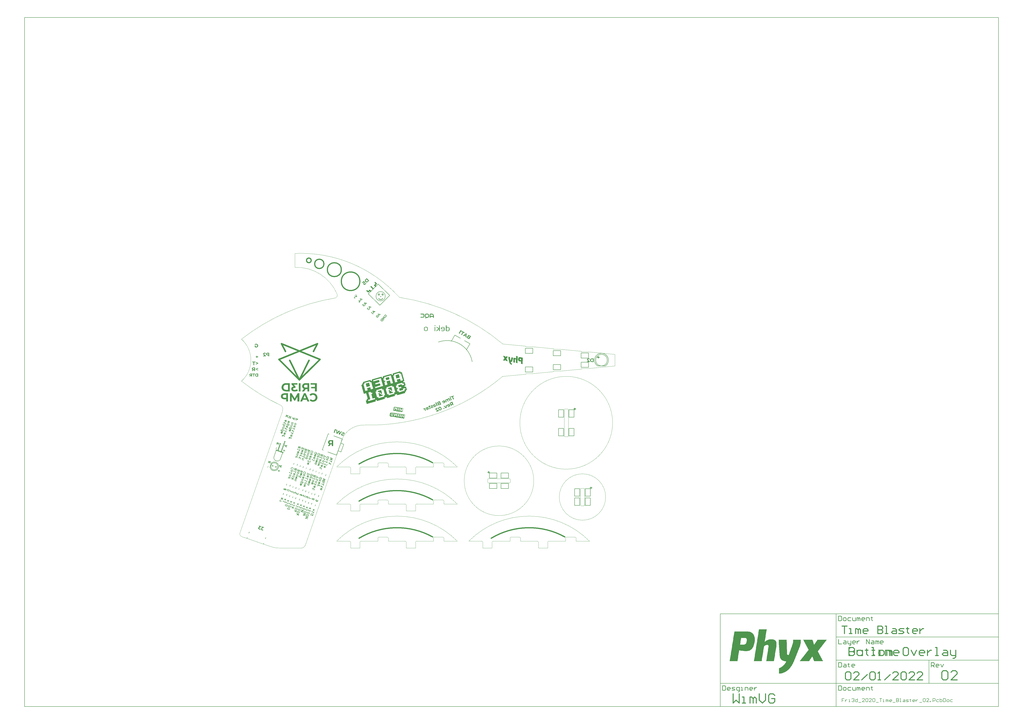
<source format=gbo>
G04*
G04 #@! TF.GenerationSoftware,Altium Limited,Altium Designer,22.0.2 (36)*
G04*
G04 Layer_Color=32896*
%FSLAX25Y25*%
%MOIN*%
G70*
G04*
G04 #@! TF.SameCoordinates,9300CD48-3008-460F-951F-6CAC255EBD8A*
G04*
G04*
G04 #@! TF.FilePolarity,Positive*
G04*
G01*
G75*
%ADD10C,0.00787*%
%ADD11C,0.00984*%
%ADD12C,0.00591*%
%ADD13C,0.01968*%
%ADD17C,0.01575*%
%ADD19C,0.00197*%
%ADD139C,0.02756*%
%ADD140C,0.00500*%
G36*
X228350Y453941D02*
X226428Y452018D01*
X226296Y451895D01*
X226165Y451779D01*
X226034Y451671D01*
X225903Y451578D01*
X225775Y451489D01*
X225652Y451412D01*
X225536Y451343D01*
X225428Y451281D01*
X225327Y451227D01*
X225231Y451184D01*
X225150Y451142D01*
X225080Y451111D01*
X225022Y451092D01*
X224980Y451072D01*
X224957Y451065D01*
X224945Y451061D01*
X224798Y451014D01*
X224648Y450980D01*
X224505Y450953D01*
X224366Y450937D01*
X224235Y450922D01*
X224103Y450914D01*
X223980D01*
X223868Y450918D01*
X223764Y450922D01*
X223667Y450933D01*
X223590Y450941D01*
X223517Y450953D01*
X223463Y450960D01*
X223420Y450972D01*
X223393Y450976D01*
X223385D01*
X223242Y451018D01*
X223103Y451065D01*
X222968Y451123D01*
X222837Y451184D01*
X222717Y451250D01*
X222602Y451319D01*
X222490Y451385D01*
X222389Y451454D01*
X222297Y451524D01*
X222219Y451586D01*
X222146Y451644D01*
X222088Y451694D01*
X222038Y451736D01*
X222003Y451771D01*
X221984Y451790D01*
X221976Y451798D01*
X221864Y451918D01*
X221760Y452037D01*
X221667Y452161D01*
X221582Y452285D01*
X221509Y452404D01*
X221440Y452520D01*
X221382Y452632D01*
X221331Y452736D01*
X221289Y452833D01*
X221254Y452922D01*
X221223Y452999D01*
X221200Y453068D01*
X221181Y453126D01*
X221173Y453165D01*
X221162Y453192D01*
Y453200D01*
X221131Y453346D01*
X221111Y453489D01*
X221100Y453632D01*
X221096Y453767D01*
Y453906D01*
X221108Y454034D01*
X221115Y454157D01*
X221131Y454273D01*
X221150Y454377D01*
X221169Y454474D01*
X221188Y454555D01*
X221204Y454624D01*
X221219Y454686D01*
X221231Y454729D01*
X221239Y454752D01*
X221243Y454763D01*
X221297Y454910D01*
X221358Y455057D01*
X221428Y455196D01*
X221501Y455331D01*
X221579Y455462D01*
X221659Y455582D01*
X221737Y455697D01*
X221818Y455802D01*
X221895Y455902D01*
X221965Y455987D01*
X222026Y456064D01*
X222084Y456130D01*
X222131Y456184D01*
X224119Y458172D01*
X228350Y453941D01*
D02*
G37*
G36*
X221629Y450918D02*
X220451Y449740D01*
X220366Y449640D01*
X220285Y449551D01*
X220223Y449466D01*
X220162Y449389D01*
X220108Y449312D01*
X220069Y449242D01*
X220030Y449181D01*
X219999Y449126D01*
X219976Y449072D01*
X219957Y449030D01*
X219941Y448999D01*
X219934Y448968D01*
X219926Y448953D01*
Y448937D01*
X219922Y448933D01*
X219911Y448868D01*
X219907Y448802D01*
X219911Y448744D01*
X219918Y448682D01*
X219930Y448625D01*
X219949Y448574D01*
X219988Y448482D01*
X220034Y448405D01*
X220054Y448378D01*
X220073Y448350D01*
X220088Y448327D01*
X220104Y448312D01*
X220111Y448304D01*
X220115Y448300D01*
X220165Y448258D01*
X220216Y448215D01*
X220324Y448161D01*
X220424Y448123D01*
X220521Y448103D01*
X220605D01*
X220671Y448100D01*
X220718Y448107D01*
X220729Y448103D01*
X220733Y448107D01*
X220864Y448146D01*
X220992Y448204D01*
X221115Y448273D01*
X221223Y448350D01*
X221273Y448385D01*
X221320Y448424D01*
X221358Y448455D01*
X221389Y448486D01*
X221420Y448509D01*
X221455Y448544D01*
X221575Y448671D01*
X221679Y448798D01*
X221775Y448926D01*
X221818Y448984D01*
X221853Y449042D01*
X221887Y449092D01*
X221918Y449138D01*
X221945Y449181D01*
X221968Y449219D01*
X221984Y449250D01*
X221995Y449269D01*
X222003Y449285D01*
X222007Y449289D01*
X222077Y449443D01*
X222142Y449594D01*
X222185Y449736D01*
X222223Y449860D01*
X222239Y449922D01*
X222250Y449972D01*
X222262Y450014D01*
X222270Y450053D01*
X222273Y450088D01*
X222277Y450107D01*
X222281Y450119D01*
Y450126D01*
X223416Y449763D01*
X223374Y449567D01*
X223316Y449377D01*
X223254Y449200D01*
X223185Y449038D01*
X223150Y448964D01*
X223123Y448899D01*
X223088Y448841D01*
X223065Y448794D01*
X223046Y448752D01*
X223030Y448721D01*
X223019Y448702D01*
X223015Y448698D01*
X222891Y448497D01*
X222760Y448312D01*
X222636Y448142D01*
X222575Y448065D01*
X222513Y447995D01*
X222459Y447933D01*
X222409Y447876D01*
X222362Y447822D01*
X222324Y447783D01*
X222293Y447744D01*
X222250Y447702D01*
X222138Y447598D01*
X222034Y447501D01*
X221930Y447412D01*
X221822Y447335D01*
X221721Y447258D01*
X221629Y447196D01*
X221532Y447138D01*
X221451Y447088D01*
X221370Y447046D01*
X221301Y447007D01*
X221239Y446976D01*
X221185Y446953D01*
X221142Y446934D01*
X221115Y446922D01*
X221096Y446910D01*
X221088D01*
X220976Y446876D01*
X220872Y446849D01*
X220772Y446825D01*
X220671Y446810D01*
X220575Y446798D01*
X220482Y446791D01*
X220320D01*
X220247Y446795D01*
X220181Y446798D01*
X220127Y446806D01*
X220080D01*
X220042Y446814D01*
X220015Y446818D01*
X219999Y446825D01*
X219992D01*
X219895Y446852D01*
X219802Y446883D01*
X219718Y446922D01*
X219633Y446960D01*
X219482Y447042D01*
X219347Y447130D01*
X219293Y447169D01*
X219243Y447212D01*
X219196Y447242D01*
X219162Y447277D01*
X219131Y447300D01*
X219108Y447323D01*
X219096Y447335D01*
X219092Y447339D01*
X218988Y447451D01*
X218899Y447571D01*
X218822Y447686D01*
X218756Y447806D01*
X218706Y447926D01*
X218664Y448038D01*
X218629Y448150D01*
X218602Y448254D01*
X218586Y448354D01*
X218575Y448443D01*
X218567Y448520D01*
Y448590D01*
X218563Y448648D01*
Y448686D01*
X218567Y448713D01*
Y448721D01*
X218590Y448868D01*
X218625Y449018D01*
X218679Y449165D01*
X218745Y449316D01*
X218818Y449459D01*
X218903Y449598D01*
X218988Y449729D01*
X219073Y449852D01*
X219158Y449968D01*
X219243Y450076D01*
X219320Y450169D01*
X219386Y450250D01*
X219447Y450312D01*
X219467Y450339D01*
X219872Y450744D01*
X219003Y451481D01*
X217235Y449713D01*
X216447Y450501D01*
X219030Y453084D01*
X221629Y450918D01*
D02*
G37*
G36*
X207932Y426908D02*
X207345Y426208D01*
X203180Y427450D01*
X203770Y428153D01*
X206744Y427264D01*
X205342Y430027D01*
X205981Y430788D01*
X207932Y426908D01*
D02*
G37*
G36*
X204784Y425715D02*
X204150Y424959D01*
X204892Y424337D01*
X204419Y423774D01*
X203677Y424396D01*
X203041Y423638D01*
X202508Y424085D01*
X203145Y424843D01*
X202403Y425465D01*
X202875Y426029D01*
X203617Y425406D01*
X204251Y426162D01*
X204784Y425715D01*
D02*
G37*
G36*
X217292Y422504D02*
X216686Y421782D01*
X215806Y422059D01*
X214615Y420640D01*
X215038Y419819D01*
X214416Y419077D01*
X212506Y423008D01*
X213094Y423708D01*
X217292Y422504D01*
D02*
G37*
G36*
X213223Y419921D02*
X213698Y419523D01*
X212317Y417878D01*
X212958Y417340D01*
X212378Y416648D01*
X211737Y417187D01*
X211320Y416690D01*
X210746Y417172D01*
X211162Y417669D01*
X210588Y418151D01*
X211150Y418820D01*
X211724Y418338D01*
X212412Y419158D01*
X209451Y419366D01*
X210073Y420108D01*
X213223Y419921D01*
D02*
G37*
G36*
X224448Y415578D02*
X223842Y414855D01*
X222962Y415132D01*
X221772Y413713D01*
X222195Y412892D01*
X221572Y412150D01*
X219663Y416081D01*
X220250Y416781D01*
X224448Y415578D01*
D02*
G37*
G36*
X218996Y414132D02*
X217906Y412832D01*
X219143Y412863D01*
X219612Y412470D01*
X219296Y412093D01*
X219259Y412044D01*
X219227Y411994D01*
X219198Y411943D01*
X219174Y411897D01*
X219152Y411854D01*
X219121Y411765D01*
X219104Y411689D01*
X219095Y411616D01*
X219095Y411549D01*
X219108Y411491D01*
X219121Y411437D01*
X219143Y411390D01*
X219162Y411351D01*
X219183Y411319D01*
X219203Y411292D01*
X219218Y411275D01*
X219229Y411266D01*
X219234Y411261D01*
X219270Y411236D01*
X219306Y411211D01*
X219381Y411181D01*
X219450Y411161D01*
X219515Y411154D01*
X219574Y411157D01*
X219615Y411160D01*
X219646Y411168D01*
X219654Y411166D01*
X219656Y411169D01*
X219741Y411202D01*
X219824Y411251D01*
X219900Y411307D01*
X219967Y411364D01*
X219998Y411390D01*
X220024Y411416D01*
X220048Y411438D01*
X220067Y411461D01*
X220086Y411478D01*
X220107Y411503D01*
X220179Y411595D01*
X220243Y411688D01*
X220298Y411775D01*
X220323Y411816D01*
X220345Y411860D01*
X220365Y411895D01*
X220383Y411928D01*
X220398Y411957D01*
X220411Y411984D01*
X220420Y412006D01*
X220426Y412019D01*
X220431Y412030D01*
X220433Y412033D01*
X220472Y412142D01*
X220505Y412243D01*
X220527Y412343D01*
X220546Y412428D01*
X220550Y412467D01*
X220555Y412501D01*
X220560Y412530D01*
X220563Y412556D01*
X220563Y412579D01*
X220565Y412592D01*
X220567Y412600D01*
X220566Y412605D01*
X221337Y412424D01*
X221322Y412294D01*
X221295Y412165D01*
X221262Y412041D01*
X221227Y411932D01*
X221208Y411881D01*
X221192Y411833D01*
X221175Y411795D01*
X221162Y411763D01*
X221151Y411734D01*
X221143Y411713D01*
X221136Y411699D01*
X221134Y411696D01*
X221064Y411556D01*
X220987Y411425D01*
X220915Y411305D01*
X220879Y411250D01*
X220842Y411200D01*
X220809Y411156D01*
X220779Y411115D01*
X220752Y411076D01*
X220728Y411048D01*
X220710Y411021D01*
X220684Y410990D01*
X220618Y410917D01*
X220552Y410844D01*
X220488Y410779D01*
X220423Y410725D01*
X220363Y410670D01*
X220303Y410621D01*
X220245Y410580D01*
X220194Y410542D01*
X220143Y410509D01*
X220099Y410479D01*
X220059Y410455D01*
X220025Y410436D01*
X219998Y410421D01*
X219981Y410412D01*
X219968Y410403D01*
X219963Y410403D01*
X219894Y410371D01*
X219826Y410347D01*
X219758Y410328D01*
X219695Y410309D01*
X219631Y410296D01*
X219570Y410286D01*
X219517Y410278D01*
X219465Y410274D01*
X219419Y410270D01*
X219375Y410269D01*
X219339Y410271D01*
X219306Y410270D01*
X219282Y410271D01*
X219261Y410274D01*
X219253Y410276D01*
X219248Y410276D01*
X219185Y410286D01*
X219122Y410301D01*
X219066Y410319D01*
X219007Y410340D01*
X218903Y410385D01*
X218813Y410431D01*
X218775Y410454D01*
X218742Y410477D01*
X218710Y410495D01*
X218685Y410516D01*
X218663Y410529D01*
X218649Y410541D01*
X218640Y410548D01*
X218638Y410550D01*
X218576Y410607D01*
X218522Y410662D01*
X218473Y410722D01*
X218432Y410780D01*
X218393Y410841D01*
X218359Y410898D01*
X218334Y410953D01*
X218308Y411007D01*
X218291Y411060D01*
X218277Y411105D01*
X218263Y411145D01*
X218254Y411181D01*
X218249Y411209D01*
X218245Y411232D01*
X218241Y411244D01*
X218241Y411249D01*
X218234Y411326D01*
X218232Y411404D01*
X218239Y411479D01*
X218250Y411555D01*
X218267Y411631D01*
X218284Y411703D01*
X218306Y411769D01*
X218327Y411833D01*
X218350Y411894D01*
X218374Y411946D01*
X218395Y411994D01*
X218415Y412035D01*
X218433Y412067D01*
X218446Y412094D01*
X218452Y412108D01*
X218457Y412113D01*
X217093Y412084D01*
X216633Y412470D01*
X218427Y414609D01*
X218996Y414132D01*
D02*
G37*
G36*
X232182Y409135D02*
X231576Y408413D01*
X230697Y408690D01*
X229505Y407271D01*
X229929Y406450D01*
X229306Y405708D01*
X227397Y409639D01*
X227984Y410339D01*
X232182Y409135D01*
D02*
G37*
G36*
X226726Y407883D02*
X226757Y407880D01*
X226781Y407880D01*
X226794Y407878D01*
X226799Y407879D01*
X226698Y407085D01*
X226610Y407087D01*
X226523Y407080D01*
X226446Y407068D01*
X226378Y407054D01*
X226320Y407036D01*
X226280Y407022D01*
X226265Y407016D01*
X226252Y407012D01*
X226245Y407009D01*
X226242Y407006D01*
X226166Y406966D01*
X226092Y406918D01*
X226027Y406868D01*
X225969Y406822D01*
X225924Y406779D01*
X225905Y406757D01*
X225888Y406742D01*
X225860Y406709D01*
X225795Y406621D01*
X225743Y406536D01*
X225723Y406501D01*
X225706Y406463D01*
X225694Y406426D01*
X225683Y406396D01*
X225673Y406367D01*
X225668Y406338D01*
X225664Y406317D01*
X225658Y406299D01*
X225660Y406283D01*
X225655Y406273D01*
X225656Y406262D01*
X225657Y406224D01*
X225660Y406188D01*
X225682Y406117D01*
X225708Y406058D01*
X225743Y406004D01*
X225773Y405960D01*
X225804Y405929D01*
X225816Y405915D01*
X225824Y405908D01*
X225830Y405903D01*
X225833Y405901D01*
X225882Y405864D01*
X225934Y405834D01*
X225988Y405808D01*
X226036Y405787D01*
X226079Y405770D01*
X226114Y405760D01*
X226137Y405754D01*
X226143Y405755D01*
X226145Y405752D01*
X226182Y405745D01*
X226219Y405738D01*
X226305Y405733D01*
X226390Y405732D01*
X226472Y405734D01*
X226547Y405738D01*
X226581Y405739D01*
X226606Y405741D01*
X226632Y405743D01*
X226647Y405745D01*
X226657Y405745D01*
X226663Y405746D01*
X228765Y405992D01*
X229222Y405608D01*
X227283Y403296D01*
X226708Y403778D01*
X227812Y405094D01*
X226559Y404949D01*
X226462Y404940D01*
X226372Y404930D01*
X226282Y404924D01*
X226205Y404923D01*
X226128Y404921D01*
X226060Y404921D01*
X225998Y404925D01*
X225938Y404928D01*
X225889Y404931D01*
X225847Y404938D01*
X225808Y404942D01*
X225779Y404948D01*
X225753Y404951D01*
X225737Y404954D01*
X225724Y404956D01*
X225721Y404958D01*
X225607Y404992D01*
X225502Y405037D01*
X225408Y405083D01*
X225326Y405133D01*
X225291Y405153D01*
X225258Y405176D01*
X225230Y405194D01*
X225208Y405213D01*
X225189Y405224D01*
X225175Y405236D01*
X225167Y405243D01*
X225164Y405245D01*
X225116Y405290D01*
X225068Y405335D01*
X224990Y405429D01*
X224958Y405475D01*
X224928Y405519D01*
X224903Y405563D01*
X224879Y405603D01*
X224860Y405642D01*
X224844Y405680D01*
X224831Y405710D01*
X224821Y405737D01*
X224811Y405759D01*
X224807Y405777D01*
X224804Y405785D01*
X224804Y405790D01*
X224780Y405909D01*
X224773Y406025D01*
X224773Y406139D01*
X224785Y406238D01*
X224796Y406324D01*
X224803Y406361D01*
X224810Y406392D01*
X224816Y406416D01*
X224822Y406435D01*
X224823Y406448D01*
X224826Y406451D01*
X224871Y406579D01*
X224930Y406705D01*
X224995Y406822D01*
X225026Y406876D01*
X225058Y406926D01*
X225088Y406972D01*
X225118Y407014D01*
X225145Y407052D01*
X225169Y407080D01*
X225187Y407107D01*
X225215Y407141D01*
X225281Y407214D01*
X225345Y407284D01*
X225412Y407347D01*
X225474Y407404D01*
X225539Y407459D01*
X225602Y407506D01*
X225662Y407550D01*
X225718Y407588D01*
X225772Y407624D01*
X225821Y407654D01*
X225861Y407678D01*
X225900Y407697D01*
X225930Y407715D01*
X225952Y407725D01*
X225964Y407734D01*
X225969Y407734D01*
X226049Y407767D01*
X226124Y407794D01*
X226200Y407816D01*
X226273Y407835D01*
X226344Y407852D01*
X226415Y407864D01*
X226479Y407872D01*
X226541Y407877D01*
X226595Y407879D01*
X226646Y407884D01*
X226690Y407885D01*
X226726Y407883D01*
D02*
G37*
G36*
X238913Y401601D02*
X238307Y400878D01*
X237428Y401155D01*
X236237Y399736D01*
X236660Y398915D01*
X236038Y398173D01*
X234128Y402104D01*
X234716Y402804D01*
X238913Y401601D01*
D02*
G37*
G36*
X315809Y397822D02*
X315808Y397753D01*
X315877Y397753D01*
X315877Y397821D01*
X315946Y397820D01*
X315945Y397752D01*
X316014Y397751D01*
X316014Y397820D01*
X316083Y397819D01*
X316082Y397751D01*
X316150Y397750D01*
X316151Y397819D01*
X316220Y397818D01*
X316219Y397750D01*
X316287Y397749D01*
X316288Y397817D01*
X316357Y397817D01*
X316356Y397748D01*
X316424Y397748D01*
X316425Y397816D01*
X316494Y397816D01*
X316493Y397747D01*
X316561Y397747D01*
X316562Y397815D01*
X316631Y397814D01*
X316630Y397746D01*
X316698Y397745D01*
X316699Y397814D01*
X316768Y397813D01*
X316767Y397745D01*
X316835Y397744D01*
X316836Y397813D01*
X316904Y397812D01*
X316904Y397744D01*
X316972Y397743D01*
X316973Y397812D01*
X317041Y397811D01*
X317041Y397743D01*
X317109Y397742D01*
X317110Y397810D01*
X317178Y397810D01*
X317178Y397741D01*
X317246Y397741D01*
X317247Y397809D01*
X317315Y397809D01*
X317315Y397740D01*
X317383Y397739D01*
X317384Y397808D01*
X317452Y397807D01*
X317452Y397739D01*
X317520Y397738D01*
X317521Y397807D01*
X317589Y397806D01*
X317589Y397738D01*
X317657Y397737D01*
X317658Y397806D01*
X317726Y397805D01*
X317726Y397737D01*
X317794Y397736D01*
X317795Y397804D01*
X317863Y397804D01*
X317863Y397735D01*
X317931Y397735D01*
X317932Y397803D01*
X318000Y397802D01*
X318000Y397734D01*
X318068Y397733D01*
X318069Y397802D01*
X318137Y397801D01*
X318136Y397733D01*
X318205Y397732D01*
X318205Y397801D01*
X318274Y397800D01*
X318273Y397732D01*
X318342Y397731D01*
X318342Y397799D01*
X318411Y397799D01*
X318410Y397730D01*
X318479Y397730D01*
X318479Y397798D01*
X318548Y397798D01*
X318547Y397729D01*
X318616Y397729D01*
X318616Y397797D01*
X318685Y397797D01*
X318684Y397728D01*
X318753Y397727D01*
X318753Y397796D01*
X318822Y397795D01*
X318821Y397727D01*
X318890Y397726D01*
X318890Y397795D01*
X318959Y397794D01*
X318958Y397726D01*
X319027Y397725D01*
X319027Y397794D01*
X319096Y397793D01*
X319095Y397725D01*
X319164Y397724D01*
X319164Y397792D01*
X319233Y397792D01*
X319232Y397723D01*
X319301Y397723D01*
X319301Y397791D01*
X319370Y397791D01*
X319369Y397722D01*
X319438Y397722D01*
X319438Y397790D01*
X319507Y397789D01*
X319506Y397721D01*
X319574Y397720D01*
X319575Y397789D01*
X319644Y397788D01*
X319643Y397720D01*
X319711Y397719D01*
X319712Y397788D01*
X319780Y397787D01*
X319780Y397719D01*
X319848Y397718D01*
X319849Y397786D01*
X319917Y397786D01*
X319917Y397717D01*
X319985Y397717D01*
X319986Y397785D01*
X320055Y397785D01*
X320054Y397716D01*
X320122Y397715D01*
X320123Y397784D01*
X320191Y397783D01*
X320191Y397715D01*
X320259Y397714D01*
X320260Y397783D01*
X320328Y397782D01*
X320328Y397714D01*
X320396Y397713D01*
X320396Y397645D01*
X320464Y397644D01*
X320465Y397712D01*
X320533Y397712D01*
X320533Y397643D01*
X320738Y397642D01*
X320738Y397573D01*
X320943Y397571D01*
X320942Y397503D01*
X321011Y397502D01*
X321010Y397434D01*
X321079Y397433D01*
X321078Y397365D01*
X321284Y397363D01*
X321283Y397294D01*
X321282Y397226D01*
X321351Y397225D01*
X321350Y397157D01*
X321350Y397089D01*
X321418Y397088D01*
X321417Y397019D01*
X321486Y397019D01*
X321485Y396950D01*
X321554Y396950D01*
X321553Y396881D01*
X321553Y396813D01*
X321621Y396812D01*
X321620Y396744D01*
X321620Y396675D01*
X321688Y396675D01*
X321688Y396606D01*
X321687Y396538D01*
X321687Y396469D01*
X321755Y396469D01*
X321755Y396400D01*
X321686Y396401D01*
X321685Y396332D01*
X321754Y396332D01*
X321753Y396263D01*
X321753Y396195D01*
X321752Y396126D01*
X321751Y396058D01*
X321751Y395989D01*
X321819Y395989D01*
X321819Y395920D01*
X321750Y395921D01*
X321750Y395852D01*
X321818Y395852D01*
X321818Y395783D01*
X321749Y395784D01*
X321748Y395715D01*
X321817Y395715D01*
X321816Y395646D01*
X321748Y395647D01*
X321747Y395578D01*
X321816Y395578D01*
X321815Y395509D01*
X321747Y395510D01*
X321746Y395441D01*
X321815Y395441D01*
X321814Y395372D01*
X321745Y395373D01*
X321745Y395304D01*
X321813Y395304D01*
X321813Y395235D01*
X321744Y395236D01*
X321744Y395167D01*
X321812Y395167D01*
X321812Y395098D01*
X321743Y395099D01*
X321743Y395030D01*
X321811Y395030D01*
X321810Y394961D01*
X321742Y394962D01*
X321741Y394894D01*
X321810Y394893D01*
X321809Y394825D01*
X321741Y394825D01*
X321740Y394757D01*
X321809Y394756D01*
X321808Y394688D01*
X321740Y394688D01*
X321739Y394620D01*
X321807Y394619D01*
X321807Y394551D01*
X321738Y394551D01*
X321738Y394483D01*
X321806Y394482D01*
X321806Y394414D01*
X321737Y394414D01*
X321737Y394346D01*
X321805Y394345D01*
X321804Y394277D01*
X321736Y394277D01*
X321735Y394209D01*
X321804Y394208D01*
X321803Y394140D01*
X321735Y394140D01*
X321734Y394072D01*
X321803Y394071D01*
X321802Y394003D01*
X321734Y394003D01*
X321733Y393935D01*
X321801Y393934D01*
X321801Y393866D01*
X321732Y393866D01*
X321732Y393798D01*
X321800Y393797D01*
X321800Y393729D01*
X321731Y393729D01*
X321731Y393661D01*
X321799Y393660D01*
X321798Y393592D01*
X321730Y393592D01*
X321729Y393524D01*
X321798Y393523D01*
X321797Y393455D01*
X321729Y393456D01*
X321728Y393387D01*
X321797Y393386D01*
X321796Y393318D01*
X321728Y393319D01*
X321727Y393250D01*
X321795Y393249D01*
X321795Y393181D01*
X321726Y393181D01*
X321726Y393113D01*
X321794Y393112D01*
X321794Y393044D01*
X321725Y393045D01*
X321725Y392976D01*
X321793Y392975D01*
X321793Y392907D01*
X321724Y392908D01*
X321723Y392839D01*
X321792Y392839D01*
X321791Y392770D01*
X321723Y392771D01*
X321722Y392702D01*
X321791Y392702D01*
X321790Y392633D01*
X321722Y392634D01*
X321721Y392565D01*
X321720Y392497D01*
X321720Y392428D01*
X321719Y392360D01*
X321719Y392291D01*
X321650Y392292D01*
X321650Y392224D01*
X321649Y392155D01*
X321648Y392087D01*
X321580Y392087D01*
X321579Y392019D01*
X321648Y392018D01*
X321647Y391950D01*
X321579Y391950D01*
X321578Y391882D01*
X321510Y391882D01*
X321509Y391814D01*
X321441Y391814D01*
X321440Y391746D01*
X321439Y391677D01*
X321371Y391678D01*
X321370Y391610D01*
X321370Y391541D01*
X321301Y391542D01*
X321301Y391473D01*
X321232Y391474D01*
X321232Y391405D01*
X321094Y391406D01*
X321094Y391338D01*
X321025Y391339D01*
X321025Y391270D01*
X320888Y391271D01*
X320887Y391203D01*
X320819Y391203D01*
X320818Y391135D01*
X320613Y391137D01*
X320612Y391068D01*
X320407Y391070D01*
X320406Y391002D01*
X315613Y391043D01*
X315613Y391112D01*
X315614Y391180D01*
X315614Y391249D01*
X315615Y391317D01*
X315616Y391386D01*
X315616Y391454D01*
X315617Y391523D01*
X315617Y391591D01*
X315618Y391660D01*
X315619Y391728D01*
X315619Y391797D01*
X315620Y391865D01*
X315620Y391934D01*
X315621Y392002D01*
X315622Y392071D01*
X315622Y392139D01*
X315623Y392208D01*
X315623Y392276D01*
X315692Y392275D01*
X315691Y392207D01*
X315760Y392206D01*
X315760Y392275D01*
X315829Y392274D01*
X315828Y392206D01*
X315897Y392205D01*
X315897Y392274D01*
X315966Y392273D01*
X315965Y392204D01*
X316034Y392204D01*
X316034Y392272D01*
X316103Y392272D01*
X316102Y392203D01*
X316171Y392203D01*
X316171Y392271D01*
X316240Y392271D01*
X316239Y392202D01*
X316307Y392201D01*
X316308Y392270D01*
X316377Y392269D01*
X316376Y392201D01*
X316444Y392200D01*
X316445Y392269D01*
X316514Y392268D01*
X316513Y392200D01*
X316582Y392199D01*
X316582Y392268D01*
X316651Y392267D01*
X316650Y392199D01*
X316718Y392198D01*
X316719Y392266D01*
X316788Y392266D01*
X316787Y392197D01*
X316855Y392197D01*
X316856Y392265D01*
X316925Y392265D01*
X316924Y392196D01*
X316992Y392196D01*
X316993Y392264D01*
X317061Y392264D01*
X317061Y392195D01*
X317129Y392194D01*
X317130Y392263D01*
X317198Y392262D01*
X317198Y392194D01*
X317266Y392193D01*
X317267Y392262D01*
X317335Y392261D01*
X317335Y392193D01*
X317403Y392192D01*
X317404Y392261D01*
X317472Y392260D01*
X317472Y392191D01*
X317540Y392191D01*
X317541Y392259D01*
X317609Y392259D01*
X317609Y392190D01*
X317677Y392190D01*
X317678Y392258D01*
X317746Y392257D01*
X317746Y392189D01*
X317814Y392188D01*
X317815Y392257D01*
X317883Y392256D01*
X317883Y392188D01*
X317951Y392187D01*
X317952Y392256D01*
X318020Y392255D01*
X318020Y392187D01*
X318088Y392186D01*
X318089Y392254D01*
X318157Y392254D01*
X318157Y392185D01*
X318225Y392185D01*
X318226Y392253D01*
X318294Y392253D01*
X318293Y392184D01*
X318362Y392184D01*
X318362Y392252D01*
X318431Y392251D01*
X318430Y392183D01*
X318499Y392182D01*
X318499Y392251D01*
X318568Y392250D01*
X318567Y392182D01*
X318636Y392181D01*
X318636Y392250D01*
X318705Y392249D01*
X318704Y392181D01*
X318773Y392180D01*
X318773Y392249D01*
X318842Y392248D01*
X318841Y392179D01*
X318910Y392179D01*
X318910Y392247D01*
X318979Y392247D01*
X318978Y392178D01*
X319047Y392178D01*
X319047Y392246D01*
X319116Y392246D01*
X319115Y392177D01*
X319184Y392177D01*
X319184Y392245D01*
X319253Y392244D01*
X319252Y392176D01*
X319321Y392175D01*
X319321Y392244D01*
X319390Y392243D01*
X319389Y392175D01*
X319458Y392174D01*
X319458Y392243D01*
X319527Y392242D01*
X319526Y392174D01*
X319595Y392173D01*
X319595Y392241D01*
X319664Y392241D01*
X319663Y392172D01*
X319731Y392172D01*
X319732Y392240D01*
X319801Y392240D01*
X319800Y392171D01*
X319868Y392171D01*
X319869Y392239D01*
X319938Y392238D01*
X319937Y392170D01*
X320005Y392169D01*
X320006Y392238D01*
X320075Y392237D01*
X320074Y392169D01*
X320142Y392168D01*
X320143Y392237D01*
X320212Y392236D01*
X320212Y392304D01*
X320417Y392303D01*
X320418Y392371D01*
X320350Y392372D01*
X320350Y392440D01*
X320419Y392440D01*
X320419Y392508D01*
X320488Y392508D01*
X320488Y392576D01*
X320557Y392575D01*
X320557Y392644D01*
X320489Y392645D01*
X320490Y392713D01*
X320558Y392712D01*
X320559Y392781D01*
X320490Y392781D01*
X320491Y392850D01*
X320559Y392849D01*
X320560Y392918D01*
X320491Y392918D01*
X320492Y392987D01*
X320560Y392986D01*
X320561Y393055D01*
X320493Y393055D01*
X320493Y393124D01*
X320562Y393123D01*
X320562Y393192D01*
X320494Y393192D01*
X320494Y393261D01*
X320563Y393260D01*
X320563Y393329D01*
X320495Y393329D01*
X320496Y393398D01*
X320564Y393397D01*
X320565Y393466D01*
X320496Y393466D01*
X320497Y393535D01*
X320565Y393534D01*
X320566Y393603D01*
X320497Y393603D01*
X320498Y393672D01*
X320566Y393671D01*
X320567Y393740D01*
X320498Y393740D01*
X320499Y393809D01*
X320568Y393808D01*
X320568Y393877D01*
X320500Y393877D01*
X320500Y393946D01*
X320569Y393945D01*
X320569Y394013D01*
X320501Y394014D01*
X320501Y394082D01*
X320570Y394082D01*
X320571Y394150D01*
X320502Y394151D01*
X320503Y394219D01*
X320571Y394219D01*
X320572Y394287D01*
X320503Y394288D01*
X320504Y394356D01*
X320572Y394356D01*
X320573Y394424D01*
X320504Y394425D01*
X320505Y394493D01*
X320574Y394493D01*
X320574Y394561D01*
X320506Y394562D01*
X320506Y394630D01*
X320575Y394630D01*
X320575Y394698D01*
X320507Y394699D01*
X320508Y394767D01*
X320576Y394767D01*
X320577Y394835D01*
X320508Y394836D01*
X320509Y394904D01*
X320577Y394904D01*
X320578Y394972D01*
X320509Y394973D01*
X320510Y395041D01*
X320578Y395041D01*
X320579Y395109D01*
X320511Y395110D01*
X320511Y395178D01*
X320580Y395178D01*
X320580Y395246D01*
X320512Y395247D01*
X320512Y395315D01*
X320581Y395315D01*
X320581Y395383D01*
X320513Y395384D01*
X320514Y395452D01*
X320582Y395451D01*
X320583Y395520D01*
X320514Y395521D01*
X320515Y395589D01*
X320583Y395588D01*
X320584Y395657D01*
X320515Y395658D01*
X320516Y395726D01*
X320584Y395725D01*
X320585Y395794D01*
X320516Y395795D01*
X320517Y395863D01*
X320585Y395862D01*
X320586Y395931D01*
X320518Y395932D01*
X320518Y396000D01*
X320587Y395999D01*
X320587Y396068D01*
X320519Y396068D01*
X320519Y396137D01*
X320520Y396205D01*
X320521Y396274D01*
X320452Y396274D01*
X320453Y396343D01*
X320384Y396343D01*
X320385Y396412D01*
X320316Y396413D01*
X320317Y396481D01*
X320112Y396483D01*
X320112Y396551D01*
X320044Y396552D01*
X320043Y396483D01*
X319975Y396484D01*
X319975Y396553D01*
X319907Y396553D01*
X319906Y396485D01*
X319838Y396485D01*
X319838Y396554D01*
X319770Y396554D01*
X319769Y396486D01*
X319701Y396486D01*
X319701Y396555D01*
X319633Y396556D01*
X319632Y396487D01*
X319564Y396488D01*
X319564Y396556D01*
X319496Y396557D01*
X319495Y396488D01*
X319427Y396489D01*
X319427Y396557D01*
X319359Y396558D01*
X319358Y396490D01*
X319290Y396490D01*
X319290Y396558D01*
X319222Y396559D01*
X319221Y396491D01*
X319153Y396491D01*
X319153Y396560D01*
X319085Y396560D01*
X319084Y396492D01*
X319016Y396493D01*
X319017Y396561D01*
X318948Y396562D01*
X318947Y396493D01*
X318879Y396494D01*
X318880Y396562D01*
X318811Y396563D01*
X318811Y396494D01*
X318742Y396495D01*
X318743Y396563D01*
X318674Y396564D01*
X318673Y396496D01*
X318605Y396496D01*
X318606Y396565D01*
X318537Y396565D01*
X318536Y396497D01*
X318468Y396497D01*
X318469Y396566D01*
X318400Y396566D01*
X318400Y396498D01*
X318331Y396498D01*
X318332Y396567D01*
X318263Y396568D01*
X318263Y396499D01*
X318194Y396500D01*
X318195Y396568D01*
X318126Y396569D01*
X318126Y396500D01*
X318057Y396501D01*
X318058Y396569D01*
X317989Y396570D01*
X317989Y396501D01*
X317920Y396502D01*
X317921Y396570D01*
X317852Y396571D01*
X317852Y396503D01*
X317783Y396503D01*
X317784Y396572D01*
X317715Y396572D01*
X317715Y396504D01*
X317646Y396504D01*
X317647Y396573D01*
X317578Y396573D01*
X317578Y396505D01*
X317509Y396506D01*
X317510Y396574D01*
X317441Y396575D01*
X317441Y396506D01*
X317372Y396507D01*
X317373Y396575D01*
X317304Y396576D01*
X317304Y396507D01*
X317235Y396508D01*
X317236Y396576D01*
X317168Y396577D01*
X317167Y396509D01*
X317098Y396509D01*
X317099Y396578D01*
X317031Y396578D01*
X317030Y396510D01*
X316962Y396510D01*
X316962Y396579D01*
X316894Y396580D01*
X316893Y396511D01*
X316825Y396512D01*
X316825Y396580D01*
X316757Y396581D01*
X316756Y396512D01*
X316688Y396513D01*
X316688Y396581D01*
X316620Y396582D01*
X316619Y396513D01*
X316551Y396514D01*
X316551Y396583D01*
X316483Y396583D01*
X316482Y396515D01*
X316414Y396515D01*
X316414Y396584D01*
X316346Y396584D01*
X316345Y396516D01*
X316277Y396516D01*
X316277Y396585D01*
X316209Y396585D01*
X316208Y396517D01*
X316140Y396517D01*
X316140Y396586D01*
X316072Y396587D01*
X316071Y396518D01*
X316003Y396519D01*
X316003Y396587D01*
X315935Y396588D01*
X315934Y396519D01*
X315866Y396520D01*
X315866Y396588D01*
X315798Y396589D01*
X315797Y396520D01*
X315729Y396521D01*
X315729Y396590D01*
X315661Y396590D01*
X315662Y396659D01*
X315662Y396727D01*
X315663Y396796D01*
X315663Y396864D01*
X315664Y396933D01*
X315665Y397001D01*
X315665Y397070D01*
X315666Y397138D01*
X315666Y397206D01*
X315667Y397275D01*
X315668Y397343D01*
X315668Y397412D01*
X315669Y397481D01*
X315669Y397549D01*
X315670Y397617D01*
X315671Y397686D01*
X315671Y397754D01*
X315740Y397754D01*
X315740Y397822D01*
X315809Y397822D01*
D02*
G37*
G36*
X325328Y397807D02*
X325327Y397739D01*
X325396Y397738D01*
X325396Y397807D01*
X325465Y397806D01*
X325464Y397737D01*
X325533Y397737D01*
X325533Y397805D01*
X325739Y397803D01*
X325738Y397735D01*
X325807Y397734D01*
X325807Y397803D01*
X326013Y397801D01*
X326012Y397733D01*
X326081Y397732D01*
X326081Y397800D01*
X326287Y397799D01*
X326286Y397730D01*
X326355Y397730D01*
X326355Y397798D01*
X326561Y397796D01*
X326560Y397728D01*
X326628Y397727D01*
X326629Y397796D01*
X326835Y397794D01*
X326834Y397726D01*
X326902Y397725D01*
X326903Y397793D01*
X327108Y397792D01*
X327108Y397723D01*
X327176Y397723D01*
X327177Y397791D01*
X327382Y397789D01*
X327382Y397721D01*
X327450Y397720D01*
X327451Y397789D01*
X327519Y397788D01*
X327519Y397720D01*
X327587Y397719D01*
X327588Y397787D01*
X327656Y397787D01*
X327656Y397718D01*
X327724Y397718D01*
X327725Y397786D01*
X327793Y397785D01*
X327793Y397717D01*
X328135Y397714D01*
X328134Y397646D01*
X328203Y397645D01*
X328204Y397713D01*
X328272Y397713D01*
X328271Y397644D01*
X328340Y397644D01*
X328339Y397575D01*
X328545Y397573D01*
X328544Y397505D01*
X328613Y397504D01*
X328612Y397436D01*
X328817Y397434D01*
X328817Y397366D01*
X328885Y397365D01*
X328885Y397297D01*
X329022Y397295D01*
X329021Y397227D01*
X329021Y397159D01*
X329226Y397157D01*
X329225Y397088D01*
X329294Y397088D01*
X329293Y397019D01*
X329362Y397019D01*
X329361Y396950D01*
X329430Y396950D01*
X329429Y396881D01*
X329497Y396880D01*
X329497Y396812D01*
X329565Y396811D01*
X329565Y396743D01*
X329633Y396742D01*
X329633Y396674D01*
X329632Y396605D01*
X329700Y396605D01*
X329700Y396536D01*
X329699Y396468D01*
X329768Y396467D01*
X329767Y396399D01*
X329836Y396398D01*
X329835Y396330D01*
X329834Y396261D01*
X329834Y396193D01*
X329902Y396192D01*
X329902Y396124D01*
X329970Y396123D01*
X329970Y396054D01*
X329969Y395986D01*
X329968Y395918D01*
X330037Y395917D01*
X330036Y395848D01*
X330036Y395780D01*
X330035Y395711D01*
X330104Y395711D01*
X330103Y395642D01*
X330102Y395574D01*
X330102Y395505D01*
X330170Y395505D01*
X330170Y395436D01*
X330101Y395437D01*
X330101Y395368D01*
X330169Y395368D01*
X330169Y395299D01*
X330100Y395300D01*
X330099Y395232D01*
X330168Y395231D01*
X330167Y395162D01*
X330167Y395094D01*
X330166Y395025D01*
X330166Y394957D01*
X330165Y394888D01*
X330164Y394820D01*
X330164Y394752D01*
X330163Y394683D01*
X330163Y394615D01*
X330162Y394546D01*
X330161Y394478D01*
X330161Y394409D01*
X330160Y394341D01*
X330159Y394272D01*
X330159Y394204D01*
X330158Y394135D01*
X330158Y394067D01*
X330157Y393998D01*
X330156Y393930D01*
X330156Y393861D01*
X330155Y393793D01*
X330155Y393724D01*
X330154Y393656D01*
X330153Y393587D01*
X330153Y393519D01*
X330152Y393450D01*
X330152Y393382D01*
X330083Y393383D01*
X330083Y393314D01*
X330151Y393314D01*
X330151Y393245D01*
X330082Y393246D01*
X330082Y393177D01*
X330150Y393177D01*
X330149Y393108D01*
X330081Y393109D01*
X330080Y393040D01*
X330080Y392972D01*
X330079Y392903D01*
X330011Y392904D01*
X330010Y392835D01*
X330009Y392767D01*
X330009Y392698D01*
X329940Y392699D01*
X329940Y392631D01*
X330008Y392630D01*
X330008Y392561D01*
X329939Y392562D01*
X329939Y392494D01*
X329870Y392494D01*
X329870Y392426D01*
X329869Y392357D01*
X329868Y392289D01*
X329800Y392289D01*
X329799Y392221D01*
X329731Y392221D01*
X329730Y392153D01*
X329662Y392154D01*
X329661Y392085D01*
X329730Y392085D01*
X329729Y392016D01*
X329660Y392017D01*
X329660Y391948D01*
X329591Y391949D01*
X329591Y391880D01*
X329522Y391881D01*
X329522Y391812D01*
X329453Y391813D01*
X329453Y391744D01*
X329384Y391745D01*
X329383Y391676D01*
X329315Y391677D01*
X329314Y391609D01*
X329246Y391609D01*
X329245Y391541D01*
X329177Y391541D01*
X329176Y391473D01*
X329108Y391474D01*
X329107Y391405D01*
X329039Y391406D01*
X329038Y391337D01*
X328970Y391338D01*
X328969Y391269D01*
X328901Y391270D01*
X328900Y391201D01*
X328695Y391203D01*
X328694Y391135D01*
X328625Y391135D01*
X328625Y391067D01*
X328419Y391069D01*
X328419Y391000D01*
X328350Y391001D01*
X328350Y390932D01*
X328281Y390933D01*
X328282Y391001D01*
X328213Y391002D01*
X328213Y390933D01*
X328007Y390935D01*
X328007Y390867D01*
X327938Y390867D01*
X327939Y390936D01*
X327870Y390936D01*
X327870Y390868D01*
X327664Y390870D01*
X327664Y390801D01*
X327595Y390802D01*
X327596Y390870D01*
X327527Y390871D01*
X327527Y390802D01*
X327458Y390803D01*
X327459Y390872D01*
X327391Y390872D01*
X327390Y390804D01*
X327321Y390804D01*
X327322Y390873D01*
X327254Y390873D01*
X327253Y390805D01*
X327184Y390806D01*
X327185Y390874D01*
X327117Y390875D01*
X327116Y390806D01*
X327047Y390807D01*
X327048Y390875D01*
X326980Y390876D01*
X326979Y390807D01*
X326910Y390808D01*
X326911Y390876D01*
X326843Y390877D01*
X326842Y390808D01*
X326774Y390809D01*
X326774Y390878D01*
X326706Y390878D01*
X326705Y390810D01*
X326637Y390810D01*
X326637Y390879D01*
X326569Y390879D01*
X326568Y390811D01*
X326500Y390811D01*
X326500Y390880D01*
X326432Y390880D01*
X326431Y390812D01*
X326363Y390813D01*
X326363Y390881D01*
X326295Y390882D01*
X326294Y390813D01*
X326226Y390814D01*
X326226Y390882D01*
X326158Y390883D01*
X326157Y390814D01*
X325952Y390816D01*
X325951Y390748D01*
X325951Y390679D01*
X325814Y390681D01*
X325813Y390612D01*
X325745Y390613D01*
X325744Y390544D01*
X325676Y390545D01*
X325675Y390476D01*
X325606Y390477D01*
X325606Y390408D01*
X325537Y390409D01*
X325537Y390340D01*
X325468Y390341D01*
X325468Y390272D01*
X325262Y390274D01*
X325262Y390206D01*
X325330Y390205D01*
X325329Y390137D01*
X325124Y390139D01*
X325124Y390070D01*
X325055Y390071D01*
X325054Y390002D01*
X324986Y390003D01*
X324985Y389934D01*
X324917Y389935D01*
X324916Y389866D01*
X324848Y389867D01*
X324848Y389935D01*
X324780Y389936D01*
X324779Y389868D01*
X324711Y389868D01*
X324711Y389937D01*
X324643Y389937D01*
X324642Y389869D01*
X324574Y389869D01*
X324574Y389938D01*
X324506Y389938D01*
X324505Y389870D01*
X324437Y389871D01*
X324437Y389939D01*
X324369Y389940D01*
X324368Y389871D01*
X324300Y389872D01*
X324301Y389940D01*
X324232Y389941D01*
X324232Y389872D01*
X324163Y389873D01*
X324164Y389942D01*
X324095Y389942D01*
X324095Y389874D01*
X324026Y389874D01*
X324027Y389943D01*
X323958Y389943D01*
X323957Y389875D01*
X323889Y389875D01*
X323890Y389944D01*
X323821Y389945D01*
X323821Y389876D01*
X323752Y389877D01*
X323753Y389945D01*
X323684Y389946D01*
X323684Y389877D01*
X323615Y389878D01*
X323616Y389946D01*
X323547Y389947D01*
X323547Y389878D01*
X323478Y389879D01*
X323479Y389948D01*
X323410Y389948D01*
X323410Y389880D01*
X323341Y389880D01*
X323342Y389949D01*
X323273Y389949D01*
X323273Y389881D01*
X323204Y389881D01*
X323205Y389950D01*
X323273Y389949D01*
X323274Y390018D01*
X323342Y390017D01*
X323343Y390086D01*
X323411Y390085D01*
X323412Y390154D01*
X323481Y390153D01*
X323481Y390221D01*
X323550Y390221D01*
X323550Y390289D01*
X323619Y390289D01*
X323619Y390357D01*
X323825Y390355D01*
X323825Y390424D01*
X323826Y390492D01*
X323963Y390491D01*
X323963Y390560D01*
X324032Y390559D01*
X324033Y390628D01*
X324101Y390627D01*
X324102Y390695D01*
X324170Y390695D01*
X324171Y390763D01*
X324239Y390763D01*
X324240Y390831D01*
X324308Y390830D01*
X324309Y390899D01*
X324446Y390898D01*
X324446Y390966D01*
X324447Y391035D01*
X324516Y391034D01*
X324516Y391103D01*
X324448Y391103D01*
X324448Y391172D01*
X324380Y391172D01*
X324379Y391104D01*
X324311Y391105D01*
X324311Y391173D01*
X324243Y391174D01*
X324243Y391242D01*
X324175Y391243D01*
X324176Y391311D01*
X324107Y391312D01*
X324108Y391380D01*
X323902Y391382D01*
X323903Y391450D01*
X323834Y391451D01*
X323835Y391519D01*
X323766Y391520D01*
X323767Y391589D01*
X323698Y391589D01*
X323699Y391658D01*
X323631Y391658D01*
X323631Y391727D01*
X323563Y391727D01*
X323563Y391796D01*
X323495Y391796D01*
X323496Y391865D01*
X323427Y391865D01*
X323428Y391934D01*
X323359Y391935D01*
X323360Y392003D01*
X323360Y392072D01*
X323292Y392072D01*
X323292Y392141D01*
X323293Y392209D01*
X323225Y392210D01*
X323225Y392278D01*
X323157Y392279D01*
X323157Y392347D01*
X323089Y392348D01*
X323089Y392416D01*
X323158Y392416D01*
X323159Y392484D01*
X323090Y392485D01*
X323091Y392553D01*
X323022Y392554D01*
X323023Y392622D01*
X323023Y392691D01*
X323024Y392759D01*
X322955Y392760D01*
X322956Y392828D01*
X323025Y392828D01*
X323025Y392896D01*
X322957Y392897D01*
X322957Y392965D01*
X322958Y393034D01*
X322958Y393102D01*
X322890Y393103D01*
X322890Y393171D01*
X322891Y393240D01*
X322892Y393308D01*
X322892Y393377D01*
X322893Y393445D01*
X322825Y393446D01*
X322825Y393514D01*
X322894Y393514D01*
X322894Y393582D01*
X322826Y393583D01*
X322826Y393651D01*
X322895Y393651D01*
X322895Y393719D01*
X322827Y393720D01*
X322827Y393788D01*
X322896Y393788D01*
X322897Y393856D01*
X322828Y393857D01*
X322829Y393925D01*
X322897Y393925D01*
X322898Y393993D01*
X322829Y393994D01*
X322830Y394062D01*
X322898Y394062D01*
X322899Y394130D01*
X322830Y394131D01*
X322831Y394199D01*
X322900Y394199D01*
X322900Y394267D01*
X322832Y394268D01*
X322832Y394336D01*
X322901Y394336D01*
X322901Y394404D01*
X322833Y394405D01*
X322833Y394473D01*
X322902Y394473D01*
X322902Y394541D01*
X322834Y394542D01*
X322835Y394610D01*
X322903Y394609D01*
X322904Y394678D01*
X322835Y394678D01*
X322836Y394747D01*
X322904Y394746D01*
X322905Y394815D01*
X322836Y394815D01*
X322837Y394884D01*
X322905Y394883D01*
X322906Y394952D01*
X322838Y394952D01*
X322838Y395021D01*
X322907Y395020D01*
X322907Y395089D01*
X322839Y395089D01*
X322839Y395158D01*
X322908Y395157D01*
X322908Y395226D01*
X322840Y395226D01*
X322841Y395295D01*
X322909Y395294D01*
X322910Y395363D01*
X322910Y395431D01*
X322911Y395500D01*
X322912Y395568D01*
X322912Y395637D01*
X322980Y395636D01*
X322981Y395705D01*
X322982Y395773D01*
X322982Y395841D01*
X323051Y395841D01*
X323051Y395909D01*
X322983Y395910D01*
X322984Y395978D01*
X323052Y395978D01*
X323053Y396046D01*
X323121Y396046D01*
X323122Y396114D01*
X323122Y396183D01*
X323123Y396251D01*
X323191Y396251D01*
X323192Y396319D01*
X323260Y396318D01*
X323261Y396387D01*
X323262Y396455D01*
X323262Y396524D01*
X323331Y396523D01*
X323331Y396592D01*
X323400Y396591D01*
X323400Y396660D01*
X323469Y396659D01*
X323469Y396728D01*
X323401Y396728D01*
X323402Y396797D01*
X323538Y396795D01*
X323539Y396864D01*
X323540Y396932D01*
X323608Y396932D01*
X323609Y397000D01*
X323677Y397000D01*
X323678Y397068D01*
X323815Y397067D01*
X323815Y397135D01*
X323816Y397204D01*
X324022Y397202D01*
X324022Y397271D01*
X324091Y397270D01*
X324091Y397339D01*
X324160Y397338D01*
X324160Y397406D01*
X324229Y397406D01*
X324229Y397474D01*
X324435Y397472D01*
X324435Y397541D01*
X324504Y397540D01*
X324504Y397609D01*
X324710Y397607D01*
X324710Y397675D01*
X324779Y397675D01*
X324778Y397606D01*
X324847Y397606D01*
X324847Y397674D01*
X324916Y397674D01*
X324917Y397742D01*
X324985Y397742D01*
X324984Y397673D01*
X325053Y397673D01*
X325054Y397741D01*
X325259Y397739D01*
X325259Y397808D01*
X325328Y397807D01*
D02*
G37*
G36*
X331970Y397681D02*
X331969Y397612D01*
X332038Y397611D01*
X332038Y397680D01*
X332107Y397679D01*
X332106Y397611D01*
X332175Y397610D01*
X332175Y397679D01*
X332244Y397678D01*
X332243Y397610D01*
X332312Y397609D01*
X332312Y397678D01*
X332381Y397677D01*
X332380Y397609D01*
X332449Y397608D01*
X332449Y397676D01*
X332518Y397676D01*
X332517Y397607D01*
X332586Y397607D01*
X332586Y397675D01*
X332655Y397675D01*
X332654Y397606D01*
X332722Y397606D01*
X332723Y397674D01*
X332792Y397673D01*
X332791Y397605D01*
X332859Y397604D01*
X332860Y397673D01*
X332929Y397672D01*
X332928Y397604D01*
X332997Y397603D01*
X332997Y397672D01*
X333066Y397671D01*
X333065Y397603D01*
X333133Y397602D01*
X333134Y397671D01*
X333203Y397670D01*
X333202Y397601D01*
X333270Y397601D01*
X333271Y397669D01*
X333339Y397669D01*
X333339Y397600D01*
X333407Y397600D01*
X333408Y397668D01*
X333476Y397668D01*
X333476Y397599D01*
X333544Y397598D01*
X333545Y397667D01*
X333613Y397666D01*
X333613Y397598D01*
X333681Y397597D01*
X333682Y397666D01*
X333750Y397665D01*
X333750Y397597D01*
X333818Y397596D01*
X333819Y397664D01*
X333887Y397664D01*
X333887Y397595D01*
X333955Y397595D01*
X333956Y397663D01*
X334024Y397663D01*
X334024Y397594D01*
X334092Y397594D01*
X334093Y397662D01*
X334161Y397661D01*
X334161Y397593D01*
X334229Y397592D01*
X334230Y397661D01*
X334298Y397660D01*
X334298Y397592D01*
X334366Y397591D01*
X334367Y397660D01*
X334435Y397659D01*
X334435Y397591D01*
X334503Y397590D01*
X334504Y397658D01*
X334572Y397658D01*
X334572Y397589D01*
X334640Y397589D01*
X334641Y397657D01*
X334709Y397657D01*
X334708Y397588D01*
X334777Y397588D01*
X334777Y397656D01*
X334846Y397656D01*
X334845Y397587D01*
X334914Y397586D01*
X334914Y397655D01*
X334983Y397654D01*
X334982Y397586D01*
X335051Y397585D01*
X335051Y397654D01*
X335120Y397653D01*
X335119Y397585D01*
X335325Y397583D01*
X335324Y397514D01*
X335393Y397514D01*
X335393Y397582D01*
X335462Y397582D01*
X335461Y397513D01*
X335804Y397510D01*
X335803Y397442D01*
X335871Y397441D01*
X335871Y397373D01*
X335939Y397372D01*
X335940Y397441D01*
X336008Y397440D01*
X336008Y397371D01*
X336213Y397370D01*
X336213Y397301D01*
X336281Y397301D01*
X336280Y397232D01*
X336486Y397230D01*
X336485Y397162D01*
X336554Y397161D01*
X336553Y397093D01*
X336690Y397092D01*
X336689Y397023D01*
X336689Y396955D01*
X336894Y396953D01*
X336894Y396884D01*
X336962Y396884D01*
X336962Y396815D01*
X337030Y396815D01*
X337030Y396746D01*
X337098Y396746D01*
X337097Y396677D01*
X337166Y396676D01*
X337165Y396608D01*
X337234Y396607D01*
X337233Y396539D01*
X337302Y396538D01*
X337301Y396470D01*
X337370Y396469D01*
X337369Y396401D01*
X337438Y396400D01*
X337437Y396332D01*
X337436Y396263D01*
X337573Y396262D01*
X337573Y396194D01*
X337504Y396194D01*
X337504Y396126D01*
X337572Y396125D01*
X337571Y396057D01*
X337640Y396056D01*
X337639Y395988D01*
X337708Y395987D01*
X337707Y395918D01*
X337707Y395850D01*
X337706Y395781D01*
X337774Y395781D01*
X337774Y395712D01*
X337842Y395712D01*
X337842Y395643D01*
X337841Y395575D01*
X337910Y395574D01*
X337909Y395506D01*
X337908Y395437D01*
X337977Y395437D01*
X337976Y395368D01*
X337908Y395369D01*
X337907Y395300D01*
X337976Y395300D01*
X337975Y395231D01*
X337975Y395163D01*
X337974Y395094D01*
X338042Y395094D01*
X338042Y395025D01*
X338041Y394957D01*
X338041Y394888D01*
X338109Y394888D01*
X338108Y394819D01*
X338040Y394820D01*
X338039Y394751D01*
X338108Y394751D01*
X338107Y394682D01*
X338039Y394683D01*
X338038Y394614D01*
X338107Y394614D01*
X338106Y394545D01*
X338038Y394546D01*
X338037Y394477D01*
X338106Y394477D01*
X338105Y394408D01*
X338104Y394340D01*
X338104Y394271D01*
X338103Y394203D01*
X338103Y394134D01*
X338102Y394066D01*
X338101Y393997D01*
X338101Y393929D01*
X338100Y393861D01*
X338100Y393792D01*
X338099Y393724D01*
X338098Y393655D01*
X338098Y393586D01*
X338097Y393518D01*
X338096Y393450D01*
X338096Y393381D01*
X338095Y393313D01*
X338095Y393244D01*
X338094Y393176D01*
X338094Y393107D01*
X338093Y393039D01*
X338092Y392970D01*
X338092Y392902D01*
X338091Y392833D01*
X338091Y392765D01*
X338090Y392696D01*
X338089Y392628D01*
X338089Y392559D01*
X338088Y392491D01*
X338088Y392422D01*
X338087Y392354D01*
X338086Y392285D01*
X338086Y392217D01*
X338085Y392148D01*
X338085Y392080D01*
X338084Y392011D01*
X338083Y391943D01*
X338083Y391875D01*
X338082Y391806D01*
X338082Y391738D01*
X338081Y391669D01*
X338080Y391601D01*
X338080Y391532D01*
X338079Y391464D01*
X338079Y391395D01*
X338078Y391327D01*
X338077Y391258D01*
X338077Y391190D01*
X338076Y391121D01*
X338076Y391053D01*
X338075Y390984D01*
X338074Y390916D01*
X338074Y390847D01*
X336841Y390858D01*
X336842Y390927D01*
X336842Y390995D01*
X336843Y391064D01*
X336844Y391132D01*
X336844Y391200D01*
X336845Y391269D01*
X336845Y391337D01*
X336846Y391406D01*
X336847Y391474D01*
X336847Y391543D01*
X336848Y391611D01*
X336848Y391680D01*
X336849Y391748D01*
X336850Y391817D01*
X336850Y391885D01*
X336851Y391954D01*
X336851Y392022D01*
X336852Y392091D01*
X336853Y392159D01*
X336853Y392228D01*
X336854Y392296D01*
X336854Y392365D01*
X336855Y392433D01*
X336856Y392502D01*
X332541Y392539D01*
X332541Y392471D01*
X332609Y392470D01*
X332609Y392402D01*
X332540Y392402D01*
X332540Y392334D01*
X332608Y392333D01*
X332607Y392265D01*
X332539Y392265D01*
X332538Y392197D01*
X332607Y392196D01*
X332606Y392128D01*
X332538Y392128D01*
X332537Y392060D01*
X332606Y392059D01*
X332605Y391991D01*
X332537Y391991D01*
X332536Y391923D01*
X332605Y391922D01*
X332604Y391854D01*
X332535Y391855D01*
X332535Y391786D01*
X332603Y391785D01*
X332603Y391717D01*
X332534Y391718D01*
X332534Y391649D01*
X332602Y391649D01*
X332601Y391580D01*
X332533Y391581D01*
X332532Y391512D01*
X332601Y391512D01*
X332600Y391443D01*
X332532Y391444D01*
X332531Y391375D01*
X332600Y391374D01*
X332599Y391306D01*
X332531Y391307D01*
X332530Y391238D01*
X332598Y391238D01*
X332598Y391169D01*
X332529Y391170D01*
X332529Y391101D01*
X332597Y391101D01*
X332597Y391032D01*
X332528Y391033D01*
X332528Y390964D01*
X332596Y390964D01*
X332595Y390895D01*
X331294Y390907D01*
X331295Y390975D01*
X331364Y390974D01*
X331364Y391043D01*
X331296Y391043D01*
X331296Y391112D01*
X331365Y391111D01*
X331365Y391180D01*
X331297Y391180D01*
X331297Y391249D01*
X331366Y391248D01*
X331366Y391317D01*
X331298Y391317D01*
X331299Y391386D01*
X331367Y391385D01*
X331368Y391454D01*
X331299Y391454D01*
X331300Y391523D01*
X331368Y391522D01*
X331369Y391591D01*
X331300Y391591D01*
X331301Y391660D01*
X331369Y391659D01*
X331370Y391728D01*
X331301Y391728D01*
X331302Y391797D01*
X331371Y391796D01*
X331371Y391865D01*
X331303Y391865D01*
X331303Y391934D01*
X331372Y391933D01*
X331372Y392002D01*
X331304Y392002D01*
X331305Y392071D01*
X331373Y392070D01*
X331374Y392139D01*
X331305Y392139D01*
X331306Y392208D01*
X331374Y392207D01*
X331375Y392276D01*
X331306Y392276D01*
X331307Y392345D01*
X331375Y392344D01*
X331376Y392412D01*
X331308Y392413D01*
X331308Y392482D01*
X331377Y392481D01*
X331377Y392549D01*
X331309Y392550D01*
X331309Y392618D01*
X331378Y392618D01*
X331378Y392686D01*
X331310Y392687D01*
X331311Y392756D01*
X331379Y392755D01*
X331380Y392823D01*
X331311Y392824D01*
X331312Y392892D01*
X331380Y392892D01*
X331381Y392960D01*
X331312Y392961D01*
X331313Y393029D01*
X331381Y393029D01*
X331382Y393097D01*
X331313Y393098D01*
X331314Y393166D01*
X331383Y393166D01*
X331383Y393234D01*
X331315Y393235D01*
X331315Y393303D01*
X331384Y393303D01*
X331384Y393371D01*
X331316Y393372D01*
X331316Y393440D01*
X331385Y393440D01*
X331386Y393508D01*
X331317Y393509D01*
X331318Y393577D01*
X331386Y393577D01*
X331387Y393645D01*
X331318Y393646D01*
X331319Y393714D01*
X331387Y393714D01*
X331388Y393782D01*
X331319Y393783D01*
X331320Y393851D01*
X331389Y393851D01*
X331389Y393919D01*
X331321Y393920D01*
X331321Y393988D01*
X331390Y393987D01*
X331390Y394056D01*
X331322Y394057D01*
X331323Y394125D01*
X331391Y394125D01*
X331392Y394193D01*
X331323Y394194D01*
X331324Y394262D01*
X331392Y394261D01*
X331393Y394330D01*
X331324Y394331D01*
X331325Y394399D01*
X331393Y394398D01*
X331394Y394467D01*
X331326Y394467D01*
X331326Y394536D01*
X331395Y394535D01*
X331395Y394604D01*
X331327Y394604D01*
X331327Y394673D01*
X331396Y394672D01*
X331396Y394741D01*
X331328Y394741D01*
X331328Y394810D01*
X331397Y394809D01*
X331398Y394878D01*
X331329Y394878D01*
X331330Y394947D01*
X331398Y394946D01*
X331399Y395015D01*
X331330Y395015D01*
X331331Y395084D01*
X331399Y395083D01*
X331400Y395152D01*
X331331Y395152D01*
X331332Y395221D01*
X331400Y395220D01*
X331401Y395289D01*
X331333Y395289D01*
X331333Y395358D01*
X331402Y395357D01*
X331402Y395426D01*
X331334Y395426D01*
X331334Y395495D01*
X331403Y395494D01*
X331403Y395563D01*
X331335Y395563D01*
X331336Y395632D01*
X331404Y395631D01*
X331405Y395700D01*
X331336Y395700D01*
X331337Y395769D01*
X331405Y395768D01*
X331406Y395836D01*
X331337Y395837D01*
X331338Y395905D01*
X331406Y395905D01*
X331407Y395973D01*
X331339Y395974D01*
X331339Y396042D01*
X331408Y396042D01*
X331408Y396110D01*
X331340Y396111D01*
X331340Y396180D01*
X331409Y396179D01*
X331410Y396247D01*
X331341Y396248D01*
X331342Y396316D01*
X331410Y396316D01*
X331411Y396384D01*
X331342Y396385D01*
X331343Y396453D01*
X331411Y396453D01*
X331412Y396521D01*
X331343Y396522D01*
X331344Y396590D01*
X331412Y396590D01*
X331413Y396658D01*
X331345Y396659D01*
X331345Y396727D01*
X331414Y396727D01*
X331414Y396795D01*
X331346Y396796D01*
X331346Y396864D01*
X331415Y396864D01*
X331416Y396932D01*
X331347Y396933D01*
X331348Y397001D01*
X331416Y397001D01*
X331417Y397069D01*
X331417Y397138D01*
X331418Y397206D01*
X331418Y397274D01*
X331487Y397274D01*
X331487Y397342D01*
X331488Y397411D01*
X331557Y397410D01*
X331557Y397479D01*
X331626Y397478D01*
X331626Y397547D01*
X331695Y397546D01*
X331695Y397615D01*
X331901Y397613D01*
X331901Y397681D01*
X331970Y397681D01*
D02*
G37*
G36*
X233562Y400275D02*
X233048Y399661D01*
X235535Y397574D01*
X234943Y396869D01*
X231887Y399433D01*
X232994Y400752D01*
X233562Y400275D01*
D02*
G37*
G36*
X247733Y396656D02*
X247127Y395934D01*
X246248Y396211D01*
X245057Y394792D01*
X245480Y393971D01*
X244858Y393229D01*
X242948Y397160D01*
X243535Y397860D01*
X247733Y396656D01*
D02*
G37*
G36*
X256017Y395977D02*
X256077Y395975D01*
X256126Y395972D01*
X256163Y395970D01*
X256192Y395964D01*
X256210Y395963D01*
X256218Y395961D01*
X256317Y395944D01*
X256416Y395914D01*
X256511Y395886D01*
X256599Y395850D01*
X256688Y395814D01*
X256769Y395775D01*
X256845Y395735D01*
X256915Y395694D01*
X256980Y395659D01*
X257038Y395620D01*
X257087Y395588D01*
X257132Y395556D01*
X257162Y395530D01*
X257190Y395512D01*
X257204Y395500D01*
X257209Y395495D01*
X257291Y395422D01*
X257367Y395349D01*
X257438Y395270D01*
X257502Y395193D01*
X257558Y395117D01*
X257610Y395045D01*
X257658Y394971D01*
X257698Y394900D01*
X257732Y394838D01*
X257763Y394779D01*
X257791Y394727D01*
X257810Y394682D01*
X257826Y394645D01*
X257836Y394618D01*
X257843Y394602D01*
X257846Y394595D01*
X257875Y394499D01*
X257899Y394398D01*
X257915Y394304D01*
X257931Y394210D01*
X257940Y394117D01*
X257942Y394030D01*
X257944Y393947D01*
X257943Y393867D01*
X257939Y393794D01*
X257932Y393729D01*
X257927Y393672D01*
X257921Y393620D01*
X257914Y393583D01*
X257911Y393552D01*
X257908Y393536D01*
X257906Y393528D01*
X257881Y393425D01*
X257851Y393327D01*
X257813Y393231D01*
X257777Y393137D01*
X257736Y393048D01*
X257689Y392964D01*
X257647Y392885D01*
X257602Y392809D01*
X257561Y392743D01*
X257520Y392683D01*
X257486Y392631D01*
X257453Y392587D01*
X257425Y392553D01*
X257407Y392526D01*
X257388Y392503D01*
X257280Y392386D01*
X257168Y392275D01*
X257116Y392224D01*
X257061Y392175D01*
X257010Y392132D01*
X256957Y392091D01*
X256913Y392056D01*
X256870Y392021D01*
X256833Y391995D01*
X256799Y391971D01*
X256775Y391954D01*
X256753Y391939D01*
X256741Y391930D01*
X256738Y391927D01*
X256596Y391843D01*
X256527Y391806D01*
X256460Y391771D01*
X256393Y391742D01*
X256331Y391713D01*
X256268Y391690D01*
X256211Y391667D01*
X256158Y391649D01*
X256111Y391632D01*
X256071Y391618D01*
X256035Y391610D01*
X256005Y391602D01*
X255985Y391595D01*
X255972Y391592D01*
X255967Y391591D01*
X254726Y392632D01*
X255269Y393279D01*
X256164Y392528D01*
X256226Y392557D01*
X256283Y392585D01*
X256396Y392652D01*
X256498Y392728D01*
X256544Y392760D01*
X256585Y392798D01*
X256623Y392832D01*
X256656Y392866D01*
X256688Y392892D01*
X256709Y392917D01*
X256730Y392937D01*
X256756Y392968D01*
X256798Y393023D01*
X256837Y393075D01*
X256905Y393185D01*
X256934Y393236D01*
X256958Y393287D01*
X256982Y393339D01*
X257001Y393384D01*
X257016Y393424D01*
X257030Y393464D01*
X257040Y393499D01*
X257051Y393528D01*
X257056Y393552D01*
X257060Y393568D01*
X257062Y393581D01*
X257064Y393584D01*
X257082Y393707D01*
X257082Y393825D01*
X257077Y393934D01*
X257064Y394030D01*
X257046Y394112D01*
X257038Y394147D01*
X257030Y394177D01*
X257023Y394198D01*
X257016Y394218D01*
X257013Y394225D01*
X257013Y394230D01*
X256989Y394288D01*
X256961Y394344D01*
X256900Y394448D01*
X256833Y394543D01*
X256766Y394622D01*
X256735Y394658D01*
X256706Y394692D01*
X256680Y394718D01*
X256655Y394739D01*
X256638Y394758D01*
X256624Y394770D01*
X256613Y394779D01*
X256610Y394781D01*
X256555Y394823D01*
X256502Y394863D01*
X256393Y394930D01*
X256342Y394959D01*
X256290Y394983D01*
X256242Y395005D01*
X256194Y395022D01*
X256151Y395038D01*
X256114Y395051D01*
X256080Y395061D01*
X256050Y395071D01*
X256026Y395077D01*
X256011Y395080D01*
X255997Y395082D01*
X255995Y395084D01*
X255872Y395097D01*
X255756Y395099D01*
X255648Y395090D01*
X255549Y395074D01*
X255470Y395054D01*
X255435Y395045D01*
X255407Y395035D01*
X255384Y395031D01*
X255369Y395024D01*
X255357Y395021D01*
X255355Y395018D01*
X255295Y394992D01*
X255238Y394964D01*
X255135Y394898D01*
X255040Y394830D01*
X254956Y394763D01*
X254923Y394729D01*
X254889Y394701D01*
X254860Y394672D01*
X254839Y394647D01*
X254818Y394627D01*
X254794Y394599D01*
X254725Y394511D01*
X254668Y394420D01*
X254619Y394328D01*
X254581Y394237D01*
X254547Y394146D01*
X254522Y394054D01*
X254503Y393969D01*
X254487Y393888D01*
X254479Y393810D01*
X254474Y393742D01*
X254469Y393679D01*
X254471Y393625D01*
X254473Y393582D01*
X254473Y393548D01*
X254475Y393528D01*
X254475Y393522D01*
X253676Y393419D01*
X253663Y393500D01*
X253659Y393580D01*
X253657Y393663D01*
X253655Y393740D01*
X253661Y393816D01*
X253665Y393888D01*
X253675Y393956D01*
X253682Y394022D01*
X253695Y394082D01*
X253706Y394135D01*
X253715Y394179D01*
X253724Y394219D01*
X253734Y394253D01*
X253740Y394277D01*
X253747Y394291D01*
X253746Y394296D01*
X253772Y394378D01*
X253807Y394459D01*
X253841Y394539D01*
X253879Y394612D01*
X253957Y394756D01*
X253997Y394822D01*
X254036Y394884D01*
X254072Y394939D01*
X254109Y394989D01*
X254139Y395036D01*
X254167Y395069D01*
X254190Y395102D01*
X254222Y395141D01*
X254300Y395228D01*
X254378Y395310D01*
X254457Y395381D01*
X254536Y395453D01*
X254616Y395514D01*
X254694Y395572D01*
X254767Y395620D01*
X254835Y395667D01*
X254902Y395707D01*
X254963Y395741D01*
X255017Y395771D01*
X255065Y395793D01*
X255099Y395812D01*
X255129Y395825D01*
X255144Y395831D01*
X255151Y395835D01*
X255249Y395871D01*
X255347Y395903D01*
X255443Y395927D01*
X255537Y395943D01*
X255631Y395959D01*
X255718Y395967D01*
X255801Y395974D01*
X255880Y395978D01*
X255953Y395980D01*
X256017Y395977D01*
D02*
G37*
G36*
X241862Y394983D02*
X241933Y394976D01*
X241995Y394971D01*
X242053Y394961D01*
X242105Y394955D01*
X242150Y394946D01*
X242187Y394939D01*
X242210Y394933D01*
X242229Y394927D01*
X242234Y394927D01*
X242327Y394902D01*
X242418Y394868D01*
X242509Y394830D01*
X242598Y394789D01*
X242682Y394742D01*
X242763Y394697D01*
X242840Y394652D01*
X242913Y394604D01*
X242979Y394564D01*
X243039Y394522D01*
X243092Y394483D01*
X243136Y394451D01*
X243175Y394423D01*
X243200Y394402D01*
X243216Y394388D01*
X243219Y394386D01*
X243222Y394383D01*
X243312Y394303D01*
X243394Y394225D01*
X243470Y394147D01*
X243541Y394073D01*
X243605Y393996D01*
X243663Y393923D01*
X243718Y393853D01*
X243763Y393787D01*
X243801Y393726D01*
X243837Y393672D01*
X243867Y393623D01*
X243889Y393581D01*
X243910Y393550D01*
X243922Y393525D01*
X243929Y393510D01*
X243932Y393502D01*
X243968Y393415D01*
X244002Y393330D01*
X244024Y393244D01*
X244047Y393164D01*
X244064Y393082D01*
X244076Y393006D01*
X244085Y392937D01*
X244089Y392868D01*
X244094Y392806D01*
X244096Y392752D01*
X244095Y392700D01*
X244091Y392661D01*
X244091Y392628D01*
X244091Y392604D01*
X244087Y392588D01*
X244088Y392583D01*
X244074Y392499D01*
X244053Y392418D01*
X244029Y392338D01*
X243999Y392263D01*
X243970Y392188D01*
X243937Y392121D01*
X243903Y392058D01*
X243870Y391996D01*
X243836Y391944D01*
X243807Y391897D01*
X243779Y391854D01*
X243754Y391818D01*
X243733Y391788D01*
X243703Y391751D01*
X243642Y391684D01*
X243578Y391619D01*
X243515Y391562D01*
X243450Y391507D01*
X243387Y391460D01*
X243324Y391418D01*
X243263Y391379D01*
X243206Y391346D01*
X243154Y391318D01*
X243105Y391293D01*
X243060Y391274D01*
X243023Y391258D01*
X242993Y391245D01*
X242970Y391235D01*
X242955Y391229D01*
X242950Y391228D01*
X242867Y391203D01*
X242783Y391188D01*
X242702Y391175D01*
X242620Y391168D01*
X242540Y391164D01*
X242463Y391162D01*
X242390Y391166D01*
X242317Y391170D01*
X242255Y391175D01*
X242197Y391185D01*
X242145Y391191D01*
X242100Y391200D01*
X242063Y391207D01*
X242040Y391213D01*
X242021Y391219D01*
X242016Y391219D01*
X241920Y391247D01*
X241830Y391280D01*
X241739Y391318D01*
X241650Y391360D01*
X241566Y391402D01*
X241484Y391451D01*
X241408Y391496D01*
X241332Y391541D01*
X241268Y391585D01*
X241208Y391626D01*
X241155Y391665D01*
X241111Y391698D01*
X241073Y391725D01*
X241047Y391746D01*
X241031Y391760D01*
X241025Y391765D01*
X240935Y391845D01*
X240854Y391923D01*
X240777Y392002D01*
X240706Y392076D01*
X240642Y392153D01*
X240584Y392225D01*
X240532Y392293D01*
X240487Y392359D01*
X240446Y392422D01*
X240410Y392476D01*
X240383Y392523D01*
X240361Y392565D01*
X240340Y392597D01*
X240328Y392621D01*
X240318Y392638D01*
X240318Y392644D01*
X240282Y392731D01*
X240248Y392816D01*
X240223Y392904D01*
X240200Y392985D01*
X240185Y393063D01*
X240174Y393140D01*
X240165Y393214D01*
X240159Y393281D01*
X240156Y393340D01*
X240156Y393397D01*
X240155Y393446D01*
X240156Y393487D01*
X240161Y393521D01*
X240161Y393545D01*
X240165Y393560D01*
X240165Y393566D01*
X240178Y393649D01*
X240199Y393731D01*
X240223Y393811D01*
X240250Y393888D01*
X240280Y393958D01*
X240310Y394028D01*
X240346Y394093D01*
X240377Y394152D01*
X240411Y394205D01*
X240443Y394254D01*
X240470Y394298D01*
X240495Y394333D01*
X240516Y394364D01*
X240546Y394400D01*
X240608Y394467D01*
X240670Y394530D01*
X240734Y394589D01*
X240797Y394641D01*
X240865Y394689D01*
X240926Y394733D01*
X240985Y394769D01*
X241041Y394802D01*
X241098Y394830D01*
X241147Y394855D01*
X241190Y394877D01*
X241227Y394893D01*
X241260Y394904D01*
X241282Y394914D01*
X241297Y394920D01*
X241302Y394921D01*
X241383Y394943D01*
X241469Y394961D01*
X241550Y394973D01*
X241633Y394981D01*
X241710Y394982D01*
X241787Y394984D01*
X241862Y394983D01*
D02*
G37*
G36*
X255754Y390658D02*
X255167Y389958D01*
X253313Y391514D01*
X253887Y388433D01*
X253400Y387853D01*
X250344Y390417D01*
X250932Y391117D01*
X252789Y389559D01*
X252207Y392637D01*
X252698Y393222D01*
X255754Y390658D01*
D02*
G37*
G36*
X252794Y387131D02*
X251629Y385742D01*
X251549Y385652D01*
X251469Y385568D01*
X251388Y385488D01*
X251306Y385419D01*
X251226Y385353D01*
X251149Y385294D01*
X251076Y385241D01*
X251008Y385194D01*
X250944Y385152D01*
X250883Y385119D01*
X250831Y385086D01*
X250787Y385061D01*
X250750Y385045D01*
X250723Y385030D01*
X250708Y385023D01*
X250700Y385020D01*
X250605Y384981D01*
X250507Y384949D01*
X250414Y384923D01*
X250323Y384904D01*
X250237Y384886D01*
X250150Y384874D01*
X250068Y384866D01*
X249993Y384862D01*
X249924Y384859D01*
X249859Y384861D01*
X249807Y384862D01*
X249758Y384865D01*
X249721Y384867D01*
X249693Y384872D01*
X249674Y384873D01*
X249669Y384873D01*
X249572Y384893D01*
X249477Y384915D01*
X249384Y384946D01*
X249293Y384980D01*
X249210Y385016D01*
X249129Y385056D01*
X249051Y385093D01*
X248980Y385133D01*
X248914Y385174D01*
X248859Y385210D01*
X248807Y385244D01*
X248766Y385274D01*
X248730Y385300D01*
X248705Y385321D01*
X248691Y385332D01*
X248686Y385337D01*
X248604Y385410D01*
X248528Y385484D01*
X248459Y385560D01*
X248396Y385637D01*
X248340Y385713D01*
X248287Y385786D01*
X248242Y385857D01*
X248203Y385923D01*
X248169Y385984D01*
X248141Y386041D01*
X248116Y386091D01*
X248096Y386136D01*
X248080Y386173D01*
X248073Y386198D01*
X248064Y386215D01*
X248063Y386221D01*
X248034Y386316D01*
X248013Y386410D01*
X247997Y386504D01*
X247987Y386594D01*
X247978Y386686D01*
X247979Y386771D01*
X247977Y386854D01*
X247980Y386932D01*
X247987Y387002D01*
X247994Y387067D01*
X248002Y387122D01*
X248008Y387169D01*
X248015Y387211D01*
X248020Y387240D01*
X248024Y387256D01*
X248026Y387264D01*
X248054Y387364D01*
X248086Y387465D01*
X248124Y387562D01*
X248165Y387656D01*
X248209Y387747D01*
X248255Y387832D01*
X248300Y387913D01*
X248348Y387987D01*
X248393Y388058D01*
X248434Y388119D01*
X248471Y388173D01*
X248506Y388220D01*
X248533Y388259D01*
X249738Y389695D01*
X252794Y387131D01*
D02*
G37*
G36*
X340364Y378092D02*
X340363Y378009D01*
X340612Y378007D01*
X340612Y377924D01*
X340694Y377923D01*
X340694Y377840D01*
X340777Y377839D01*
X340776Y377757D01*
X340859Y377756D01*
X340858Y377673D01*
X340858Y377590D01*
X340857Y377507D01*
X340940Y377506D01*
X340939Y377423D01*
X340856Y377424D01*
X340856Y377341D01*
X340938Y377340D01*
X340938Y377257D01*
X340855Y377258D01*
X340854Y377175D01*
X340771Y377175D01*
X340770Y377092D01*
X340687Y377093D01*
X340687Y377010D01*
X340603Y377011D01*
X340603Y376928D01*
X340520Y376928D01*
X340519Y376845D01*
X339772Y376852D01*
X339773Y376935D01*
X339690Y376936D01*
X339690Y377019D01*
X339524Y377020D01*
X339525Y377103D01*
X339526Y377186D01*
X339443Y377187D01*
X339443Y377270D01*
X339360Y377271D01*
X339361Y377354D01*
X339362Y377437D01*
X339363Y377520D01*
X339363Y377603D01*
X339364Y377686D01*
X339447Y377685D01*
X339448Y377768D01*
X339531Y377767D01*
X339531Y377850D01*
X339615Y377850D01*
X339615Y377933D01*
X339698Y377932D01*
X339699Y378015D01*
X339782Y378014D01*
X339783Y378097D01*
X340364Y378092D01*
D02*
G37*
G36*
X347836Y378027D02*
X347835Y377944D01*
X347918Y377943D01*
X347919Y378026D01*
X348002Y378026D01*
X348001Y377942D01*
X348084Y377942D01*
X348083Y377859D01*
X348166Y377858D01*
X348166Y377775D01*
X348165Y377692D01*
X348248Y377691D01*
X348247Y377608D01*
X348247Y377525D01*
X348246Y377442D01*
X348245Y377359D01*
X348244Y377276D01*
X348244Y377193D01*
X348243Y377110D01*
X348242Y377027D01*
X348241Y376944D01*
X348241Y376861D01*
X348240Y376778D01*
X348239Y376695D01*
X348238Y376612D01*
X348238Y376529D01*
X348237Y376446D01*
X348236Y376363D01*
X348236Y376280D01*
X348235Y376197D01*
X348234Y376114D01*
X348234Y376031D01*
X348233Y375948D01*
X348232Y375865D01*
X348231Y375782D01*
X348231Y375699D01*
X348230Y375616D01*
X348229Y375533D01*
X348228Y375450D01*
X348228Y375367D01*
X348227Y375284D01*
X348226Y375201D01*
X348225Y375118D01*
X348225Y375035D01*
X348224Y374952D01*
X348223Y374869D01*
X348223Y374786D01*
X348222Y374703D01*
X348221Y374620D01*
X348220Y374536D01*
X348220Y374453D01*
X348219Y374370D01*
X348218Y374287D01*
X348218Y374204D01*
X348217Y374121D01*
X348216Y374038D01*
X348215Y373955D01*
X348215Y373872D01*
X348214Y373789D01*
X348213Y373706D01*
X348213Y373623D01*
X348212Y373540D01*
X348211Y373457D01*
X348210Y373374D01*
X348210Y373291D01*
X348209Y373208D01*
X348208Y373125D01*
X348207Y373042D01*
X348207Y372959D01*
X348206Y372876D01*
X348205Y372793D01*
X348204Y372710D01*
X348204Y372627D01*
X348203Y372544D01*
X348202Y372461D01*
X348202Y372378D01*
X348201Y372295D01*
X348200Y372212D01*
X348199Y372129D01*
X348199Y372046D01*
X348198Y371963D01*
X348197Y371880D01*
X348197Y371797D01*
X348196Y371714D01*
X348195Y371631D01*
X348194Y371548D01*
X348194Y371465D01*
X348193Y371382D01*
X348192Y371299D01*
X348191Y371216D01*
X348191Y371133D01*
X348190Y371050D01*
X348189Y370967D01*
X348188Y370884D01*
X348188Y370801D01*
X348187Y370718D01*
X348186Y370635D01*
X348186Y370551D01*
X348185Y370468D01*
X348184Y370385D01*
X348183Y370302D01*
X348183Y370219D01*
X348182Y370136D01*
X348181Y370053D01*
X348181Y369970D01*
X348180Y369887D01*
X348179Y369804D01*
X348178Y369721D01*
X348178Y369638D01*
X348177Y369555D01*
X348176Y369472D01*
X348176Y369389D01*
X348175Y369306D01*
X348174Y369223D01*
X348173Y369140D01*
X348173Y369057D01*
X348172Y368974D01*
X348171Y368891D01*
X348170Y368808D01*
X348170Y368725D01*
X348169Y368642D01*
X348168Y368559D01*
X348167Y368476D01*
X348167Y368393D01*
X348084Y368394D01*
X348083Y368311D01*
X348000Y368311D01*
X347999Y368228D01*
X347916Y368229D01*
X347916Y368146D01*
X347667Y368148D01*
X347666Y368065D01*
X347583Y368066D01*
X347584Y368149D01*
X347251Y368152D01*
X347252Y368235D01*
X347169Y368236D01*
X347170Y368319D01*
X347004Y368320D01*
X347005Y368403D01*
X347088Y368402D01*
X347088Y368485D01*
X347005Y368486D01*
X347006Y368569D01*
X347007Y368652D01*
X347007Y368735D01*
X347008Y368818D01*
X347009Y368901D01*
X347010Y368984D01*
X347010Y369067D01*
X347011Y369150D01*
X347012Y369233D01*
X347012Y369316D01*
X347013Y369399D01*
X347014Y369482D01*
X347015Y369565D01*
X347015Y369648D01*
X347016Y369731D01*
X347017Y369814D01*
X347018Y369898D01*
X347018Y369981D01*
X347019Y370063D01*
X347020Y370146D01*
X347020Y370230D01*
X347021Y370313D01*
X347022Y370396D01*
X347023Y370479D01*
X347023Y370562D01*
X347024Y370645D01*
X347025Y370728D01*
X347025Y370811D01*
X347026Y370894D01*
X347027Y370977D01*
X347028Y371060D01*
X347028Y371143D01*
X347029Y371226D01*
X347030Y371309D01*
X347031Y371392D01*
X347031Y371475D01*
X347032Y371558D01*
X346949Y371559D01*
X346948Y371476D01*
X346865Y371476D01*
X346865Y371393D01*
X346781Y371394D01*
X346781Y371311D01*
X346698Y371312D01*
X346697Y371229D01*
X346614Y371229D01*
X346613Y371146D01*
X346530Y371147D01*
X346530Y371064D01*
X346447Y371065D01*
X346446Y370982D01*
X346363Y370983D01*
X346362Y370900D01*
X346279Y370900D01*
X346278Y370817D01*
X346112Y370819D01*
X346112Y370736D01*
X346111Y370653D01*
X345945Y370654D01*
X345944Y370571D01*
X345861Y370572D01*
X345860Y370489D01*
X345694Y370490D01*
X345694Y370407D01*
X345693Y370324D01*
X345527Y370326D01*
X345526Y370243D01*
X345443Y370243D01*
X345442Y370160D01*
X345359Y370161D01*
X345359Y370078D01*
X345276Y370079D01*
X345275Y369996D01*
X345192Y369997D01*
X345191Y369913D01*
X345108Y369914D01*
X345107Y369831D01*
X345024Y369832D01*
X345024Y369749D01*
X344941Y369749D01*
X344940Y369667D01*
X344857Y369667D01*
X344856Y369584D01*
X344773Y369585D01*
X344772Y369502D01*
X344689Y369503D01*
X344689Y369420D01*
X344606Y369420D01*
X344605Y369337D01*
X344522Y369338D01*
X344521Y369255D01*
X344438Y369256D01*
X344437Y369173D01*
X344271Y369174D01*
X344271Y369091D01*
X344270Y369008D01*
X344021Y369010D01*
X344020Y368927D01*
X344019Y368844D01*
X343853Y368846D01*
X343853Y368763D01*
X343852Y368680D01*
X343686Y368681D01*
X343685Y368598D01*
X343602Y368599D01*
X343601Y368516D01*
X343518Y368516D01*
X343518Y368433D01*
X343435Y368434D01*
X343434Y368351D01*
X343351Y368352D01*
X343350Y368269D01*
X343267Y368270D01*
X343266Y368187D01*
X342519Y368193D01*
X342520Y368276D01*
X342437Y368277D01*
X342438Y368360D01*
X342355Y368361D01*
X342355Y368444D01*
X342438Y368443D01*
X342439Y368526D01*
X342356Y368527D01*
X342357Y368610D01*
X342357Y368693D01*
X342358Y368776D01*
X342441Y368775D01*
X342442Y368858D01*
X342525Y368857D01*
X342526Y368940D01*
X342609Y368940D01*
X342610Y369023D01*
X342692Y369022D01*
X342693Y369105D01*
X342776Y369104D01*
X342777Y369187D01*
X342860Y369186D01*
X342861Y369269D01*
X342944Y369269D01*
X342945Y369352D01*
X343027Y369351D01*
X343028Y369434D01*
X343111Y369433D01*
X343112Y369516D01*
X343195Y369516D01*
X343196Y369599D01*
X343279Y369598D01*
X343280Y369681D01*
X343362Y369680D01*
X343363Y369763D01*
X343529Y369762D01*
X343530Y369845D01*
X343531Y369928D01*
X343780Y369926D01*
X343780Y370009D01*
X343781Y370092D01*
X343947Y370090D01*
X343948Y370173D01*
X343949Y370256D01*
X344115Y370255D01*
X344115Y370338D01*
X344198Y370337D01*
X344199Y370420D01*
X344282Y370420D01*
X344283Y370502D01*
X344366Y370502D01*
X344367Y370585D01*
X344450Y370584D01*
X344450Y370667D01*
X344533Y370666D01*
X344534Y370749D01*
X344617Y370749D01*
X344618Y370832D01*
X344701Y370831D01*
X344702Y370914D01*
X344785Y370913D01*
X344785Y370996D01*
X344868Y370996D01*
X344869Y371079D01*
X345035Y371077D01*
X345036Y371160D01*
X345037Y371243D01*
X345203Y371242D01*
X345203Y371325D01*
X345204Y371408D01*
X345453Y371406D01*
X345454Y371489D01*
X345537Y371488D01*
X345538Y371571D01*
X345621Y371570D01*
X345621Y371653D01*
X345704Y371653D01*
X345705Y371736D01*
X345788Y371735D01*
X345789Y371818D01*
X345872Y371817D01*
X345873Y371900D01*
X345956Y371899D01*
X345956Y371982D01*
X346039Y371982D01*
X346040Y372065D01*
X346123Y372064D01*
X346124Y372147D01*
X345875Y372149D01*
X345876Y372232D01*
X345793Y372233D01*
X345793Y372316D01*
X345710Y372317D01*
X345711Y372400D01*
X345628Y372400D01*
X345629Y372483D01*
X345380Y372486D01*
X345380Y372569D01*
X345381Y372652D01*
X345215Y372653D01*
X345216Y372736D01*
X345133Y372737D01*
X345133Y372820D01*
X345050Y372821D01*
X345051Y372904D01*
X344885Y372905D01*
X344886Y372988D01*
X344720Y372990D01*
X344721Y373073D01*
X344637Y373073D01*
X344638Y373156D01*
X344555Y373157D01*
X344556Y373240D01*
X344473Y373241D01*
X344474Y373324D01*
X344225Y373326D01*
X344225Y373409D01*
X344142Y373410D01*
X344143Y373493D01*
X344060Y373493D01*
X344061Y373576D01*
X343978Y373577D01*
X343978Y373660D01*
X343812Y373662D01*
X343813Y373745D01*
X343647Y373746D01*
X343648Y373829D01*
X343565Y373830D01*
X343566Y373913D01*
X343482Y373914D01*
X343483Y373997D01*
X343400Y373997D01*
X343401Y374080D01*
X343318Y374081D01*
X343317Y373998D01*
X343234Y373999D01*
X343235Y374082D01*
X343318Y374081D01*
X343319Y374164D01*
X343070Y374166D01*
X343070Y374249D01*
X342987Y374250D01*
X342988Y374333D01*
X342905Y374334D01*
X342906Y374417D01*
X342823Y374417D01*
X342823Y374501D01*
X342657Y374502D01*
X342658Y374585D01*
X342659Y374668D01*
X342576Y374669D01*
X342577Y374752D01*
X342493Y374752D01*
X342494Y374836D01*
X342577Y374835D01*
X342578Y374918D01*
X342495Y374919D01*
X342496Y375002D01*
X342579Y375001D01*
X342579Y375084D01*
X342662Y375083D01*
X342663Y375166D01*
X342746Y375166D01*
X342747Y375249D01*
X342996Y375246D01*
X342997Y375329D01*
X343080Y375329D01*
X343079Y375246D01*
X343162Y375245D01*
X343163Y375328D01*
X343246Y375327D01*
X343245Y375244D01*
X343494Y375242D01*
X343493Y375159D01*
X343576Y375158D01*
X343576Y375075D01*
X343659Y375075D01*
X343658Y374991D01*
X343741Y374991D01*
X343740Y374908D01*
X343989Y374905D01*
X343988Y374822D01*
X344072Y374822D01*
X344071Y374739D01*
X344154Y374738D01*
X344153Y374655D01*
X344236Y374654D01*
X344235Y374571D01*
X344484Y374569D01*
X344484Y374486D01*
X344483Y374403D01*
X344649Y374402D01*
X344648Y374319D01*
X344731Y374318D01*
X344731Y374235D01*
X344814Y374234D01*
X344813Y374151D01*
X344896Y374150D01*
X344895Y374067D01*
X345144Y374065D01*
X345144Y373982D01*
X345227Y373981D01*
X345226Y373898D01*
X345309Y373898D01*
X345308Y373815D01*
X345391Y373814D01*
X345391Y373731D01*
X345640Y373729D01*
X345639Y373646D01*
X345638Y373563D01*
X345804Y373561D01*
X345803Y373478D01*
X345886Y373478D01*
X345886Y373394D01*
X345969Y373394D01*
X345968Y373311D01*
X346051Y373310D01*
X346050Y373227D01*
X346216Y373225D01*
X346216Y373143D01*
X346382Y373141D01*
X346381Y373058D01*
X346464Y373057D01*
X346463Y372974D01*
X346546Y372974D01*
X346546Y372891D01*
X346629Y372890D01*
X346628Y372807D01*
X346711Y372806D01*
X346710Y372723D01*
X346959Y372721D01*
X346958Y372638D01*
X347042Y372637D01*
X347042Y372720D01*
X347043Y372803D01*
X347044Y372886D01*
X347044Y372969D01*
X347045Y373052D01*
X347046Y373135D01*
X347047Y373218D01*
X347047Y373301D01*
X347048Y373384D01*
X347049Y373467D01*
X347049Y373550D01*
X347050Y373633D01*
X347051Y373716D01*
X347052Y373799D01*
X347052Y373883D01*
X347053Y373966D01*
X347054Y374048D01*
X347055Y374131D01*
X347055Y374215D01*
X347056Y374298D01*
X347057Y374381D01*
X347057Y374464D01*
X347058Y374547D01*
X347059Y374630D01*
X347060Y374713D01*
X347060Y374796D01*
X347061Y374879D01*
X347062Y374962D01*
X347062Y375045D01*
X347063Y375128D01*
X347064Y375211D01*
X347065Y375294D01*
X347065Y375377D01*
X347066Y375460D01*
X347067Y375543D01*
X347068Y375626D01*
X347068Y375709D01*
X347069Y375792D01*
X347070Y375875D01*
X347071Y375958D01*
X347071Y376041D01*
X347072Y376124D01*
X347073Y376207D01*
X347073Y376290D01*
X347074Y376373D01*
X347075Y376456D01*
X347076Y376539D01*
X347076Y376622D01*
X347077Y376705D01*
X347078Y376788D01*
X347078Y376871D01*
X347079Y376954D01*
X347080Y377037D01*
X347081Y377120D01*
X347081Y377203D01*
X347082Y377286D01*
X347083Y377369D01*
X347083Y377452D01*
X347084Y377535D01*
X347085Y377618D01*
X347086Y377701D01*
X347169Y377701D01*
X347169Y377784D01*
X347252Y377783D01*
X347253Y377866D01*
X347336Y377865D01*
X347337Y377948D01*
X347420Y377948D01*
X347421Y378031D01*
X347836Y378027D01*
D02*
G37*
G36*
X359459Y377926D02*
X359458Y377842D01*
X359541Y377842D01*
X359542Y377925D01*
X359625Y377924D01*
X359624Y377841D01*
X359623Y377758D01*
X359789Y377757D01*
X359789Y377674D01*
X359788Y377591D01*
X359787Y377508D01*
X359870Y377507D01*
X359869Y377424D01*
X359786Y377425D01*
X359786Y377342D01*
X359869Y377341D01*
X359868Y377258D01*
X359867Y377175D01*
X359866Y377092D01*
X359784Y377093D01*
X359783Y377009D01*
X359866Y377009D01*
X359865Y376926D01*
X359864Y376843D01*
X359864Y376760D01*
X359863Y376677D01*
X359862Y376594D01*
X359861Y376511D01*
X359861Y376428D01*
X359860Y376344D01*
X359859Y376261D01*
X359858Y376179D01*
X359858Y376096D01*
X359857Y376012D01*
X359856Y375929D01*
X359856Y375846D01*
X359855Y375763D01*
X359854Y375680D01*
X359854Y375597D01*
X359853Y375514D01*
X359852Y375431D01*
X359851Y375348D01*
X359851Y375265D01*
X359850Y375182D01*
X359849Y375099D01*
X359848Y375016D01*
X359848Y374933D01*
X359847Y374850D01*
X359846Y374767D01*
X359929Y374766D01*
X359930Y374849D01*
X360013Y374849D01*
X360012Y374766D01*
X360095Y374765D01*
X360096Y374848D01*
X360179Y374847D01*
X360180Y374930D01*
X360429Y374928D01*
X360430Y375011D01*
X360513Y375010D01*
X360512Y374927D01*
X360595Y374927D01*
X360596Y375010D01*
X360679Y375009D01*
X360679Y375092D01*
X360762Y375091D01*
X360762Y375008D01*
X360845Y375008D01*
X360845Y375091D01*
X361261Y375087D01*
X361261Y375170D01*
X361344Y375169D01*
X361344Y375086D01*
X361426Y375085D01*
X361427Y375168D01*
X361510Y375168D01*
X361510Y375085D01*
X361593Y375084D01*
X361593Y375167D01*
X361676Y375166D01*
X361676Y375083D01*
X361759Y375083D01*
X361759Y375166D01*
X361842Y375165D01*
X361842Y375082D01*
X361925Y375081D01*
X361925Y375164D01*
X362008Y375163D01*
X362008Y375080D01*
X362091Y375080D01*
X362091Y375163D01*
X362174Y375162D01*
X362174Y375079D01*
X362257Y375078D01*
X362258Y375161D01*
X362340Y375161D01*
X362340Y375078D01*
X362755Y375074D01*
X362754Y374991D01*
X363003Y374989D01*
X363002Y374906D01*
X363251Y374903D01*
X363251Y374820D01*
X363334Y374820D01*
X363335Y374903D01*
X363418Y374902D01*
X363417Y374819D01*
X363500Y374818D01*
X363499Y374735D01*
X363748Y374733D01*
X363748Y374650D01*
X363830Y374649D01*
X363830Y374566D01*
X363913Y374566D01*
X363912Y374483D01*
X363995Y374482D01*
X363994Y374399D01*
X364077Y374398D01*
X364077Y374315D01*
X364160Y374314D01*
X364159Y374231D01*
X364325Y374230D01*
X364324Y374147D01*
X364324Y374064D01*
X364407Y374063D01*
X364406Y373980D01*
X364489Y373979D01*
X364488Y373896D01*
X364571Y373896D01*
X364570Y373813D01*
X364653Y373812D01*
X364653Y373729D01*
X364652Y373646D01*
X364651Y373563D01*
X364734Y373562D01*
X364734Y373479D01*
X364733Y373396D01*
X364732Y373313D01*
X364815Y373312D01*
X364814Y373229D01*
X364897Y373229D01*
X364897Y373146D01*
X364814Y373146D01*
X364813Y373063D01*
X364896Y373062D01*
X364895Y372979D01*
X364812Y372980D01*
X364811Y372897D01*
X364895Y372897D01*
X364894Y372814D01*
X364811Y372814D01*
X364810Y372731D01*
X364893Y372730D01*
X364892Y372647D01*
X364809Y372648D01*
X364809Y372565D01*
X364892Y372564D01*
X364891Y372481D01*
X364890Y372398D01*
X364890Y372315D01*
X364889Y372232D01*
X364888Y372149D01*
X364887Y372066D01*
X364887Y371983D01*
X364886Y371900D01*
X364885Y371817D01*
X364884Y371734D01*
X364884Y371651D01*
X364883Y371568D01*
X364882Y371485D01*
X364881Y371402D01*
X364881Y371319D01*
X364880Y371236D01*
X364879Y371153D01*
X364879Y371070D01*
X364878Y370987D01*
X364795Y370988D01*
X364794Y370905D01*
X364877Y370904D01*
X364876Y370821D01*
X364876Y370738D01*
X364875Y370655D01*
X364792Y370656D01*
X364791Y370573D01*
X364874Y370572D01*
X364874Y370489D01*
X364873Y370406D01*
X364872Y370323D01*
X364789Y370324D01*
X364788Y370240D01*
X364871Y370240D01*
X364871Y370157D01*
X364788Y370158D01*
X364787Y370075D01*
X364870Y370074D01*
X364869Y369991D01*
X364786Y369991D01*
X364786Y369908D01*
X364868Y369908D01*
X364868Y369825D01*
X364785Y369826D01*
X364784Y369742D01*
X364701Y369743D01*
X364700Y369660D01*
X364700Y369577D01*
X364699Y369494D01*
X364616Y369495D01*
X364615Y369412D01*
X364614Y369329D01*
X364448Y369330D01*
X364448Y369247D01*
X364531Y369247D01*
X364530Y369163D01*
X364447Y369164D01*
X364446Y369081D01*
X364363Y369082D01*
X364362Y368999D01*
X364279Y369000D01*
X364279Y368917D01*
X364196Y368917D01*
X364195Y368834D01*
X364112Y368835D01*
X364111Y368752D01*
X364028Y368753D01*
X364027Y368670D01*
X363944Y368670D01*
X363944Y368587D01*
X363861Y368588D01*
X363860Y368505D01*
X363611Y368507D01*
X363610Y368424D01*
X363527Y368425D01*
X363526Y368342D01*
X363277Y368344D01*
X363277Y368261D01*
X363194Y368262D01*
X363193Y368179D01*
X362944Y368181D01*
X362943Y368098D01*
X362694Y368100D01*
X362693Y368017D01*
X362610Y368018D01*
X362611Y368101D01*
X362528Y368102D01*
X362527Y368019D01*
X361614Y368026D01*
X361613Y367944D01*
X361530Y367944D01*
X361531Y368027D01*
X360618Y368035D01*
X360618Y368118D01*
X360536Y368119D01*
X360535Y368036D01*
X360452Y368037D01*
X360452Y368120D01*
X360369Y368120D01*
X360369Y368037D01*
X360286Y368038D01*
X360286Y368121D01*
X360037Y368123D01*
X360038Y368206D01*
X359623Y368210D01*
X359624Y368293D01*
X359541Y368294D01*
X359540Y368211D01*
X359457Y368211D01*
X359458Y368294D01*
X359209Y368297D01*
X359209Y368380D01*
X358960Y368382D01*
X358961Y368465D01*
X358878Y368465D01*
X358879Y368549D01*
X358796Y368549D01*
X358796Y368632D01*
X358713Y368633D01*
X358714Y368716D01*
X358631Y368717D01*
X358632Y368800D01*
X358632Y368883D01*
X358633Y368966D01*
X358550Y368967D01*
X358551Y369050D01*
X358634Y369049D01*
X358635Y369132D01*
X358635Y369215D01*
X358636Y369298D01*
X358553Y369299D01*
X358554Y369382D01*
X358637Y369381D01*
X358638Y369464D01*
X358638Y369547D01*
X358639Y369630D01*
X358556Y369631D01*
X358557Y369714D01*
X358640Y369713D01*
X358641Y369796D01*
X358641Y369879D01*
X358642Y369962D01*
X358559Y369963D01*
X358560Y370046D01*
X358643Y370045D01*
X358643Y370128D01*
X358644Y370211D01*
X358645Y370294D01*
X358562Y370295D01*
X358562Y370378D01*
X358646Y370377D01*
X358646Y370460D01*
X358647Y370543D01*
X358648Y370626D01*
X358565Y370627D01*
X358565Y370710D01*
X358648Y370709D01*
X358649Y370792D01*
X358650Y370875D01*
X358651Y370958D01*
X358568Y370959D01*
X358568Y371042D01*
X358651Y371041D01*
X358652Y371124D01*
X358653Y371207D01*
X358653Y371290D01*
X358571Y371291D01*
X358571Y371374D01*
X358654Y371373D01*
X358655Y371456D01*
X358656Y371539D01*
X358656Y371622D01*
X358573Y371623D01*
X358574Y371706D01*
X358657Y371706D01*
X358658Y371789D01*
X358659Y371872D01*
X358659Y371955D01*
X358576Y371955D01*
X358577Y372038D01*
X358660Y372038D01*
X358661Y372121D01*
X358662Y372204D01*
X358662Y372287D01*
X358579Y372287D01*
X358580Y372370D01*
X358663Y372370D01*
X358664Y372453D01*
X358664Y372536D01*
X358665Y372619D01*
X358582Y372620D01*
X358583Y372703D01*
X358666Y372702D01*
X358667Y372785D01*
X358667Y372868D01*
X358668Y372951D01*
X358585Y372952D01*
X358586Y373035D01*
X358669Y373034D01*
X358669Y373117D01*
X358670Y373200D01*
X358671Y373283D01*
X358588Y373284D01*
X358589Y373367D01*
X358672Y373366D01*
X358672Y373449D01*
X358673Y373532D01*
X358674Y373615D01*
X358591Y373616D01*
X358592Y373699D01*
X358675Y373698D01*
X358675Y373781D01*
X358676Y373864D01*
X358677Y373947D01*
X358594Y373948D01*
X358594Y374031D01*
X358677Y374030D01*
X358678Y374113D01*
X358679Y374196D01*
X358680Y374279D01*
X358597Y374280D01*
X358597Y374363D01*
X358680Y374362D01*
X358681Y374445D01*
X358682Y374528D01*
X358682Y374611D01*
X358599Y374612D01*
X358600Y374695D01*
X358683Y374694D01*
X358684Y374777D01*
X358685Y374860D01*
X358685Y374943D01*
X358602Y374944D01*
X358603Y375027D01*
X358686Y375026D01*
X358687Y375109D01*
X358688Y375192D01*
X358688Y375275D01*
X358605Y375276D01*
X358606Y375359D01*
X358689Y375358D01*
X358690Y375441D01*
X358691Y375524D01*
X358691Y375607D01*
X358608Y375608D01*
X358609Y375691D01*
X358692Y375691D01*
X358693Y375774D01*
X358693Y375856D01*
X358694Y375940D01*
X358611Y375940D01*
X358612Y376023D01*
X358695Y376023D01*
X358696Y376106D01*
X358696Y376189D01*
X358697Y376272D01*
X358614Y376272D01*
X358615Y376355D01*
X358698Y376355D01*
X358699Y376438D01*
X358699Y376521D01*
X358700Y376604D01*
X358617Y376605D01*
X358618Y376688D01*
X358701Y376687D01*
X358701Y376770D01*
X358702Y376853D01*
X358703Y376936D01*
X358620Y376937D01*
X358621Y377020D01*
X358703Y377019D01*
X358704Y377102D01*
X358705Y377185D01*
X358706Y377268D01*
X358623Y377269D01*
X358623Y377352D01*
X358706Y377351D01*
X358707Y377434D01*
X358708Y377517D01*
X358709Y377600D01*
X358792Y377599D01*
X358792Y377682D01*
X358793Y377765D01*
X358959Y377764D01*
X358960Y377847D01*
X359043Y377846D01*
X359044Y377929D01*
X359459Y377926D01*
D02*
G37*
G36*
X324317Y375492D02*
X324316Y375409D01*
X324399Y375409D01*
X324400Y375492D01*
X324483Y375491D01*
X324482Y375408D01*
X324565Y375407D01*
X324566Y375490D01*
X324649Y375489D01*
X324648Y375406D01*
X324731Y375406D01*
X324732Y375489D01*
X324815Y375488D01*
X324814Y375405D01*
X324897Y375404D01*
X324898Y375487D01*
X324981Y375486D01*
X324980Y375403D01*
X325063Y375403D01*
X325064Y375486D01*
X325147Y375485D01*
X325147Y375402D01*
X325230Y375401D01*
X325230Y375484D01*
X325313Y375484D01*
X325312Y375401D01*
X325728Y375397D01*
X325727Y375314D01*
X325810Y375313D01*
X325811Y375396D01*
X325894Y375395D01*
X325893Y375312D01*
X325976Y375312D01*
X325975Y375229D01*
X326058Y375228D01*
X326059Y375311D01*
X326142Y375310D01*
X326141Y375227D01*
X326390Y375225D01*
X326390Y375142D01*
X326473Y375141D01*
X326472Y375058D01*
X326721Y375056D01*
X326720Y374973D01*
X326803Y374973D01*
X326802Y374889D01*
X327052Y374887D01*
X327051Y374804D01*
X327050Y374721D01*
X327216Y374720D01*
X327216Y374637D01*
X327298Y374636D01*
X327298Y374553D01*
X327381Y374552D01*
X327380Y374469D01*
X327463Y374469D01*
X327462Y374385D01*
X327545Y374385D01*
X327545Y374302D01*
X327544Y374219D01*
X327710Y374217D01*
X327709Y374134D01*
X327626Y374135D01*
X327625Y374052D01*
X327709Y374051D01*
X327708Y373968D01*
X327791Y373968D01*
X327790Y373885D01*
X327873Y373884D01*
X327872Y373801D01*
X327789Y373801D01*
X327789Y373719D01*
X327872Y373718D01*
X327871Y373635D01*
X327954Y373634D01*
X327953Y373551D01*
X327953Y373468D01*
X327952Y373385D01*
X328035Y373384D01*
X328034Y373301D01*
X327951Y373302D01*
X327950Y373219D01*
X328033Y373218D01*
X328033Y373135D01*
X327950Y373136D01*
X327949Y373053D01*
X328032Y373052D01*
X328031Y372969D01*
X327948Y372970D01*
X327947Y372887D01*
X328030Y372886D01*
X328030Y372803D01*
X328029Y372720D01*
X328028Y372637D01*
X328028Y372554D01*
X328027Y372471D01*
X328026Y372388D01*
X328025Y372305D01*
X328025Y372222D01*
X328024Y372139D01*
X328023Y372056D01*
X328023Y371973D01*
X328022Y371890D01*
X328021Y371807D01*
X328020Y371724D01*
X328020Y371641D01*
X328019Y371558D01*
X328018Y371475D01*
X328017Y371392D01*
X328017Y371309D01*
X328016Y371226D01*
X328015Y371143D01*
X328014Y371060D01*
X328014Y370977D01*
X328013Y370894D01*
X328012Y370811D01*
X328012Y370727D01*
X328011Y370644D01*
X327928Y370645D01*
X327927Y370562D01*
X328010Y370562D01*
X328009Y370479D01*
X327926Y370479D01*
X327926Y370396D01*
X327925Y370313D01*
X327924Y370230D01*
X327923Y370147D01*
X327923Y370064D01*
X327840Y370065D01*
X327839Y369982D01*
X327756Y369983D01*
X327755Y369900D01*
X327838Y369899D01*
X327838Y369816D01*
X327755Y369816D01*
X327754Y369734D01*
X327671Y369734D01*
X327670Y369651D01*
X327587Y369652D01*
X327586Y369569D01*
X327669Y369568D01*
X327669Y369485D01*
X327420Y369487D01*
X327419Y369404D01*
X327502Y369404D01*
X327501Y369321D01*
X327252Y369323D01*
X327251Y369240D01*
X327334Y369239D01*
X327334Y369156D01*
X327251Y369157D01*
X327250Y369074D01*
X327167Y369074D01*
X327166Y368991D01*
X326917Y368993D01*
X326916Y368911D01*
X326833Y368911D01*
X326833Y368828D01*
X326750Y368829D01*
X326749Y368746D01*
X326500Y368748D01*
X326499Y368665D01*
X326416Y368666D01*
X326415Y368583D01*
X326166Y368585D01*
X326166Y368502D01*
X325917Y368504D01*
X325916Y368421D01*
X325833Y368422D01*
X325834Y368505D01*
X325750Y368506D01*
X325750Y368423D01*
X325667Y368423D01*
X325666Y368340D01*
X325583Y368341D01*
X325584Y368424D01*
X325501Y368425D01*
X325500Y368342D01*
X324753Y368348D01*
X324752Y368265D01*
X324669Y368266D01*
X324670Y368349D01*
X323923Y368355D01*
X323923Y368439D01*
X323840Y368439D01*
X323840Y368356D01*
X323757Y368357D01*
X323757Y368440D01*
X323508Y368442D01*
X323509Y368525D01*
X323260Y368527D01*
X323261Y368610D01*
X323011Y368613D01*
X323012Y368695D01*
X322929Y368696D01*
X322930Y368779D01*
X322847Y368780D01*
X322846Y368697D01*
X322763Y368698D01*
X322764Y368781D01*
X322681Y368781D01*
X322682Y368864D01*
X322599Y368865D01*
X322599Y368948D01*
X322433Y368950D01*
X322434Y369033D01*
X322268Y369034D01*
X322269Y369117D01*
X322186Y369118D01*
X322186Y369201D01*
X322103Y369202D01*
X322104Y369285D01*
X322021Y369285D01*
X322022Y369368D01*
X321939Y369369D01*
X321939Y369452D01*
X321940Y369535D01*
X321857Y369536D01*
X321858Y369619D01*
X321859Y369702D01*
X321776Y369703D01*
X321776Y369786D01*
X321693Y369786D01*
X321694Y369869D01*
X321611Y369870D01*
X321612Y369953D01*
X321695Y369952D01*
X321695Y370035D01*
X321613Y370036D01*
X321613Y370119D01*
X321530Y370120D01*
X321531Y370203D01*
X321532Y370286D01*
X321532Y370369D01*
X321449Y370370D01*
X321450Y370453D01*
X321533Y370452D01*
X321534Y370535D01*
X321451Y370536D01*
X321451Y370619D01*
X321535Y370618D01*
X321535Y370701D01*
X321452Y370702D01*
X321453Y370785D01*
X321454Y370868D01*
X321454Y370951D01*
X321455Y371034D01*
X321456Y371117D01*
X321457Y371200D01*
X321457Y371283D01*
X321458Y371366D01*
X321459Y371449D01*
X321460Y371532D01*
X321460Y371615D01*
X321461Y371698D01*
X321462Y371781D01*
X321462Y371864D01*
X321463Y371947D01*
X321464Y372030D01*
X321465Y372113D01*
X321465Y372196D01*
X321466Y372279D01*
X321467Y372362D01*
X321467Y372445D01*
X321468Y372528D01*
X321469Y372611D01*
X321470Y372694D01*
X321470Y372777D01*
X321471Y372860D01*
X321472Y372943D01*
X321473Y373026D01*
X321473Y373109D01*
X321556Y373109D01*
X321557Y373192D01*
X321474Y373192D01*
X321475Y373275D01*
X321558Y373275D01*
X321558Y373358D01*
X321476Y373358D01*
X321476Y373442D01*
X321559Y373441D01*
X321560Y373524D01*
X321561Y373607D01*
X321561Y373690D01*
X321644Y373689D01*
X321645Y373772D01*
X321728Y373771D01*
X321729Y373854D01*
X321646Y373855D01*
X321647Y373938D01*
X321730Y373937D01*
X321730Y374020D01*
X321813Y374020D01*
X321814Y374103D01*
X321897Y374102D01*
X321898Y374185D01*
X321899Y374268D01*
X321982Y374267D01*
X321982Y374350D01*
X321983Y374433D01*
X322066Y374433D01*
X322067Y374516D01*
X322150Y374515D01*
X322150Y374598D01*
X322234Y374597D01*
X322234Y374680D01*
X322317Y374679D01*
X322318Y374763D01*
X322484Y374761D01*
X322485Y374844D01*
X322485Y374927D01*
X322734Y374925D01*
X322735Y375008D01*
X322818Y375007D01*
X322819Y375090D01*
X323068Y375088D01*
X323069Y375171D01*
X323152Y375170D01*
X323152Y375253D01*
X323402Y375251D01*
X323402Y375334D01*
X323485Y375333D01*
X323485Y375251D01*
X323568Y375250D01*
X323568Y375333D01*
X323651Y375332D01*
X323652Y375415D01*
X323735Y375414D01*
X323734Y375331D01*
X323817Y375331D01*
X323818Y375414D01*
X324233Y375410D01*
X324234Y375493D01*
X324317Y375492D01*
D02*
G37*
G36*
X340091Y375355D02*
X340090Y375272D01*
X340173Y375271D01*
X340174Y375354D01*
X340257Y375353D01*
X340256Y375270D01*
X340505Y375268D01*
X340505Y375185D01*
X340588Y375184D01*
X340587Y375101D01*
X340670Y375101D01*
X340669Y375017D01*
X340668Y374935D01*
X340668Y374851D01*
X340667Y374768D01*
X340666Y374685D01*
X340666Y374602D01*
X340665Y374519D01*
X340664Y374436D01*
X340663Y374353D01*
X340663Y374270D01*
X340662Y374187D01*
X340661Y374104D01*
X340661Y374021D01*
X340660Y373938D01*
X340659Y373855D01*
X340658Y373772D01*
X340658Y373689D01*
X340657Y373606D01*
X340656Y373523D01*
X340655Y373440D01*
X340655Y373357D01*
X340654Y373274D01*
X340653Y373191D01*
X340652Y373108D01*
X340652Y373025D01*
X340651Y372942D01*
X340650Y372859D01*
X340650Y372776D01*
X340649Y372693D01*
X340648Y372610D01*
X340647Y372527D01*
X340647Y372444D01*
X340646Y372361D01*
X340645Y372278D01*
X340645Y372195D01*
X340644Y372112D01*
X340643Y372029D01*
X340642Y371946D01*
X340642Y371863D01*
X340641Y371780D01*
X340640Y371697D01*
X340639Y371614D01*
X340639Y371531D01*
X340638Y371448D01*
X340637Y371365D01*
X340637Y371282D01*
X340636Y371199D01*
X340635Y371116D01*
X340634Y371033D01*
X340634Y370950D01*
X340633Y370866D01*
X340632Y370783D01*
X340632Y370700D01*
X340631Y370617D01*
X340630Y370534D01*
X340629Y370451D01*
X340629Y370368D01*
X340628Y370285D01*
X340627Y370202D01*
X340626Y370119D01*
X340626Y370036D01*
X340625Y369953D01*
X340624Y369870D01*
X340623Y369787D01*
X340623Y369704D01*
X340622Y369621D01*
X340621Y369538D01*
X340621Y369455D01*
X340620Y369372D01*
X340619Y369289D01*
X340618Y369206D01*
X340618Y369123D01*
X340617Y369040D01*
X340616Y368957D01*
X340616Y368874D01*
X340615Y368791D01*
X340614Y368708D01*
X340613Y368625D01*
X340613Y368542D01*
X340530Y368543D01*
X340529Y368460D01*
X340612Y368459D01*
X340611Y368376D01*
X340528Y368377D01*
X340528Y368294D01*
X340444Y368294D01*
X340444Y368211D01*
X339697Y368218D01*
X339697Y368301D01*
X339614Y368302D01*
X339615Y368385D01*
X339532Y368385D01*
X339533Y368468D01*
X339533Y368551D01*
X339534Y368634D01*
X339451Y368635D01*
X339452Y368718D01*
X339453Y368801D01*
X339453Y368884D01*
X339536Y368883D01*
X339537Y368966D01*
X339454Y368967D01*
X339455Y369050D01*
X339456Y369133D01*
X339456Y369216D01*
X339539Y369215D01*
X339540Y369299D01*
X339457Y369299D01*
X339458Y369382D01*
X339458Y369465D01*
X339459Y369548D01*
X339542Y369548D01*
X339543Y369631D01*
X339460Y369631D01*
X339460Y369714D01*
X339461Y369797D01*
X339462Y369880D01*
X339545Y369880D01*
X339546Y369963D01*
X339463Y369963D01*
X339463Y370046D01*
X339464Y370129D01*
X339465Y370213D01*
X339548Y370212D01*
X339549Y370295D01*
X339466Y370296D01*
X339466Y370378D01*
X339467Y370462D01*
X339468Y370545D01*
X339551Y370544D01*
X339551Y370627D01*
X339469Y370628D01*
X339469Y370711D01*
X339470Y370794D01*
X339471Y370877D01*
X339554Y370876D01*
X339554Y370959D01*
X339471Y370960D01*
X339472Y371043D01*
X339473Y371126D01*
X339474Y371209D01*
X339557Y371208D01*
X339557Y371291D01*
X339474Y371292D01*
X339475Y371375D01*
X339476Y371458D01*
X339476Y371541D01*
X339560Y371540D01*
X339560Y371623D01*
X339477Y371624D01*
X339478Y371707D01*
X339479Y371790D01*
X339479Y371873D01*
X339562Y371872D01*
X339563Y371955D01*
X339480Y371956D01*
X339481Y372039D01*
X339481Y372122D01*
X339482Y372205D01*
X339565Y372204D01*
X339566Y372287D01*
X339483Y372288D01*
X339484Y372371D01*
X339484Y372454D01*
X339485Y372537D01*
X339568Y372536D01*
X339569Y372619D01*
X339486Y372620D01*
X339487Y372703D01*
X339487Y372786D01*
X339488Y372869D01*
X339571Y372868D01*
X339572Y372951D01*
X339489Y372952D01*
X339490Y373035D01*
X339490Y373118D01*
X339491Y373201D01*
X339574Y373200D01*
X339575Y373284D01*
X339492Y373284D01*
X339492Y373367D01*
X339493Y373450D01*
X339494Y373533D01*
X339577Y373533D01*
X339578Y373616D01*
X339495Y373616D01*
X339495Y373699D01*
X339496Y373782D01*
X339497Y373865D01*
X339580Y373865D01*
X339580Y373948D01*
X339497Y373948D01*
X339498Y374031D01*
X339499Y374114D01*
X339500Y374198D01*
X339583Y374197D01*
X339583Y374280D01*
X339500Y374281D01*
X339501Y374363D01*
X339502Y374447D01*
X339503Y374530D01*
X339585Y374529D01*
X339586Y374612D01*
X339503Y374613D01*
X339504Y374696D01*
X339505Y374779D01*
X339505Y374862D01*
X339588Y374861D01*
X339589Y374944D01*
X339506Y374945D01*
X339507Y375028D01*
X339590Y375027D01*
X339591Y375110D01*
X339674Y375109D01*
X339674Y375192D01*
X339757Y375192D01*
X339758Y375275D01*
X340007Y375272D01*
X340008Y375355D01*
X340091Y375355D01*
D02*
G37*
G36*
X353208Y375240D02*
X353207Y375157D01*
X353291Y375156D01*
X353291Y375239D01*
X353374Y375239D01*
X353374Y375156D01*
X353456Y375155D01*
X353457Y375238D01*
X353540Y375237D01*
X353540Y375154D01*
X353623Y375154D01*
X353623Y375237D01*
X353706Y375236D01*
X353706Y375153D01*
X353789Y375152D01*
X353789Y375235D01*
X353872Y375234D01*
X353872Y375151D01*
X354453Y375146D01*
X354452Y375063D01*
X354701Y375061D01*
X354700Y374978D01*
X354949Y374976D01*
X354949Y374893D01*
X355198Y374891D01*
X355197Y374808D01*
X355446Y374806D01*
X355445Y374723D01*
X355528Y374722D01*
X355528Y374639D01*
X355611Y374638D01*
X355610Y374555D01*
X355693Y374554D01*
X355692Y374471D01*
X355775Y374471D01*
X355775Y374388D01*
X355858Y374387D01*
X355857Y374304D01*
X355940Y374303D01*
X355939Y374220D01*
X356022Y374219D01*
X356021Y374136D01*
X356104Y374136D01*
X356104Y374053D01*
X356187Y374052D01*
X356186Y373969D01*
X356269Y373968D01*
X356268Y373885D01*
X356268Y373802D01*
X356351Y373801D01*
X356350Y373718D01*
X356349Y373635D01*
X356432Y373635D01*
X356432Y373552D01*
X356431Y373468D01*
X356430Y373386D01*
X356513Y373385D01*
X356512Y373302D01*
X356595Y373301D01*
X356595Y373218D01*
X356512Y373219D01*
X356511Y373136D01*
X356594Y373135D01*
X356593Y373052D01*
X356510Y373053D01*
X356509Y372970D01*
X356592Y372969D01*
X356592Y372886D01*
X356591Y372803D01*
X356590Y372720D01*
X356590Y372637D01*
X356589Y372554D01*
X356588Y372471D01*
X356587Y372388D01*
X356587Y372305D01*
X356586Y372222D01*
X356585Y372139D01*
X356585Y372056D01*
X356584Y371973D01*
X356583Y371890D01*
X356582Y371807D01*
X356582Y371724D01*
X356581Y371641D01*
X356580Y371558D01*
X356579Y371475D01*
X356579Y371392D01*
X356578Y371308D01*
X356577Y371226D01*
X356576Y371143D01*
X356576Y371059D01*
X356575Y370976D01*
X356574Y370893D01*
X356574Y370810D01*
X356573Y370727D01*
X356572Y370644D01*
X356572Y370561D01*
X356571Y370478D01*
X356570Y370395D01*
X356487Y370396D01*
X356486Y370313D01*
X356569Y370312D01*
X356569Y370229D01*
X356486Y370230D01*
X356485Y370147D01*
X356568Y370146D01*
X356567Y370063D01*
X356484Y370064D01*
X356483Y369981D01*
X356483Y369898D01*
X356482Y369815D01*
X356399Y369816D01*
X356398Y369733D01*
X356398Y369650D01*
X356397Y369566D01*
X356314Y369567D01*
X356313Y369484D01*
X356312Y369401D01*
X356146Y369403D01*
X356146Y369320D01*
X356228Y369319D01*
X356228Y369236D01*
X356145Y369237D01*
X356144Y369154D01*
X356061Y369154D01*
X356060Y369071D01*
X355977Y369072D01*
X355977Y368989D01*
X355894Y368990D01*
X355893Y368907D01*
X355810Y368907D01*
X355809Y368824D01*
X355726Y368825D01*
X355725Y368742D01*
X355642Y368743D01*
X355642Y368660D01*
X355559Y368660D01*
X355558Y368578D01*
X355309Y368580D01*
X355308Y368497D01*
X355225Y368497D01*
X355224Y368414D01*
X354975Y368417D01*
X354975Y368334D01*
X354891Y368334D01*
X354891Y368251D01*
X354476Y368255D01*
X354475Y368172D01*
X354392Y368173D01*
X354391Y368090D01*
X354308Y368090D01*
X354309Y368173D01*
X354226Y368174D01*
X354225Y368091D01*
X354142Y368092D01*
X354143Y368175D01*
X354060Y368176D01*
X354059Y368092D01*
X352482Y368106D01*
X352483Y368189D01*
X352399Y368190D01*
X352399Y368107D01*
X352316Y368108D01*
X352316Y368191D01*
X352067Y368193D01*
X352068Y368276D01*
X351985Y368277D01*
X351984Y368194D01*
X351901Y368194D01*
X351902Y368277D01*
X351653Y368280D01*
X351654Y368362D01*
X351571Y368363D01*
X351570Y368280D01*
X351487Y368281D01*
X351488Y368364D01*
X351405Y368365D01*
X351405Y368448D01*
X351322Y368448D01*
X351322Y368365D01*
X351239Y368366D01*
X351239Y368449D01*
X350990Y368451D01*
X350991Y368534D01*
X350908Y368535D01*
X350909Y368618D01*
X350743Y368620D01*
X350743Y368703D01*
X350744Y368786D01*
X350661Y368786D01*
X350662Y368869D01*
X350662Y368952D01*
X350663Y369035D01*
X350746Y369035D01*
X350747Y369118D01*
X350664Y369118D01*
X350665Y369201D01*
X350748Y369201D01*
X350748Y369284D01*
X350832Y369283D01*
X350832Y369366D01*
X350915Y369365D01*
X350915Y369282D01*
X350997Y369282D01*
X350998Y369365D01*
X351579Y369359D01*
X351579Y369276D01*
X351662Y369276D01*
X351661Y369193D01*
X351744Y369192D01*
X351745Y369275D01*
X351828Y369274D01*
X351827Y369191D01*
X352076Y369189D01*
X352075Y369106D01*
X352324Y369104D01*
X352324Y369021D01*
X352905Y369016D01*
X352904Y368933D01*
X352987Y368932D01*
X352988Y369015D01*
X353071Y369014D01*
X353070Y368931D01*
X353153Y368931D01*
X353154Y369014D01*
X353237Y369013D01*
X353236Y368930D01*
X353485Y368928D01*
X353486Y369011D01*
X353569Y369010D01*
X353568Y368927D01*
X353651Y368926D01*
X353652Y369009D01*
X353735Y369009D01*
X353734Y368926D01*
X353817Y368925D01*
X353818Y369008D01*
X353901Y369007D01*
X353900Y368924D01*
X353983Y368923D01*
X353984Y369006D01*
X354233Y369004D01*
X354234Y369087D01*
X354483Y369085D01*
X354484Y369168D01*
X354567Y369167D01*
X354567Y369250D01*
X354650Y369250D01*
X354651Y369333D01*
X354900Y369331D01*
X354901Y369413D01*
X354984Y369413D01*
X354985Y369496D01*
X355068Y369495D01*
X355068Y369578D01*
X355069Y369661D01*
X355235Y369660D01*
X355236Y369743D01*
X355153Y369743D01*
X355154Y369827D01*
X355237Y369826D01*
X355237Y369909D01*
X355320Y369908D01*
X355321Y369991D01*
X355322Y370074D01*
X355323Y370157D01*
X355406Y370156D01*
X355406Y370239D01*
X355323Y370240D01*
X355324Y370323D01*
X355407Y370322D01*
X355408Y370406D01*
X355325Y370406D01*
X355326Y370489D01*
X355409Y370489D01*
X355409Y370571D01*
X355410Y370655D01*
X355411Y370738D01*
X355328Y370738D01*
X355328Y370821D01*
X355411Y370820D01*
X355412Y370904D01*
X355413Y370987D01*
X355414Y371070D01*
X355330Y371070D01*
X355331Y371153D01*
X355414Y371153D01*
X355415Y371236D01*
X355416Y371319D01*
X355250Y371320D01*
X355250Y371403D01*
X355167Y371404D01*
X355167Y371321D01*
X354918Y371323D01*
X354918Y371406D01*
X354835Y371407D01*
X354835Y371324D01*
X354586Y371326D01*
X354586Y371409D01*
X354503Y371410D01*
X354503Y371327D01*
X354253Y371329D01*
X354254Y371412D01*
X354171Y371413D01*
X354170Y371329D01*
X354087Y371330D01*
X354088Y371413D01*
X354005Y371414D01*
X354004Y371331D01*
X353921Y371332D01*
X353922Y371415D01*
X353839Y371415D01*
X353838Y371333D01*
X353589Y371335D01*
X353590Y371418D01*
X353507Y371418D01*
X353506Y371335D01*
X353257Y371338D01*
X353258Y371421D01*
X353175Y371421D01*
X353174Y371338D01*
X352925Y371340D01*
X352926Y371423D01*
X352843Y371424D01*
X352842Y371341D01*
X352759Y371342D01*
X352760Y371425D01*
X352677Y371426D01*
X352676Y371343D01*
X352593Y371343D01*
X352594Y371426D01*
X352511Y371427D01*
X352510Y371344D01*
X352261Y371346D01*
X352262Y371429D01*
X352179Y371430D01*
X352178Y371347D01*
X351929Y371349D01*
X351930Y371432D01*
X351847Y371433D01*
X351846Y371350D01*
X351597Y371352D01*
X351597Y371435D01*
X351515Y371436D01*
X351514Y371353D01*
X351431Y371354D01*
X351431Y371437D01*
X351348Y371437D01*
X351348Y371354D01*
X351265Y371355D01*
X351265Y371438D01*
X351182Y371439D01*
X351182Y371356D01*
X351099Y371356D01*
X351099Y371439D01*
X351016Y371440D01*
X351016Y371357D01*
X350933Y371358D01*
X350933Y371441D01*
X350684Y371443D01*
X350685Y371526D01*
X350602Y371527D01*
X350603Y371610D01*
X350437Y371611D01*
X350437Y371694D01*
X350438Y371777D01*
X350355Y371778D01*
X350356Y371861D01*
X350357Y371944D01*
X350357Y372027D01*
X350358Y372110D01*
X350359Y372193D01*
X350359Y372276D01*
X350360Y372359D01*
X350277Y372360D01*
X350278Y372443D01*
X350361Y372442D01*
X350362Y372525D01*
X350362Y372608D01*
X350363Y372691D01*
X350364Y372774D01*
X350364Y372857D01*
X350365Y372940D01*
X350366Y373023D01*
X350367Y373106D01*
X350367Y373189D01*
X350450Y373189D01*
X350451Y373272D01*
X350368Y373272D01*
X350369Y373355D01*
X350452Y373355D01*
X350453Y373438D01*
X350453Y373521D01*
X350454Y373604D01*
X350537Y373603D01*
X350538Y373686D01*
X350621Y373685D01*
X350622Y373768D01*
X350538Y373769D01*
X350539Y373852D01*
X350622Y373851D01*
X350623Y373934D01*
X350706Y373934D01*
X350707Y374017D01*
X350790Y374016D01*
X350791Y374099D01*
X350873Y374098D01*
X350874Y374181D01*
X350957Y374181D01*
X350958Y374264D01*
X350875Y374264D01*
X350876Y374347D01*
X351125Y374345D01*
X351125Y374428D01*
X351126Y374511D01*
X351292Y374510D01*
X351293Y374593D01*
X351376Y374592D01*
X351377Y374675D01*
X351460Y374674D01*
X351460Y374757D01*
X351543Y374757D01*
X351544Y374840D01*
X351793Y374837D01*
X351794Y374921D01*
X351877Y374920D01*
X351878Y375003D01*
X351961Y375002D01*
X351960Y374919D01*
X352043Y374918D01*
X352044Y375001D01*
X352293Y374999D01*
X352293Y375082D01*
X352377Y375081D01*
X352377Y375164D01*
X352460Y375164D01*
X352460Y375081D01*
X352543Y375080D01*
X352543Y375163D01*
X353124Y375158D01*
X353125Y375241D01*
X353208Y375240D01*
D02*
G37*
G36*
X385913Y368378D02*
X385356Y367414D01*
X384316Y368014D01*
X381881Y363796D01*
X380684Y364487D01*
X383676Y369670D01*
X385913Y368378D01*
D02*
G37*
G36*
X390509Y365725D02*
X389944Y364746D01*
X388284Y365704D01*
X385857Y361501D01*
X384661Y362191D01*
X387088Y366395D01*
X385428Y367353D01*
X385993Y368332D01*
X390509Y365725D01*
D02*
G37*
G36*
X397342Y361452D02*
X397485Y361438D01*
X397628Y361413D01*
X397770Y361375D01*
X397905Y361335D01*
X398041Y361288D01*
X398166Y361241D01*
X398285Y361197D01*
X398395Y361147D01*
X398490Y361104D01*
X398573Y361063D01*
X398642Y361029D01*
X401266Y359514D01*
X398274Y354331D01*
X395593Y355879D01*
X395412Y355991D01*
X395242Y356101D01*
X395092Y356213D01*
X394955Y356324D01*
X394834Y356431D01*
X394723Y356533D01*
X394628Y356632D01*
X394546Y356730D01*
X394475Y356815D01*
X394414Y356894D01*
X394364Y356961D01*
X394324Y357022D01*
X394295Y357070D01*
X394273Y357108D01*
X394259Y357129D01*
X394257Y357136D01*
X394204Y357262D01*
X394170Y357388D01*
X394145Y357510D01*
X394135Y357635D01*
X394133Y357750D01*
X394142Y357865D01*
X394158Y357969D01*
X394176Y358066D01*
X394199Y358160D01*
X394226Y358239D01*
X394250Y358313D01*
X394278Y358373D01*
X394300Y358423D01*
X394317Y358463D01*
X394328Y358482D01*
X394334Y358492D01*
X394390Y358579D01*
X394441Y358657D01*
X394560Y358796D01*
X394620Y358856D01*
X394684Y358913D01*
X394743Y358961D01*
X394797Y359000D01*
X394851Y359038D01*
X394902Y359072D01*
X394942Y359099D01*
X394985Y359118D01*
X395013Y359133D01*
X395038Y359144D01*
X395048Y359151D01*
X395056Y359153D01*
X395225Y359206D01*
X395392Y359243D01*
X395556Y359255D01*
X395703Y359258D01*
X395772Y359257D01*
X395832Y359253D01*
X395891Y359245D01*
X395932Y359240D01*
X395973Y359235D01*
X396002Y359231D01*
X396019Y359227D01*
X396024Y359224D01*
X395951Y359361D01*
X395891Y359496D01*
X395850Y359621D01*
X395822Y359738D01*
X395804Y359837D01*
X395791Y359913D01*
X395788Y359941D01*
X395787Y359960D01*
X395783Y359975D01*
X395786Y359980D01*
X395790Y360129D01*
X395811Y360274D01*
X395843Y360407D01*
X395884Y360522D01*
X395902Y360575D01*
X395922Y360620D01*
X395942Y360665D01*
X395961Y360698D01*
X395970Y360725D01*
X395981Y360744D01*
X395989Y360758D01*
X395991Y360763D01*
X396062Y360873D01*
X396144Y360971D01*
X396224Y361057D01*
X396312Y361132D01*
X396399Y361195D01*
X396488Y361251D01*
X396574Y361302D01*
X396660Y361341D01*
X396743Y361375D01*
X396820Y361400D01*
X396887Y361418D01*
X396947Y361434D01*
X396996Y361443D01*
X397031Y361449D01*
X397058Y361452D01*
X397065Y361454D01*
X397203Y361463D01*
X397342Y361452D01*
D02*
G37*
G36*
X393970Y363726D02*
X393286Y357212D01*
X392061Y357919D01*
X392241Y359290D01*
X389834Y360680D01*
X388732Y359841D01*
X387474Y360567D01*
X392783Y364411D01*
X393970Y363726D01*
D02*
G37*
G36*
X36704Y346628D02*
X36874Y346617D01*
X37032Y346595D01*
X37190Y346574D01*
X37338Y346541D01*
X37480Y346508D01*
X37605Y346470D01*
X37725Y346437D01*
X37835Y346399D01*
X37933Y346361D01*
X38020Y346328D01*
X38091Y346295D01*
X38146Y346273D01*
X38190Y346252D01*
X38212Y346240D01*
X38222Y346235D01*
X38359Y346159D01*
X38490Y346077D01*
X38610Y345989D01*
X38719Y345897D01*
X38828Y345804D01*
X38921Y345711D01*
X39009Y345624D01*
X39090Y345536D01*
X39162Y345454D01*
X39222Y345378D01*
X39276Y345307D01*
X39320Y345247D01*
X39353Y345203D01*
X39374Y345165D01*
X39391Y345143D01*
X39396Y345132D01*
X39473Y345001D01*
X39533Y344859D01*
X39593Y344723D01*
X39636Y344586D01*
X39680Y344450D01*
X39713Y344319D01*
X39740Y344193D01*
X39762Y344073D01*
X39784Y343964D01*
X39795Y343860D01*
X39806Y343773D01*
X39811Y343691D01*
Y343631D01*
X39817Y343582D01*
Y343554D01*
Y343543D01*
X39811Y343379D01*
X39800Y343221D01*
X39779Y343063D01*
X39751Y342915D01*
X39718Y342779D01*
X39686Y342648D01*
X39647Y342522D01*
X39604Y342408D01*
X39566Y342309D01*
X39527Y342216D01*
X39495Y342135D01*
X39462Y342069D01*
X39434Y342015D01*
X39413Y341976D01*
X39402Y341954D01*
X39396Y341944D01*
X39314Y341818D01*
X39222Y341692D01*
X39129Y341583D01*
X39036Y341474D01*
X38938Y341376D01*
X38839Y341288D01*
X38747Y341206D01*
X38654Y341130D01*
X38566Y341065D01*
X38484Y341010D01*
X38414Y340961D01*
X38348Y340917D01*
X38299Y340890D01*
X38261Y340862D01*
X38239Y340851D01*
X38228Y340846D01*
X38086Y340775D01*
X37944Y340715D01*
X37797Y340666D01*
X37655Y340617D01*
X37513Y340579D01*
X37371Y340551D01*
X37240Y340524D01*
X37108Y340502D01*
X36994Y340486D01*
X36885Y340475D01*
X36792Y340464D01*
X36710Y340458D01*
X36644D01*
X36595Y340453D01*
X36552D01*
X36311Y340464D01*
X36077Y340486D01*
X35967Y340497D01*
X35858Y340513D01*
X35760Y340529D01*
X35662Y340551D01*
X35580Y340568D01*
X35498Y340584D01*
X35432Y340600D01*
X35372Y340617D01*
X35329Y340628D01*
X35290Y340639D01*
X35269Y340644D01*
X35263D01*
X35028Y340726D01*
X34919Y340770D01*
X34815Y340813D01*
X34717Y340862D01*
X34624Y340906D01*
X34537Y340955D01*
X34455Y340999D01*
X34384Y341043D01*
X34319Y341081D01*
X34264Y341114D01*
X34220Y341146D01*
X34182Y341174D01*
X34155Y341190D01*
X34138Y341201D01*
X34133Y341206D01*
Y343636D01*
X35400D01*
Y341883D01*
X35492Y341840D01*
X35580Y341802D01*
X35765Y341736D01*
X35951Y341692D01*
X36033Y341670D01*
X36115Y341660D01*
X36191Y341649D01*
X36262Y341643D01*
X36322Y341632D01*
X36371D01*
X36415Y341627D01*
X36475D01*
X36579Y341632D01*
X36677Y341638D01*
X36868Y341665D01*
X36956Y341681D01*
X37038Y341703D01*
X37119Y341725D01*
X37190Y341747D01*
X37251Y341769D01*
X37311Y341791D01*
X37360Y341812D01*
X37403Y341829D01*
X37436Y341845D01*
X37458Y341856D01*
X37474Y341867D01*
X37480D01*
X37638Y341965D01*
X37775Y342080D01*
X37895Y342189D01*
X37993Y342298D01*
X38069Y342397D01*
X38102Y342440D01*
X38130Y342479D01*
X38146Y342506D01*
X38162Y342533D01*
X38168Y342544D01*
X38173Y342550D01*
X38217Y342632D01*
X38255Y342719D01*
X38315Y342888D01*
X38359Y343057D01*
X38386Y343210D01*
X38397Y343281D01*
X38408Y343347D01*
X38414Y343401D01*
Y343450D01*
X38419Y343489D01*
Y343516D01*
Y343538D01*
Y343543D01*
X38414Y343647D01*
X38408Y343745D01*
X38381Y343936D01*
X38364Y344024D01*
X38342Y344106D01*
X38321Y344182D01*
X38293Y344253D01*
X38271Y344319D01*
X38250Y344373D01*
X38228Y344422D01*
X38212Y344466D01*
X38195Y344499D01*
X38184Y344521D01*
X38173Y344537D01*
Y344543D01*
X38069Y344695D01*
X37960Y344832D01*
X37846Y344947D01*
X37731Y345045D01*
X37633Y345116D01*
X37589Y345148D01*
X37551Y345170D01*
X37523Y345192D01*
X37502Y345203D01*
X37485Y345214D01*
X37480D01*
X37393Y345258D01*
X37305Y345296D01*
X37130Y345351D01*
X36961Y345394D01*
X36803Y345427D01*
X36732Y345432D01*
X36666Y345443D01*
X36606Y345449D01*
X36557D01*
X36513Y345454D01*
X36459D01*
X36290Y345449D01*
X36131Y345427D01*
X35978Y345394D01*
X35836Y345351D01*
X35700Y345301D01*
X35569Y345241D01*
X35454Y345181D01*
X35345Y345121D01*
X35247Y345056D01*
X35165Y344996D01*
X35088Y344941D01*
X35028Y344886D01*
X34979Y344843D01*
X34941Y344810D01*
X34919Y344788D01*
X34914Y344783D01*
X34024Y345602D01*
X34106Y345694D01*
X34193Y345777D01*
X34286Y345858D01*
X34373Y345935D01*
X34466Y346000D01*
X34553Y346066D01*
X34641Y346120D01*
X34723Y346175D01*
X34804Y346219D01*
X34875Y346257D01*
X34936Y346290D01*
X34990Y346317D01*
X35039Y346339D01*
X35072Y346355D01*
X35094Y346361D01*
X35099Y346366D01*
X35219Y346415D01*
X35345Y346453D01*
X35471Y346492D01*
X35591Y346519D01*
X35831Y346568D01*
X35946Y346585D01*
X36055Y346601D01*
X36153Y346612D01*
X36246Y346617D01*
X36328Y346628D01*
X36393D01*
X36453Y346634D01*
X36530D01*
X36704Y346628D01*
D02*
G37*
G36*
X50881Y331471D02*
X51023Y331465D01*
X51159Y331449D01*
X51285Y331433D01*
X51411Y331411D01*
X51525Y331383D01*
X51634Y331356D01*
X51733Y331329D01*
X51825Y331301D01*
X51907Y331274D01*
X51973Y331252D01*
X52033Y331225D01*
X52082Y331209D01*
X52115Y331192D01*
X52137Y331187D01*
X52142Y331181D01*
X52257Y331121D01*
X52361Y331061D01*
X52459Y330996D01*
X52552Y330930D01*
X52639Y330865D01*
X52721Y330794D01*
X52792Y330728D01*
X52857Y330663D01*
X52912Y330603D01*
X52967Y330548D01*
X53010Y330499D01*
X53043Y330455D01*
X53070Y330417D01*
X53092Y330390D01*
X53103Y330373D01*
X53109Y330368D01*
X52099Y329718D01*
X52017Y329822D01*
X51924Y329915D01*
X51836Y329991D01*
X51754Y330057D01*
X51678Y330106D01*
X51623Y330138D01*
X51602Y330149D01*
X51585Y330160D01*
X51574Y330166D01*
X51569D01*
X51449Y330215D01*
X51323Y330253D01*
X51203Y330280D01*
X51094Y330302D01*
X51001Y330313D01*
X50957D01*
X50925Y330319D01*
X50859D01*
X50695Y330308D01*
X50548Y330286D01*
X50488Y330275D01*
X50428Y330259D01*
X50373Y330237D01*
X50330Y330220D01*
X50286Y330204D01*
X50248Y330182D01*
X50220Y330166D01*
X50193Y330155D01*
X50177Y330138D01*
X50160Y330133D01*
X50149Y330122D01*
X50106Y330084D01*
X50067Y330046D01*
X50007Y329953D01*
X49964Y329866D01*
X49936Y329773D01*
X49915Y329696D01*
X49909Y329631D01*
X49904Y329603D01*
Y329587D01*
Y329576D01*
Y329571D01*
X49909Y329478D01*
X49925Y329390D01*
X49947Y329303D01*
X49969Y329227D01*
X49991Y329161D01*
X50013Y329112D01*
X50029Y329079D01*
X50035Y329074D01*
Y329068D01*
X50062Y329019D01*
X50089Y328970D01*
X50166Y328866D01*
X50248Y328768D01*
X50330Y328675D01*
X50406Y328593D01*
X50439Y328555D01*
X50466Y328528D01*
X50493Y328501D01*
X50510Y328484D01*
X50521Y328473D01*
X50526Y328468D01*
X52836Y326289D01*
Y325394D01*
X48309D01*
Y326519D01*
X50886D01*
X49510Y327818D01*
X49407Y327922D01*
X49308Y328014D01*
X49216Y328113D01*
X49139Y328200D01*
X49063Y328288D01*
X48997Y328364D01*
X48943Y328440D01*
X48888Y328511D01*
X48844Y328571D01*
X48812Y328626D01*
X48779Y328675D01*
X48757Y328713D01*
X48735Y328746D01*
X48724Y328768D01*
X48713Y328784D01*
Y328790D01*
X48642Y328954D01*
X48593Y329117D01*
X48555Y329270D01*
X48533Y329412D01*
X48522Y329472D01*
X48517Y329532D01*
X48511Y329581D01*
Y329625D01*
X48506Y329658D01*
Y329685D01*
Y329702D01*
Y329707D01*
X48511Y329805D01*
X48517Y329904D01*
X48550Y330084D01*
X48571Y330166D01*
X48593Y330242D01*
X48621Y330313D01*
X48642Y330379D01*
X48670Y330439D01*
X48697Y330493D01*
X48719Y330537D01*
X48741Y330575D01*
X48757Y330608D01*
X48773Y330630D01*
X48779Y330641D01*
X48784Y330646D01*
X48899Y330788D01*
X49025Y330908D01*
X49156Y331017D01*
X49281Y331099D01*
X49390Y331170D01*
X49439Y331198D01*
X49483Y331220D01*
X49516Y331236D01*
X49543Y331247D01*
X49560Y331258D01*
X49565D01*
X49756Y331329D01*
X49958Y331383D01*
X50155Y331421D01*
X50248Y331438D01*
X50335Y331449D01*
X50417Y331460D01*
X50493Y331465D01*
X50564Y331471D01*
X50619D01*
X50668Y331476D01*
X50734D01*
X50881Y331471D01*
D02*
G37*
G36*
X58667Y325394D02*
X57280D01*
Y327043D01*
X56073D01*
X55926Y327048D01*
X55784Y327053D01*
X55647Y327064D01*
X55522Y327081D01*
X55402Y327103D01*
X55287Y327125D01*
X55178Y327146D01*
X55085Y327174D01*
X54998Y327196D01*
X54921Y327217D01*
X54850Y327239D01*
X54796Y327261D01*
X54752Y327277D01*
X54719Y327288D01*
X54698Y327299D01*
X54692D01*
X54583Y327348D01*
X54484Y327408D01*
X54392Y327468D01*
X54304Y327529D01*
X54222Y327589D01*
X54151Y327654D01*
X54080Y327714D01*
X54020Y327774D01*
X53971Y327829D01*
X53922Y327884D01*
X53884Y327933D01*
X53851Y327971D01*
X53824Y328004D01*
X53807Y328031D01*
X53797Y328047D01*
X53791Y328053D01*
X53737Y328146D01*
X53687Y328244D01*
X53644Y328342D01*
X53606Y328440D01*
X53578Y328539D01*
X53551Y328631D01*
X53529Y328724D01*
X53513Y328812D01*
X53502Y328894D01*
X53491Y328970D01*
X53485Y329035D01*
X53480Y329096D01*
X53474Y329139D01*
Y329177D01*
Y329199D01*
Y329205D01*
X53480Y329330D01*
X53485Y329445D01*
X53502Y329560D01*
X53524Y329663D01*
X53545Y329767D01*
X53573Y329860D01*
X53606Y329953D01*
X53633Y330029D01*
X53660Y330106D01*
X53693Y330166D01*
X53720Y330226D01*
X53742Y330270D01*
X53764Y330308D01*
X53775Y330335D01*
X53786Y330351D01*
X53791Y330357D01*
X53851Y330444D01*
X53922Y330532D01*
X53993Y330608D01*
X54064Y330684D01*
X54141Y330750D01*
X54217Y330810D01*
X54288Y330870D01*
X54359Y330919D01*
X54430Y330963D01*
X54490Y331001D01*
X54545Y331034D01*
X54594Y331061D01*
X54637Y331083D01*
X54665Y331099D01*
X54686Y331105D01*
X54692Y331110D01*
X54801Y331159D01*
X54921Y331198D01*
X55036Y331236D01*
X55156Y331263D01*
X55385Y331312D01*
X55495Y331329D01*
X55604Y331345D01*
X55702Y331356D01*
X55790Y331362D01*
X55871Y331372D01*
X55937D01*
X55997Y331378D01*
X58667D01*
Y325394D01*
D02*
G37*
G36*
X458977Y325843D02*
X458965Y325783D01*
X459026Y325771D01*
X459014Y325711D01*
X459002Y325651D01*
X459062Y325639D01*
X459051Y325578D01*
X459111Y325567D01*
X459099Y325506D01*
X459088Y325446D01*
X459148Y325434D01*
X459136Y325374D01*
X459197Y325362D01*
X459185Y325302D01*
X459173Y325242D01*
X459233Y325230D01*
X459222Y325170D01*
X459282Y325158D01*
X459270Y325098D01*
X459259Y325038D01*
X459319Y325026D01*
X459307Y324966D01*
X459367Y324954D01*
X459356Y324894D01*
X459344Y324833D01*
X459404Y324821D01*
X459392Y324761D01*
X459453Y324749D01*
X459441Y324689D01*
X459429Y324629D01*
X459490Y324617D01*
X459478Y324557D01*
X459538Y324545D01*
X459526Y324485D01*
X459515Y324425D01*
X459575Y324413D01*
X459563Y324353D01*
X459624Y324341D01*
X459612Y324281D01*
X459600Y324220D01*
X459660Y324209D01*
X459649Y324148D01*
X459709Y324137D01*
X459697Y324076D01*
X459686Y324016D01*
X459746Y324004D01*
X459734Y323944D01*
X459794Y323932D01*
X459783Y323872D01*
X459903Y323849D01*
X459915Y323909D01*
X459927Y323969D01*
X459938Y324029D01*
X459950Y324090D01*
X460010Y324078D01*
X460022Y324138D01*
X460034Y324199D01*
X460046Y324259D01*
X460106Y324247D01*
X460118Y324307D01*
X460129Y324368D01*
X460141Y324428D01*
X460201Y324416D01*
X460213Y324477D01*
X460225Y324537D01*
X460237Y324597D01*
X460297Y324586D01*
X460309Y324646D01*
X460320Y324706D01*
X460332Y324766D01*
X460392Y324755D01*
X460404Y324815D01*
X460416Y324875D01*
X460428Y324936D01*
X460488Y324924D01*
X460499Y324984D01*
X460511Y325044D01*
X460523Y325105D01*
X460583Y325093D01*
X460595Y325153D01*
X460607Y325214D01*
X460618Y325274D01*
X460679Y325262D01*
X460690Y325322D01*
X460702Y325383D01*
X460714Y325443D01*
X460774Y325431D01*
X460786Y325492D01*
X464102Y324847D01*
X464090Y324787D01*
X464030Y324798D01*
X464018Y324738D01*
X464006Y324678D01*
X463946Y324690D01*
X463934Y324629D01*
X463874Y324641D01*
X463862Y324581D01*
X463851Y324520D01*
X463790Y324532D01*
X463779Y324472D01*
X463767Y324412D01*
X463707Y324423D01*
X463695Y324363D01*
X463683Y324303D01*
X463623Y324314D01*
X463611Y324254D01*
X463599Y324194D01*
X463539Y324205D01*
X463527Y324145D01*
X463516Y324085D01*
X463455Y324097D01*
X463444Y324036D01*
X463432Y323976D01*
X463372Y323988D01*
X463360Y323927D01*
X463300Y323939D01*
X463288Y323879D01*
X463276Y323819D01*
X463216Y323830D01*
X463204Y323770D01*
X463193Y323710D01*
X463132Y323722D01*
X463121Y323661D01*
X463109Y323601D01*
X463048Y323613D01*
X463037Y323552D01*
X463025Y323492D01*
X462965Y323504D01*
X462953Y323444D01*
X462941Y323383D01*
X462881Y323395D01*
X462869Y323335D01*
X462858Y323274D01*
X462797Y323286D01*
X462786Y323226D01*
X462774Y323165D01*
X462714Y323177D01*
X462702Y323117D01*
X462642Y323129D01*
X462630Y323068D01*
X462618Y323008D01*
X462558Y323020D01*
X462546Y322959D01*
X462534Y322899D01*
X462474Y322911D01*
X462462Y322851D01*
X462451Y322790D01*
X462390Y322802D01*
X462379Y322742D01*
X462367Y322681D01*
X462307Y322693D01*
X462295Y322633D01*
X462283Y322573D01*
X462223Y322584D01*
X462211Y322524D01*
X462199Y322464D01*
X462139Y322475D01*
X462127Y322415D01*
X462067Y322427D01*
X462055Y322367D01*
X462044Y322306D01*
X461983Y322318D01*
X461972Y322258D01*
X461960Y322197D01*
X461900Y322209D01*
X461888Y322149D01*
X461876Y322089D01*
X461816Y322100D01*
X461804Y322040D01*
X461793Y321980D01*
X461732Y321991D01*
X461721Y321931D01*
X461709Y321871D01*
X461649Y321883D01*
X461637Y321822D01*
X461625Y321762D01*
X461565Y321774D01*
X461553Y321713D01*
X461493Y321725D01*
X461481Y321665D01*
X461469Y321605D01*
X461458Y321544D01*
X461518Y321533D01*
X461506Y321472D01*
X461494Y321412D01*
X461555Y321400D01*
X461543Y321340D01*
X461603Y321328D01*
X461592Y321268D01*
X461652Y321256D01*
X461640Y321196D01*
X461700Y321184D01*
X461689Y321124D01*
X461677Y321064D01*
X461737Y321052D01*
X461726Y320992D01*
X461786Y320980D01*
X461774Y320920D01*
X461834Y320908D01*
X461823Y320848D01*
X461811Y320787D01*
X461871Y320776D01*
X461860Y320715D01*
X461920Y320704D01*
X461908Y320643D01*
X461969Y320632D01*
X461957Y320571D01*
X462017Y320560D01*
X462005Y320499D01*
X461994Y320439D01*
X462054Y320427D01*
X462042Y320367D01*
X462103Y320355D01*
X462091Y320295D01*
X462151Y320283D01*
X462139Y320223D01*
X462200Y320211D01*
X462188Y320151D01*
X462176Y320091D01*
X462236Y320079D01*
X462225Y320019D01*
X462285Y320007D01*
X462273Y319947D01*
X462334Y319935D01*
X462322Y319875D01*
X462310Y319814D01*
X462370Y319803D01*
X462359Y319742D01*
X462419Y319731D01*
X462407Y319670D01*
X462468Y319659D01*
X462456Y319598D01*
X462516Y319587D01*
X462504Y319526D01*
X462493Y319466D01*
X462553Y319454D01*
X462541Y319394D01*
X462602Y319382D01*
X462590Y319322D01*
X462650Y319310D01*
X462638Y319250D01*
X462627Y319190D01*
X462687Y319178D01*
X462675Y319118D01*
X462736Y319106D01*
X462724Y319046D01*
X462784Y319034D01*
X462773Y318974D01*
X462833Y318962D01*
X462821Y318902D01*
X462809Y318841D01*
X462870Y318830D01*
X462858Y318769D01*
X462918Y318758D01*
X462906Y318697D01*
X462967Y318686D01*
X462955Y318625D01*
X462943Y318565D01*
X463004Y318553D01*
X462992Y318493D01*
X463052Y318481D01*
X463040Y318421D01*
X463101Y318409D01*
X463089Y318349D01*
X463149Y318337D01*
X463138Y318277D01*
X463126Y318217D01*
X463186Y318205D01*
X463174Y318145D01*
X463235Y318133D01*
X463223Y318073D01*
X463283Y318061D01*
X463272Y318001D01*
X463332Y317989D01*
X463320Y317929D01*
X463308Y317868D01*
X463369Y317857D01*
X463357Y317796D01*
X463417Y317785D01*
X463406Y317724D01*
X463466Y317713D01*
X463454Y317652D01*
X463442Y317592D01*
X463503Y317580D01*
X463491Y317520D01*
X463551Y317508D01*
X463540Y317448D01*
X463600Y317436D01*
X463588Y317376D01*
X463648Y317364D01*
X463637Y317304D01*
X463625Y317244D01*
X463685Y317232D01*
X463674Y317172D01*
X463734Y317160D01*
X463722Y317100D01*
X463782Y317088D01*
X463771Y317028D01*
X463831Y317016D01*
X463819Y316956D01*
X460443Y317612D01*
X460455Y317672D01*
X460466Y317733D01*
X460406Y317744D01*
X460418Y317805D01*
X460358Y317816D01*
X460369Y317877D01*
X460381Y317937D01*
X460321Y317949D01*
X460332Y318009D01*
X460272Y318021D01*
X460284Y318081D01*
X460296Y318141D01*
X460235Y318153D01*
X460247Y318213D01*
X460187Y318225D01*
X460198Y318285D01*
X460210Y318345D01*
X460150Y318357D01*
X460162Y318418D01*
X460101Y318429D01*
X460113Y318490D01*
X460125Y318550D01*
X460064Y318562D01*
X460076Y318622D01*
X460016Y318633D01*
X460028Y318694D01*
X459967Y318706D01*
X459979Y318766D01*
X459991Y318826D01*
X459930Y318838D01*
X459942Y318898D01*
X459882Y318910D01*
X459894Y318970D01*
X459905Y319030D01*
X459845Y319042D01*
X459857Y319102D01*
X459796Y319114D01*
X459808Y319174D01*
X459820Y319235D01*
X459760Y319247D01*
X459771Y319307D01*
X459711Y319318D01*
X459723Y319379D01*
X459734Y319439D01*
X459614Y319462D01*
X459602Y319402D01*
X459542Y319414D01*
X459530Y319354D01*
X459518Y319293D01*
X459507Y319233D01*
X459446Y319245D01*
X459435Y319184D01*
X459423Y319124D01*
X459411Y319064D01*
X459351Y319076D01*
X459339Y319015D01*
X459328Y318955D01*
X459316Y318895D01*
X459256Y318906D01*
X459244Y318846D01*
X459232Y318786D01*
X459172Y318797D01*
X459160Y318737D01*
X459148Y318677D01*
X459137Y318617D01*
X459076Y318628D01*
X459065Y318568D01*
X459053Y318508D01*
X459041Y318447D01*
X458981Y318459D01*
X458969Y318399D01*
X458957Y318339D01*
X458897Y318350D01*
X458885Y318290D01*
X458874Y318230D01*
X458862Y318169D01*
X458802Y318181D01*
X458790Y318121D01*
X458778Y318061D01*
X458767Y318000D01*
X458706Y318012D01*
X458695Y317952D01*
X455499Y318573D01*
X455511Y318633D01*
X455571Y318621D01*
X455583Y318682D01*
X455595Y318742D01*
X455655Y318730D01*
X455667Y318791D01*
X455678Y318851D01*
X455739Y318839D01*
X455750Y318899D01*
X455811Y318888D01*
X455822Y318948D01*
X455834Y319008D01*
X455894Y318997D01*
X455906Y319057D01*
X455918Y319117D01*
X455978Y319106D01*
X455990Y319166D01*
X456002Y319226D01*
X456062Y319214D01*
X456074Y319275D01*
X456085Y319335D01*
X456145Y319323D01*
X456157Y319384D01*
X456169Y319444D01*
X456229Y319432D01*
X456241Y319492D01*
X456253Y319553D01*
X456313Y319541D01*
X456325Y319601D01*
X456336Y319661D01*
X456397Y319650D01*
X456408Y319710D01*
X456469Y319698D01*
X456481Y319759D01*
X456492Y319819D01*
X456552Y319807D01*
X456564Y319868D01*
X456576Y319928D01*
X456636Y319916D01*
X456648Y319976D01*
X456660Y320037D01*
X456720Y320025D01*
X456732Y320085D01*
X456743Y320146D01*
X456804Y320134D01*
X456815Y320194D01*
X456827Y320254D01*
X456887Y320243D01*
X456899Y320303D01*
X456911Y320363D01*
X456971Y320352D01*
X456983Y320412D01*
X456994Y320472D01*
X457055Y320460D01*
X457066Y320521D01*
X457127Y320509D01*
X457139Y320569D01*
X457150Y320630D01*
X457210Y320618D01*
X457222Y320678D01*
X457234Y320738D01*
X457294Y320727D01*
X457306Y320787D01*
X457318Y320847D01*
X457378Y320836D01*
X457390Y320896D01*
X457402Y320956D01*
X457462Y320944D01*
X457474Y321005D01*
X457485Y321065D01*
X457546Y321053D01*
X457557Y321114D01*
X457569Y321174D01*
X457629Y321162D01*
X457641Y321222D01*
X457653Y321283D01*
X457713Y321271D01*
X457725Y321331D01*
X457736Y321392D01*
X457797Y321380D01*
X457808Y321440D01*
X457869Y321428D01*
X457880Y321489D01*
X457892Y321549D01*
X457952Y321537D01*
X457964Y321598D01*
X457976Y321658D01*
X458036Y321646D01*
X458048Y321707D01*
X458060Y321767D01*
X457999Y321778D01*
X458011Y321839D01*
X457951Y321850D01*
X457962Y321911D01*
X457902Y321922D01*
X457914Y321983D01*
X457854Y321994D01*
X457865Y322055D01*
X457877Y322115D01*
X457817Y322127D01*
X457829Y322187D01*
X457768Y322199D01*
X457780Y322259D01*
X457720Y322271D01*
X457731Y322331D01*
X457743Y322391D01*
X457683Y322403D01*
X457694Y322463D01*
X457634Y322475D01*
X457646Y322535D01*
X457586Y322547D01*
X457597Y322607D01*
X457537Y322619D01*
X457549Y322679D01*
X457560Y322740D01*
X457500Y322751D01*
X457512Y322812D01*
X457452Y322824D01*
X457463Y322884D01*
X457403Y322896D01*
X457415Y322956D01*
X457427Y323016D01*
X457366Y323028D01*
X457378Y323088D01*
X457318Y323100D01*
X457329Y323160D01*
X457269Y323172D01*
X457281Y323232D01*
X457293Y323292D01*
X457232Y323304D01*
X457244Y323364D01*
X457184Y323376D01*
X457195Y323436D01*
X457135Y323448D01*
X457147Y323508D01*
X457087Y323520D01*
X457098Y323580D01*
X457110Y323641D01*
X457050Y323652D01*
X457061Y323713D01*
X457001Y323725D01*
X457013Y323785D01*
X456952Y323797D01*
X456964Y323857D01*
X456976Y323917D01*
X456916Y323929D01*
X456927Y323989D01*
X456867Y324001D01*
X456879Y324061D01*
X456818Y324073D01*
X456830Y324133D01*
X456842Y324193D01*
X456782Y324205D01*
X456793Y324265D01*
X456733Y324277D01*
X456745Y324337D01*
X456684Y324349D01*
X456696Y324409D01*
X456636Y324421D01*
X456648Y324481D01*
X456659Y324542D01*
X456599Y324553D01*
X456611Y324614D01*
X456551Y324625D01*
X456562Y324686D01*
X456502Y324697D01*
X456514Y324758D01*
X456525Y324818D01*
X456465Y324830D01*
X456477Y324890D01*
X456417Y324902D01*
X456428Y324962D01*
X456368Y324974D01*
X456380Y325034D01*
X456391Y325094D01*
X456331Y325106D01*
X456343Y325166D01*
X456283Y325178D01*
X456294Y325238D01*
X456234Y325250D01*
X456246Y325310D01*
X456185Y325322D01*
X456197Y325382D01*
X456209Y325443D01*
X456148Y325454D01*
X456160Y325515D01*
X456100Y325526D01*
X456112Y325587D01*
X456051Y325598D01*
X456063Y325659D01*
X456075Y325719D01*
X456014Y325731D01*
X456026Y325791D01*
X455966Y325803D01*
X455978Y325863D01*
X455917Y325875D01*
X455929Y325935D01*
X455869Y325947D01*
X455880Y326007D01*
X455892Y326067D01*
X455832Y326079D01*
X455844Y326139D01*
X455783Y326151D01*
X455795Y326211D01*
X455735Y326223D01*
X455747Y326283D01*
X455758Y326344D01*
X455698Y326355D01*
X455710Y326416D01*
X455649Y326427D01*
X455661Y326488D01*
X458977Y325843D01*
D02*
G37*
G36*
X484259Y323932D02*
X484271Y323992D01*
X489275Y323020D01*
X489263Y322959D01*
X489251Y322899D01*
X489240Y322839D01*
X489228Y322779D01*
X489216Y322718D01*
X489204Y322658D01*
X489265Y322646D01*
X489253Y322586D01*
X489241Y322526D01*
X489229Y322465D01*
X489218Y322405D01*
X489206Y322345D01*
X489194Y322285D01*
X489255Y322273D01*
X489243Y322213D01*
X489231Y322152D01*
X489220Y322092D01*
X489208Y322032D01*
X489196Y321971D01*
X489184Y321911D01*
X489173Y321851D01*
X489233Y321839D01*
X489221Y321779D01*
X489210Y321719D01*
X489198Y321658D01*
X489186Y321598D01*
X489174Y321538D01*
X489163Y321477D01*
X489223Y321466D01*
X489211Y321405D01*
X489199Y321345D01*
X489188Y321285D01*
X489176Y321224D01*
X489164Y321164D01*
X489152Y321104D01*
X489213Y321092D01*
X489201Y321032D01*
X489189Y320971D01*
X489178Y320911D01*
X489166Y320851D01*
X489154Y320791D01*
X489143Y320730D01*
X489131Y320670D01*
X489191Y320658D01*
X489179Y320598D01*
X489168Y320538D01*
X489156Y320478D01*
X489144Y320417D01*
X489132Y320357D01*
X489121Y320297D01*
X489181Y320285D01*
X489169Y320225D01*
X489158Y320164D01*
X489146Y320104D01*
X489134Y320044D01*
X489122Y319984D01*
X489111Y319923D01*
X489171Y319911D01*
X489159Y319851D01*
X489148Y319791D01*
X489136Y319730D01*
X489124Y319670D01*
X489112Y319610D01*
X489101Y319550D01*
X489089Y319489D01*
X489149Y319478D01*
X489138Y319417D01*
X489126Y319357D01*
X489114Y319297D01*
X489102Y319236D01*
X489091Y319176D01*
X489079Y319116D01*
X489139Y319104D01*
X489127Y319044D01*
X489116Y318984D01*
X489104Y318923D01*
X489092Y318863D01*
X489081Y318803D01*
X489069Y318742D01*
X489129Y318731D01*
X489117Y318670D01*
X489106Y318610D01*
X489094Y318550D01*
X489082Y318490D01*
X489071Y318429D01*
X489059Y318369D01*
X489119Y318357D01*
X489108Y318297D01*
X489096Y318237D01*
X489084Y318176D01*
X489072Y318116D01*
X489061Y318056D01*
X489049Y317996D01*
X489037Y317935D01*
X489097Y317923D01*
X489086Y317863D01*
X489074Y317803D01*
X489062Y317743D01*
X489051Y317682D01*
X489039Y317622D01*
X489027Y317562D01*
X489087Y317550D01*
X489076Y317490D01*
X489064Y317429D01*
X489052Y317369D01*
X489041Y317309D01*
X489029Y317249D01*
X489017Y317188D01*
X489077Y317177D01*
X489066Y317116D01*
X489054Y317056D01*
X489042Y316996D01*
X489031Y316935D01*
X489019Y316875D01*
X489007Y316815D01*
X488995Y316755D01*
X489056Y316743D01*
X489044Y316683D01*
X489032Y316622D01*
X489020Y316562D01*
X489009Y316502D01*
X488997Y316441D01*
X488985Y316381D01*
X489046Y316369D01*
X489034Y316309D01*
X489022Y316249D01*
X489010Y316189D01*
X488999Y316128D01*
X488987Y316068D01*
X488975Y316008D01*
X489036Y315996D01*
X489024Y315936D01*
X489012Y315875D01*
X489001Y315815D01*
X488989Y315755D01*
X488977Y315694D01*
X488965Y315634D01*
X489026Y315622D01*
X489014Y315562D01*
X489002Y315502D01*
X488990Y315442D01*
X488979Y315381D01*
X488967Y315321D01*
X488955Y315261D01*
X488944Y315200D01*
X489004Y315189D01*
X488992Y315128D01*
X488980Y315068D01*
X488969Y315008D01*
X488957Y314948D01*
X488945Y314887D01*
X488934Y314827D01*
X488994Y314815D01*
X488982Y314755D01*
X488970Y314695D01*
X488959Y314634D01*
X488947Y314574D01*
X488935Y314514D01*
X488924Y314454D01*
X488984Y314442D01*
X488972Y314381D01*
X488960Y314321D01*
X488949Y314261D01*
X488937Y314201D01*
X488925Y314140D01*
X488913Y314080D01*
X488974Y314068D01*
X488962Y314008D01*
X488950Y313948D01*
X488939Y313887D01*
X488927Y313827D01*
X488915Y313767D01*
X488904Y313707D01*
X488892Y313646D01*
X488952Y313635D01*
X488940Y313574D01*
X488929Y313514D01*
X488917Y313454D01*
X488905Y313393D01*
X488893Y313333D01*
X488882Y313273D01*
X488942Y313261D01*
X488930Y313201D01*
X488919Y313141D01*
X488907Y313080D01*
X488895Y313020D01*
X488883Y312960D01*
X488872Y312899D01*
X488932Y312888D01*
X488920Y312827D01*
X488909Y312767D01*
X488897Y312707D01*
X488885Y312647D01*
X488873Y312586D01*
X488862Y312526D01*
X488850Y312466D01*
X488910Y312454D01*
X488899Y312394D01*
X488887Y312333D01*
X488875Y312273D01*
X488863Y312213D01*
X488852Y312152D01*
X488912Y312141D01*
X488900Y312080D01*
X486067Y312631D01*
X486078Y312691D01*
X486090Y312752D01*
X486102Y312812D01*
X486113Y312872D01*
X486125Y312933D01*
X486137Y312993D01*
X486149Y313053D01*
X486088Y313065D01*
X486100Y313125D01*
X486112Y313186D01*
X486124Y313246D01*
X486135Y313306D01*
X486147Y313366D01*
X486159Y313427D01*
X486098Y313438D01*
X486110Y313499D01*
X486122Y313559D01*
X486133Y313619D01*
X486145Y313680D01*
X486157Y313740D01*
X486169Y313800D01*
X486108Y313812D01*
X486120Y313872D01*
X486132Y313932D01*
X486143Y313993D01*
X486155Y314053D01*
X486167Y314113D01*
X486179Y314174D01*
X486190Y314234D01*
X486130Y314246D01*
X486142Y314306D01*
X486154Y314366D01*
X486165Y314426D01*
X486177Y314487D01*
X486189Y314547D01*
X486200Y314607D01*
X486140Y314619D01*
X486152Y314679D01*
X486164Y314740D01*
X486175Y314800D01*
X486187Y314860D01*
X486199Y314921D01*
X486210Y314981D01*
X486150Y314993D01*
X486162Y315053D01*
X486174Y315113D01*
X486185Y315174D01*
X486197Y315234D01*
X486209Y315294D01*
X486221Y315354D01*
X486232Y315415D01*
X486172Y315426D01*
X486184Y315487D01*
X486195Y315547D01*
X486207Y315607D01*
X486219Y315668D01*
X486231Y315728D01*
X486242Y315788D01*
X486182Y315800D01*
X486194Y315860D01*
X486205Y315920D01*
X486217Y315981D01*
X486229Y316041D01*
X486240Y316101D01*
X486252Y316161D01*
X486192Y316173D01*
X486204Y316234D01*
X486215Y316294D01*
X486227Y316354D01*
X486239Y316414D01*
X486251Y316475D01*
X486262Y316535D01*
X486274Y316595D01*
X485972Y316654D01*
X485961Y316594D01*
X485659Y316652D01*
X485648Y316592D01*
X485346Y316651D01*
X485334Y316590D01*
X484912Y316672D01*
X484901Y316612D01*
X484358Y316717D01*
X484346Y316657D01*
X483261Y316868D01*
X483273Y316928D01*
X482911Y316999D01*
X482923Y317059D01*
X482742Y317094D01*
X482754Y317154D01*
X482573Y317190D01*
X482584Y317250D01*
X482404Y317285D01*
X482415Y317345D01*
X482295Y317369D01*
X482306Y317429D01*
X482246Y317441D01*
X482258Y317501D01*
X482137Y317525D01*
X482149Y317585D01*
X482089Y317597D01*
X482100Y317657D01*
X481980Y317680D01*
X481992Y317741D01*
X481931Y317752D01*
X481943Y317813D01*
X481883Y317824D01*
X481894Y317885D01*
X481834Y317896D01*
X481846Y317957D01*
X481786Y317968D01*
X481797Y318029D01*
X481737Y318040D01*
X481749Y318101D01*
X481761Y318161D01*
X481700Y318173D01*
X481712Y318233D01*
X481652Y318245D01*
X481663Y318305D01*
X481603Y318317D01*
X481615Y318377D01*
X481627Y318437D01*
X481566Y318449D01*
X481578Y318509D01*
X481518Y318521D01*
X481529Y318581D01*
X481541Y318641D01*
X481481Y318653D01*
X481493Y318713D01*
X481504Y318774D01*
X481444Y318786D01*
X481456Y318846D01*
X481467Y318906D01*
X481407Y318918D01*
X481419Y318978D01*
X481430Y319038D01*
X481442Y319099D01*
X481382Y319110D01*
X481394Y319171D01*
X481405Y319231D01*
X481345Y319243D01*
X481357Y319303D01*
X481369Y319363D01*
X481380Y319424D01*
X481320Y319435D01*
X481332Y319496D01*
X481343Y319556D01*
X481355Y319616D01*
X481367Y319676D01*
X481307Y319688D01*
X481318Y319748D01*
X481330Y319809D01*
X481342Y319869D01*
X481282Y319881D01*
X481293Y319941D01*
X481305Y320001D01*
X481317Y320062D01*
X481328Y320122D01*
X481340Y320182D01*
X481280Y320194D01*
X481291Y320254D01*
X481303Y320315D01*
X481315Y320375D01*
X481327Y320435D01*
X481338Y320495D01*
X481278Y320507D01*
X481290Y320567D01*
X481301Y320628D01*
X481313Y320688D01*
X481325Y320748D01*
X481337Y320809D01*
X481348Y320869D01*
X481360Y320929D01*
X481300Y320941D01*
X481312Y321001D01*
X481323Y321061D01*
X481335Y321122D01*
X481347Y321182D01*
X481358Y321242D01*
X481370Y321303D01*
X481382Y321363D01*
X481393Y321423D01*
X481405Y321483D01*
X481417Y321544D01*
X481429Y321604D01*
X481440Y321664D01*
X481452Y321725D01*
X481464Y321785D01*
X481476Y321845D01*
X481487Y321905D01*
X481499Y321966D01*
X481511Y322026D01*
X481523Y322086D01*
X481534Y322147D01*
X481595Y322135D01*
X481606Y322195D01*
X481618Y322256D01*
X481630Y322316D01*
X481641Y322376D01*
X481653Y322436D01*
X481713Y322425D01*
X481725Y322485D01*
X481737Y322545D01*
X481748Y322606D01*
X481760Y322666D01*
X481820Y322654D01*
X481832Y322714D01*
X481844Y322775D01*
X481856Y322835D01*
X481916Y322823D01*
X481928Y322884D01*
X481939Y322944D01*
X481951Y323004D01*
X482011Y322992D01*
X482023Y323053D01*
X482035Y323113D01*
X482095Y323101D01*
X482107Y323162D01*
X482167Y323150D01*
X482179Y323210D01*
X482191Y323271D01*
X482251Y323259D01*
X482263Y323319D01*
X482323Y323307D01*
X482335Y323368D01*
X482346Y323428D01*
X482407Y323416D01*
X482418Y323477D01*
X482479Y323465D01*
X482490Y323525D01*
X482551Y323513D01*
X482562Y323574D01*
X482623Y323562D01*
X482634Y323622D01*
X482695Y323610D01*
X482706Y323671D01*
X482767Y323659D01*
X482778Y323719D01*
X482899Y323696D01*
X482911Y323756D01*
X482971Y323745D01*
X482983Y323805D01*
X483103Y323781D01*
X483115Y323842D01*
X483175Y323830D01*
X483187Y323890D01*
X483308Y323867D01*
X483319Y323927D01*
X483500Y323892D01*
X483512Y323952D01*
X483693Y323917D01*
X483705Y323977D01*
X483885Y323942D01*
X483897Y324002D01*
X484259Y323932D01*
D02*
G37*
G36*
X467659Y324155D02*
X467647Y324095D01*
X467635Y324035D01*
X467624Y323975D01*
X467612Y323914D01*
X467600Y323854D01*
X467589Y323794D01*
X467577Y323733D01*
X467565Y323673D01*
X467554Y323613D01*
X467542Y323553D01*
X467602Y323541D01*
X467590Y323481D01*
X467579Y323420D01*
X467567Y323360D01*
X467555Y323300D01*
X467543Y323239D01*
X467532Y323179D01*
X467592Y323167D01*
X467580Y323107D01*
X467569Y323047D01*
X467557Y322987D01*
X467545Y322926D01*
X467533Y322866D01*
X467594Y322854D01*
X467582Y322794D01*
X467570Y322734D01*
X467559Y322673D01*
X467547Y322613D01*
X467607Y322601D01*
X467595Y322541D01*
X467584Y322481D01*
X467572Y322421D01*
X467560Y322360D01*
X467621Y322348D01*
X467609Y322288D01*
X467597Y322228D01*
X467585Y322168D01*
X467646Y322156D01*
X467634Y322096D01*
X467622Y322035D01*
X467611Y321975D01*
X467671Y321963D01*
X467659Y321903D01*
X467647Y321843D01*
X467636Y321782D01*
X467696Y321771D01*
X467684Y321710D01*
X467672Y321650D01*
X467733Y321638D01*
X467721Y321578D01*
X467709Y321518D01*
X467698Y321458D01*
X467758Y321446D01*
X467746Y321386D01*
X467734Y321325D01*
X467723Y321265D01*
X467783Y321253D01*
X467771Y321193D01*
X467760Y321133D01*
X467748Y321072D01*
X467808Y321061D01*
X467797Y321000D01*
X467785Y320940D01*
X467845Y320928D01*
X467833Y320868D01*
X467822Y320808D01*
X467810Y320747D01*
X467870Y320736D01*
X467859Y320675D01*
X467847Y320615D01*
X467835Y320555D01*
X467895Y320543D01*
X467884Y320483D01*
X467872Y320423D01*
X467860Y320362D01*
X467920Y320351D01*
X467909Y320290D01*
X467897Y320230D01*
X467957Y320218D01*
X467946Y320158D01*
X467934Y320098D01*
X467922Y320037D01*
X467982Y320026D01*
X467971Y319965D01*
X467959Y319905D01*
X467947Y319845D01*
X468008Y319833D01*
X467996Y319773D01*
X467984Y319712D01*
X467972Y319652D01*
X468033Y319640D01*
X468021Y319580D01*
X468009Y319520D01*
X468070Y319508D01*
X468058Y319448D01*
X468046Y319388D01*
X468034Y319327D01*
X468095Y319316D01*
X468083Y319255D01*
X468071Y319195D01*
X468059Y319135D01*
X468120Y319123D01*
X468108Y319063D01*
X468096Y319002D01*
X468085Y318942D01*
X468145Y318930D01*
X468133Y318870D01*
X468121Y318810D01*
X468110Y318749D01*
X468170Y318738D01*
X468158Y318677D01*
X468147Y318617D01*
X468207Y318605D01*
X468195Y318545D01*
X468184Y318485D01*
X468172Y318425D01*
X468232Y318413D01*
X468220Y318353D01*
X468401Y318318D01*
X468413Y318378D01*
X468594Y318343D01*
X468606Y318403D01*
X468666Y318391D01*
X468678Y318451D01*
X468738Y318440D01*
X468750Y318500D01*
X468810Y318488D01*
X468822Y318549D01*
X468833Y318609D01*
X468845Y318669D01*
X468905Y318657D01*
X468917Y318718D01*
X468929Y318778D01*
X468940Y318838D01*
X468952Y318899D01*
X468964Y318959D01*
X468976Y319019D01*
X468987Y319079D01*
X468999Y319140D01*
X469011Y319200D01*
X469023Y319260D01*
X469034Y319321D01*
X469046Y319381D01*
X469058Y319441D01*
X469069Y319501D01*
X469081Y319562D01*
X469093Y319622D01*
X469104Y319682D01*
X469116Y319743D01*
X469128Y319803D01*
X469140Y319863D01*
X469151Y319924D01*
X469163Y319984D01*
X469175Y320044D01*
X469186Y320105D01*
X469198Y320165D01*
X469210Y320225D01*
X469270Y320213D01*
X469282Y320274D01*
X469294Y320334D01*
X469233Y320346D01*
X469245Y320406D01*
X469306Y320394D01*
X469317Y320455D01*
X469329Y320515D01*
X469341Y320575D01*
X469352Y320635D01*
X469364Y320696D01*
X469376Y320756D01*
X469387Y320816D01*
X469399Y320877D01*
X469411Y320937D01*
X469423Y320997D01*
X469434Y321057D01*
X469446Y321118D01*
X469458Y321178D01*
X469469Y321238D01*
X469481Y321299D01*
X469493Y321359D01*
X469505Y321419D01*
X469516Y321479D01*
X469528Y321540D01*
X469540Y321600D01*
X469552Y321660D01*
X469563Y321721D01*
X469575Y321781D01*
X469587Y321841D01*
X469598Y321901D01*
X469610Y321962D01*
X469622Y322022D01*
X469634Y322082D01*
X469645Y322143D01*
X469657Y322203D01*
X469669Y322263D01*
X469681Y322323D01*
X469692Y322384D01*
X469704Y322444D01*
X469716Y322504D01*
X469727Y322565D01*
X469739Y322625D01*
X469751Y322685D01*
X469763Y322745D01*
X469774Y322806D01*
X469786Y322866D01*
X469846Y322854D01*
X469858Y322915D01*
X469870Y322975D01*
X469881Y323035D01*
X469893Y323096D01*
X469905Y323156D01*
X469917Y323216D01*
X469928Y323276D01*
X469940Y323337D01*
X469952Y323397D01*
X469963Y323457D01*
X469975Y323518D01*
X469987Y323578D01*
X469999Y323638D01*
X470010Y323698D01*
X472904Y323136D01*
X472893Y323076D01*
X472832Y323087D01*
X472821Y323027D01*
X472809Y322967D01*
X472797Y322906D01*
X472785Y322846D01*
X472774Y322786D01*
X472762Y322726D01*
X472750Y322665D01*
X472739Y322605D01*
X472727Y322545D01*
X472715Y322484D01*
X472703Y322424D01*
X472692Y322364D01*
X472680Y322304D01*
X472668Y322243D01*
X472656Y322183D01*
X472645Y322123D01*
X472584Y322134D01*
X472573Y322074D01*
X472561Y322014D01*
X472549Y321954D01*
X472538Y321893D01*
X472526Y321833D01*
X472514Y321773D01*
X472502Y321712D01*
X472491Y321652D01*
X472479Y321592D01*
X472467Y321532D01*
X472456Y321471D01*
X472444Y321411D01*
X472432Y321351D01*
X472420Y321290D01*
X472360Y321302D01*
X472348Y321242D01*
X472337Y321182D01*
X472325Y321121D01*
X472313Y321061D01*
X472301Y321001D01*
X472290Y320940D01*
X472278Y320880D01*
X472266Y320820D01*
X472255Y320760D01*
X472243Y320699D01*
X472231Y320639D01*
X472220Y320579D01*
X472208Y320518D01*
X472196Y320458D01*
X472184Y320398D01*
X472173Y320337D01*
X472112Y320349D01*
X472101Y320289D01*
X472089Y320229D01*
X472077Y320168D01*
X472065Y320108D01*
X472054Y320048D01*
X472042Y319987D01*
X472030Y319927D01*
X472018Y319867D01*
X472007Y319807D01*
X471995Y319746D01*
X471983Y319686D01*
X471972Y319626D01*
X471960Y319565D01*
X471948Y319505D01*
X471937Y319445D01*
X471925Y319385D01*
X471865Y319396D01*
X471853Y319336D01*
X471841Y319276D01*
X471829Y319215D01*
X471818Y319155D01*
X471806Y319095D01*
X471794Y319035D01*
X471782Y318974D01*
X471771Y318914D01*
X471759Y318854D01*
X471747Y318793D01*
X471736Y318733D01*
X471724Y318673D01*
X471712Y318612D01*
X471700Y318552D01*
X471689Y318492D01*
X471628Y318504D01*
X471617Y318443D01*
X471605Y318383D01*
X471593Y318323D01*
X471582Y318262D01*
X471570Y318202D01*
X471558Y318142D01*
X471546Y318081D01*
X471535Y318021D01*
X471523Y317961D01*
X471511Y317901D01*
X471499Y317840D01*
X471488Y317780D01*
X471476Y317720D01*
X471464Y317659D01*
X471453Y317599D01*
X471392Y317611D01*
X471381Y317551D01*
X471369Y317490D01*
X471357Y317430D01*
X471345Y317370D01*
X471334Y317309D01*
X471322Y317249D01*
X471310Y317189D01*
X471250Y317201D01*
X471238Y317140D01*
X471227Y317080D01*
X471215Y317020D01*
X471203Y316959D01*
X471143Y316971D01*
X471131Y316911D01*
X471119Y316851D01*
X471108Y316790D01*
X471047Y316802D01*
X471036Y316742D01*
X471024Y316681D01*
X470964Y316693D01*
X470952Y316633D01*
X470940Y316573D01*
X470880Y316584D01*
X470868Y316524D01*
X470857Y316464D01*
X470796Y316476D01*
X470785Y316415D01*
X470724Y316427D01*
X470713Y316367D01*
X470701Y316306D01*
X470640Y316318D01*
X470629Y316258D01*
X470569Y316269D01*
X470557Y316209D01*
X470496Y316221D01*
X470485Y316161D01*
X470424Y316172D01*
X470413Y316112D01*
X470352Y316124D01*
X470341Y316063D01*
X470220Y316087D01*
X470208Y316027D01*
X470148Y316038D01*
X470136Y315978D01*
X470016Y316002D01*
X470004Y315941D01*
X469823Y315976D01*
X469811Y315916D01*
X469691Y315939D01*
X469679Y315879D01*
X469438Y315926D01*
X469426Y315866D01*
X469004Y315948D01*
X468993Y315887D01*
X468631Y315958D01*
X468619Y315897D01*
X468607Y315837D01*
X468668Y315826D01*
X468656Y315765D01*
X468644Y315705D01*
X468705Y315693D01*
X468693Y315633D01*
X468681Y315573D01*
X468741Y315561D01*
X468730Y315501D01*
X468790Y315489D01*
X468778Y315429D01*
X468766Y315368D01*
X468827Y315357D01*
X468815Y315296D01*
X468803Y315236D01*
X468864Y315224D01*
X468852Y315164D01*
X468912Y315152D01*
X468900Y315092D01*
X468889Y315032D01*
X468949Y315020D01*
X468937Y314960D01*
X468998Y314948D01*
X468986Y314888D01*
X469046Y314876D01*
X469034Y314816D01*
X469023Y314755D01*
X469083Y314744D01*
X469071Y314683D01*
X469132Y314672D01*
X469120Y314611D01*
X469180Y314600D01*
X469169Y314539D01*
X469229Y314528D01*
X469217Y314467D01*
X469277Y314456D01*
X469266Y314395D01*
X469326Y314384D01*
X469314Y314323D01*
X469375Y314312D01*
X469363Y314251D01*
X469423Y314240D01*
X469411Y314179D01*
X469472Y314167D01*
X469460Y314107D01*
X469520Y314096D01*
X469509Y314035D01*
X469569Y314023D01*
X469557Y313963D01*
X469678Y313940D01*
X469666Y313880D01*
X469726Y313868D01*
X469714Y313808D01*
X469775Y313796D01*
X469763Y313736D01*
X469884Y313712D01*
X469872Y313652D01*
X469932Y313640D01*
X469920Y313580D01*
X470041Y313556D01*
X470029Y313496D01*
X470090Y313484D01*
X470078Y313424D01*
X470198Y313401D01*
X470187Y313340D01*
X470307Y313317D01*
X470296Y313257D01*
X470416Y313233D01*
X470404Y313173D01*
X470525Y313149D01*
X470513Y313089D01*
X470634Y313066D01*
X470622Y313005D01*
X470743Y312982D01*
X470731Y312922D01*
X470719Y312861D01*
X470708Y312801D01*
X470696Y312741D01*
X470684Y312681D01*
X470673Y312620D01*
X470661Y312560D01*
X470649Y312500D01*
X470637Y312439D01*
X470626Y312379D01*
X470614Y312319D01*
X470602Y312259D01*
X470590Y312198D01*
X470579Y312138D01*
X470567Y312078D01*
X470555Y312017D01*
X470544Y311957D01*
X470532Y311897D01*
X470520Y311836D01*
X470508Y311776D01*
X470497Y311716D01*
X470485Y311656D01*
X470473Y311595D01*
X470462Y311535D01*
X470450Y311475D01*
X470438Y311414D01*
X470426Y311354D01*
X470415Y311294D01*
X470403Y311233D01*
X470391Y311173D01*
X470379Y311113D01*
X470368Y311053D01*
X470356Y310992D01*
X470296Y311004D01*
X470307Y311064D01*
X469885Y311146D01*
X469897Y311207D01*
X469535Y311277D01*
X469547Y311337D01*
X469306Y311384D01*
X469318Y311444D01*
X469077Y311491D01*
X469088Y311552D01*
X468907Y311587D01*
X468919Y311647D01*
X468798Y311670D01*
X468810Y311731D01*
X468629Y311766D01*
X468641Y311826D01*
X468521Y311850D01*
X468532Y311910D01*
X468412Y311933D01*
X468423Y311994D01*
X468303Y312017D01*
X468315Y312077D01*
X468194Y312101D01*
X468206Y312161D01*
X468085Y312185D01*
X468097Y312245D01*
X468037Y312257D01*
X468048Y312317D01*
X467928Y312340D01*
X467939Y312401D01*
X467879Y312412D01*
X467891Y312473D01*
X467770Y312496D01*
X467782Y312556D01*
X467722Y312568D01*
X467733Y312628D01*
X467613Y312652D01*
X467625Y312712D01*
X467564Y312724D01*
X467576Y312784D01*
X467516Y312796D01*
X467527Y312856D01*
X467467Y312868D01*
X467479Y312928D01*
X467418Y312940D01*
X467430Y313000D01*
X467310Y313024D01*
X467321Y313084D01*
X467261Y313096D01*
X467273Y313156D01*
X467212Y313168D01*
X467224Y313228D01*
X467164Y313240D01*
X467176Y313300D01*
X467115Y313312D01*
X467127Y313372D01*
X467067Y313384D01*
X467078Y313444D01*
X467018Y313456D01*
X467030Y313516D01*
X466970Y313528D01*
X466981Y313588D01*
X466993Y313648D01*
X466933Y313660D01*
X466945Y313720D01*
X466884Y313732D01*
X466896Y313792D01*
X466836Y313804D01*
X466847Y313864D01*
X466787Y313876D01*
X466799Y313936D01*
X466739Y313948D01*
X466750Y314008D01*
X466762Y314069D01*
X466702Y314080D01*
X466713Y314141D01*
X466653Y314152D01*
X466665Y314213D01*
X466605Y314224D01*
X466616Y314285D01*
X466628Y314345D01*
X466568Y314357D01*
X466579Y314417D01*
X466519Y314429D01*
X466531Y314489D01*
X466542Y314549D01*
X466482Y314561D01*
X466494Y314621D01*
X466434Y314633D01*
X466445Y314693D01*
X466385Y314705D01*
X466397Y314765D01*
X466408Y314826D01*
X466348Y314837D01*
X466360Y314898D01*
X466372Y314958D01*
X466311Y314970D01*
X466323Y315030D01*
X466263Y315042D01*
X466274Y315102D01*
X466286Y315162D01*
X466226Y315174D01*
X466238Y315234D01*
X466249Y315295D01*
X466189Y315306D01*
X466201Y315367D01*
X466213Y315427D01*
X466152Y315439D01*
X466164Y315499D01*
X466176Y315559D01*
X466115Y315571D01*
X466127Y315631D01*
X466067Y315643D01*
X466079Y315703D01*
X466090Y315763D01*
X466102Y315824D01*
X466042Y315835D01*
X466053Y315896D01*
X465993Y315907D01*
X466005Y315968D01*
X466017Y316028D01*
X466028Y316088D01*
X465968Y316100D01*
X465980Y316160D01*
X465991Y316221D01*
X465931Y316232D01*
X465943Y316293D01*
X465955Y316353D01*
X465894Y316365D01*
X465906Y316425D01*
X465918Y316485D01*
X465857Y316497D01*
X465869Y316557D01*
X465881Y316617D01*
X465893Y316678D01*
X465832Y316689D01*
X465844Y316750D01*
X465856Y316810D01*
X465795Y316822D01*
X465807Y316882D01*
X465819Y316942D01*
X465831Y317003D01*
X465770Y317014D01*
X465782Y317075D01*
X465794Y317135D01*
X465733Y317147D01*
X465745Y317207D01*
X465757Y317267D01*
X465769Y317328D01*
X465708Y317339D01*
X465720Y317400D01*
X465732Y317460D01*
X465671Y317472D01*
X465683Y317532D01*
X465695Y317592D01*
X465707Y317652D01*
X465646Y317664D01*
X465658Y317724D01*
X465670Y317785D01*
X465610Y317796D01*
X465621Y317857D01*
X465633Y317917D01*
X465645Y317977D01*
X465584Y317989D01*
X465596Y318049D01*
X465608Y318110D01*
X465548Y318121D01*
X465559Y318182D01*
X465571Y318242D01*
X465583Y318302D01*
X465522Y318314D01*
X465534Y318374D01*
X465546Y318435D01*
X465485Y318446D01*
X465497Y318507D01*
X465509Y318567D01*
X465521Y318627D01*
X465460Y318639D01*
X465472Y318699D01*
X465484Y318759D01*
X465423Y318771D01*
X465435Y318831D01*
X465447Y318892D01*
X465459Y318952D01*
X465398Y318964D01*
X465410Y319024D01*
X465422Y319084D01*
X465362Y319096D01*
X465373Y319156D01*
X465385Y319217D01*
X465397Y319277D01*
X465336Y319289D01*
X465348Y319349D01*
X465360Y319409D01*
X465300Y319421D01*
X465311Y319481D01*
X465323Y319542D01*
X465335Y319602D01*
X465274Y319614D01*
X465286Y319674D01*
X465298Y319734D01*
X465238Y319746D01*
X465249Y319806D01*
X465261Y319866D01*
X465273Y319927D01*
X465212Y319938D01*
X465224Y319999D01*
X465236Y320059D01*
X465176Y320071D01*
X465187Y320131D01*
X465199Y320191D01*
X465211Y320252D01*
X465150Y320263D01*
X465162Y320324D01*
X465174Y320384D01*
X465114Y320396D01*
X465125Y320456D01*
X465137Y320516D01*
X465149Y320577D01*
X465089Y320588D01*
X465100Y320649D01*
X465112Y320709D01*
X465052Y320721D01*
X465063Y320781D01*
X465075Y320841D01*
X465087Y320901D01*
X465027Y320913D01*
X465038Y320973D01*
X465050Y321034D01*
X464990Y321045D01*
X465001Y321106D01*
X465013Y321166D01*
X465025Y321226D01*
X464964Y321238D01*
X464976Y321298D01*
X464988Y321359D01*
X464928Y321370D01*
X464939Y321431D01*
X464951Y321491D01*
X464963Y321551D01*
X464902Y321563D01*
X464914Y321623D01*
X464926Y321683D01*
X464866Y321695D01*
X464877Y321756D01*
X464889Y321816D01*
X464829Y321828D01*
X464841Y321888D01*
X464852Y321948D01*
X464864Y322008D01*
X464804Y322020D01*
X464815Y322080D01*
X464827Y322141D01*
X464839Y322201D01*
X464779Y322213D01*
X464790Y322273D01*
X464802Y322333D01*
X464814Y322394D01*
X464753Y322405D01*
X464765Y322465D01*
X464777Y322526D01*
X464789Y322586D01*
X464728Y322598D01*
X464740Y322658D01*
X464752Y322718D01*
X464763Y322779D01*
X464775Y322839D01*
X464715Y322851D01*
X464727Y322911D01*
X464738Y322971D01*
X464750Y323032D01*
X464762Y323092D01*
X464701Y323104D01*
X464713Y323164D01*
X464725Y323224D01*
X464737Y323285D01*
X464748Y323345D01*
X464760Y323405D01*
X464700Y323417D01*
X464712Y323477D01*
X464723Y323537D01*
X464735Y323598D01*
X464747Y323658D01*
X464758Y323718D01*
X464770Y323779D01*
X464782Y323839D01*
X464793Y323899D01*
X464805Y323959D01*
X464817Y324020D01*
X464829Y324080D01*
X464840Y324140D01*
X464852Y324201D01*
X464864Y324261D01*
X464876Y324321D01*
X464887Y324381D01*
X464899Y324442D01*
X464911Y324502D01*
X464922Y324562D01*
X464934Y324623D01*
X464946Y324683D01*
X467659Y324155D01*
D02*
G37*
G36*
X38337Y325080D02*
X39817D01*
Y324037D01*
X38337D01*
Y322585D01*
X37234D01*
Y324037D01*
X35749D01*
Y325080D01*
X37234D01*
Y326533D01*
X38337D01*
Y325080D01*
D02*
G37*
G36*
X617937Y324259D02*
X619422D01*
Y323216D01*
X617937D01*
Y321764D01*
X616834D01*
Y323216D01*
X615354D01*
Y324259D01*
X616834D01*
Y325711D01*
X617937D01*
Y324259D01*
D02*
G37*
G36*
X480613Y325454D02*
X480601Y325394D01*
X480589Y325334D01*
X480578Y325273D01*
X480638Y325262D01*
X480626Y325201D01*
X480615Y325141D01*
X480603Y325081D01*
X480591Y325021D01*
X480579Y324960D01*
X480568Y324900D01*
X480556Y324840D01*
X480616Y324828D01*
X480605Y324768D01*
X480593Y324707D01*
X480581Y324647D01*
X480569Y324587D01*
X480558Y324526D01*
X480546Y324466D01*
X480606Y324454D01*
X480594Y324394D01*
X480583Y324334D01*
X480571Y324273D01*
X480559Y324213D01*
X480548Y324153D01*
X480536Y324093D01*
X480596Y324081D01*
X480584Y324021D01*
X480573Y323960D01*
X480561Y323900D01*
X480549Y323840D01*
X480538Y323780D01*
X480526Y323719D01*
X480514Y323659D01*
X480575Y323647D01*
X480563Y323587D01*
X480551Y323527D01*
X480539Y323466D01*
X480528Y323406D01*
X480516Y323346D01*
X480504Y323285D01*
X480564Y323274D01*
X480553Y323214D01*
X480541Y323153D01*
X480529Y323093D01*
X480518Y323033D01*
X480506Y322972D01*
X480494Y322912D01*
X480554Y322900D01*
X480543Y322840D01*
X480531Y322780D01*
X480519Y322719D01*
X480508Y322659D01*
X480496Y322599D01*
X480484Y322538D01*
X480544Y322527D01*
X480533Y322466D01*
X480521Y322406D01*
X480509Y322346D01*
X480498Y322286D01*
X480486Y322225D01*
X480474Y322165D01*
X480462Y322105D01*
X480523Y322093D01*
X480511Y322033D01*
X480499Y321972D01*
X480487Y321912D01*
X480476Y321852D01*
X480464Y321792D01*
X480452Y321731D01*
X480513Y321720D01*
X480501Y321659D01*
X480489Y321599D01*
X480478Y321539D01*
X480466Y321478D01*
X480454Y321418D01*
X480442Y321358D01*
X480503Y321346D01*
X480491Y321286D01*
X480479Y321226D01*
X480467Y321165D01*
X480456Y321105D01*
X480444Y321045D01*
X480432Y320984D01*
X480421Y320924D01*
X480481Y320912D01*
X480469Y320852D01*
X480457Y320792D01*
X480446Y320731D01*
X480434Y320671D01*
X480422Y320611D01*
X480410Y320551D01*
X480471Y320539D01*
X480459Y320479D01*
X480447Y320418D01*
X480436Y320358D01*
X480424Y320298D01*
X480412Y320237D01*
X480401Y320177D01*
X480461Y320165D01*
X480449Y320105D01*
X480437Y320045D01*
X480426Y319985D01*
X480414Y319924D01*
X480402Y319864D01*
X480391Y319804D01*
X480451Y319792D01*
X480439Y319732D01*
X480427Y319671D01*
X480416Y319611D01*
X480404Y319551D01*
X480392Y319491D01*
X480380Y319430D01*
X480369Y319370D01*
X480429Y319358D01*
X480417Y319298D01*
X480406Y319238D01*
X480394Y319177D01*
X480382Y319117D01*
X480370Y319057D01*
X480359Y318997D01*
X480419Y318985D01*
X480407Y318924D01*
X480396Y318864D01*
X480384Y318804D01*
X480372Y318744D01*
X480360Y318683D01*
X480349Y318623D01*
X480409Y318611D01*
X480397Y318551D01*
X480385Y318491D01*
X480374Y318430D01*
X480362Y318370D01*
X480350Y318310D01*
X480339Y318250D01*
X480399Y318238D01*
X480387Y318178D01*
X480375Y318117D01*
X480364Y318057D01*
X480352Y317997D01*
X480340Y317936D01*
X480329Y317876D01*
X480317Y317816D01*
X480377Y317804D01*
X480366Y317744D01*
X480354Y317684D01*
X480342Y317623D01*
X480330Y317563D01*
X480319Y317503D01*
X480307Y317442D01*
X480367Y317431D01*
X480356Y317370D01*
X480344Y317310D01*
X480332Y317250D01*
X480320Y317189D01*
X480309Y317129D01*
X480297Y317069D01*
X480357Y317057D01*
X480345Y316997D01*
X480334Y316936D01*
X480322Y316876D01*
X480310Y316816D01*
X480299Y316756D01*
X480287Y316695D01*
X480275Y316635D01*
X480335Y316623D01*
X480324Y316563D01*
X480312Y316503D01*
X480300Y316442D01*
X480289Y316382D01*
X480277Y316322D01*
X480265Y316262D01*
X480325Y316250D01*
X480314Y316190D01*
X480302Y316129D01*
X480290Y316069D01*
X480278Y316009D01*
X480267Y315949D01*
X480255Y315888D01*
X480315Y315877D01*
X480304Y315816D01*
X480292Y315756D01*
X480280Y315696D01*
X480268Y315635D01*
X480257Y315575D01*
X480245Y315515D01*
X480305Y315503D01*
X480294Y315443D01*
X480282Y315382D01*
X480270Y315322D01*
X480259Y315262D01*
X480247Y315201D01*
X480235Y315141D01*
X480223Y315081D01*
X480284Y315069D01*
X480272Y315009D01*
X480260Y314949D01*
X480248Y314888D01*
X480237Y314828D01*
X480225Y314768D01*
X480213Y314707D01*
X480274Y314696D01*
X480262Y314635D01*
X480250Y314575D01*
X480238Y314515D01*
X480227Y314455D01*
X480215Y314394D01*
X480203Y314334D01*
X480264Y314322D01*
X480252Y314262D01*
X480240Y314202D01*
X480228Y314141D01*
X480217Y314081D01*
X480205Y314021D01*
X480193Y313961D01*
X480182Y313900D01*
X480242Y313889D01*
X480230Y313828D01*
X480218Y313768D01*
X477445Y314307D01*
X477457Y314367D01*
X477468Y314428D01*
X477408Y314439D01*
X477420Y314500D01*
X477432Y314560D01*
X477443Y314620D01*
X477455Y314681D01*
X477467Y314741D01*
X477478Y314801D01*
X477490Y314861D01*
X477430Y314873D01*
X477442Y314933D01*
X477453Y314994D01*
X477465Y315054D01*
X477477Y315114D01*
X477489Y315175D01*
X477500Y315235D01*
X477440Y315247D01*
X477452Y315307D01*
X477463Y315367D01*
X477475Y315427D01*
X477487Y315488D01*
X477498Y315548D01*
X477510Y315608D01*
X477450Y315620D01*
X477462Y315680D01*
X477473Y315741D01*
X477485Y315801D01*
X477497Y315861D01*
X477508Y315921D01*
X477520Y315982D01*
X477460Y315993D01*
X477472Y316054D01*
X477483Y316114D01*
X477495Y316174D01*
X477507Y316235D01*
X477519Y316295D01*
X477530Y316355D01*
X477542Y316416D01*
X477482Y316427D01*
X477493Y316488D01*
X477505Y316548D01*
X477517Y316608D01*
X477529Y316669D01*
X477540Y316729D01*
X477552Y316789D01*
X477492Y316801D01*
X477503Y316861D01*
X477515Y316921D01*
X477527Y316982D01*
X477539Y317042D01*
X477550Y317102D01*
X477562Y317162D01*
X477502Y317174D01*
X477514Y317234D01*
X477525Y317295D01*
X477537Y317355D01*
X477549Y317415D01*
X477560Y317476D01*
X477572Y317536D01*
X477584Y317596D01*
X477524Y317608D01*
X477535Y317668D01*
X477547Y317728D01*
X477559Y317789D01*
X477570Y317849D01*
X477582Y317909D01*
X477594Y317970D01*
X477533Y317981D01*
X477545Y318042D01*
X477557Y318102D01*
X477569Y318162D01*
X477580Y318223D01*
X477592Y318283D01*
X477604Y318343D01*
X477543Y318355D01*
X477555Y318415D01*
X477567Y318476D01*
X477579Y318536D01*
X477590Y318596D01*
X477602Y318656D01*
X477614Y318717D01*
X477554Y318728D01*
X477565Y318789D01*
X477577Y318849D01*
X477589Y318909D01*
X477600Y318969D01*
X477612Y319030D01*
X477624Y319090D01*
X477636Y319150D01*
X477575Y319162D01*
X477587Y319222D01*
X477599Y319283D01*
X477610Y319343D01*
X477622Y319403D01*
X477634Y319463D01*
X477646Y319524D01*
X477585Y319536D01*
X477597Y319596D01*
X477609Y319656D01*
X477621Y319717D01*
X477560Y319728D01*
X477572Y319789D01*
X477584Y319849D01*
X477523Y319860D01*
X477535Y319921D01*
X477475Y319933D01*
X477487Y319993D01*
X477366Y320016D01*
X477378Y320076D01*
X477317Y320088D01*
X477329Y320148D01*
X477209Y320172D01*
X477220Y320232D01*
X477039Y320267D01*
X477051Y320328D01*
X476750Y320386D01*
X476761Y320447D01*
X476400Y320517D01*
X476388Y320457D01*
X476267Y320480D01*
X476256Y320420D01*
X476195Y320431D01*
X476184Y320371D01*
X476123Y320383D01*
X476112Y320323D01*
X476100Y320262D01*
X476040Y320274D01*
X476028Y320214D01*
X476016Y320153D01*
X476004Y320093D01*
X475993Y320033D01*
X475981Y319973D01*
X475969Y319912D01*
X476029Y319901D01*
X476018Y319840D01*
X476006Y319780D01*
X475994Y319720D01*
X475983Y319659D01*
X475971Y319599D01*
X475959Y319539D01*
X475947Y319479D01*
X476008Y319467D01*
X475996Y319407D01*
X475984Y319346D01*
X475973Y319286D01*
X475961Y319226D01*
X475949Y319165D01*
X475937Y319105D01*
X475998Y319093D01*
X475986Y319033D01*
X475974Y318973D01*
X475963Y318913D01*
X475951Y318852D01*
X475939Y318792D01*
X475927Y318732D01*
X475916Y318671D01*
X475976Y318660D01*
X475964Y318599D01*
X475952Y318539D01*
X475941Y318479D01*
X475929Y318418D01*
X475917Y318358D01*
X475906Y318298D01*
X475966Y318286D01*
X475954Y318226D01*
X475943Y318166D01*
X475931Y318105D01*
X475919Y318045D01*
X475907Y317985D01*
X475896Y317924D01*
X475956Y317913D01*
X475944Y317852D01*
X475933Y317792D01*
X475921Y317732D01*
X475909Y317671D01*
X475897Y317611D01*
X475886Y317551D01*
X475946Y317539D01*
X475934Y317479D01*
X475922Y317419D01*
X475911Y317358D01*
X475899Y317298D01*
X475887Y317238D01*
X475876Y317177D01*
X475864Y317117D01*
X475924Y317105D01*
X475912Y317045D01*
X475901Y316985D01*
X475889Y316925D01*
X475877Y316864D01*
X475866Y316804D01*
X475854Y316744D01*
X475914Y316732D01*
X475902Y316672D01*
X475891Y316611D01*
X475879Y316551D01*
X475867Y316491D01*
X475855Y316430D01*
X475844Y316370D01*
X475832Y316310D01*
X475892Y316298D01*
X475881Y316238D01*
X475869Y316178D01*
X475857Y316117D01*
X475845Y316057D01*
X475834Y315997D01*
X475822Y315936D01*
X475882Y315925D01*
X475871Y315864D01*
X475859Y315804D01*
X475847Y315744D01*
X475836Y315684D01*
X475824Y315623D01*
X475812Y315563D01*
X475872Y315551D01*
X475861Y315491D01*
X475849Y315431D01*
X475837Y315370D01*
X475826Y315310D01*
X475814Y315250D01*
X475802Y315190D01*
X475790Y315129D01*
X475851Y315118D01*
X475839Y315057D01*
X475827Y314997D01*
X475815Y314937D01*
X475804Y314876D01*
X475792Y314816D01*
X475780Y314756D01*
X475841Y314744D01*
X475829Y314684D01*
X475817Y314623D01*
X473044Y315163D01*
X473056Y315223D01*
X473067Y315283D01*
X473007Y315295D01*
X473019Y315355D01*
X473030Y315416D01*
X473042Y315476D01*
X473054Y315536D01*
X473066Y315596D01*
X473077Y315657D01*
X473017Y315668D01*
X473029Y315729D01*
X473040Y315789D01*
X473052Y315849D01*
X473064Y315910D01*
X473075Y315970D01*
X473087Y316030D01*
X473099Y316090D01*
X473039Y316102D01*
X473050Y316162D01*
X473062Y316223D01*
X473074Y316283D01*
X473085Y316343D01*
X473097Y316404D01*
X473109Y316464D01*
X473049Y316476D01*
X473060Y316536D01*
X473072Y316596D01*
X473084Y316656D01*
X473096Y316717D01*
X473107Y316777D01*
X473119Y316837D01*
X473059Y316849D01*
X473070Y316909D01*
X473082Y316970D01*
X473094Y317030D01*
X473106Y317090D01*
X473117Y317150D01*
X473129Y317211D01*
X473069Y317222D01*
X473080Y317283D01*
X473092Y317343D01*
X473104Y317403D01*
X473116Y317464D01*
X473127Y317524D01*
X473139Y317584D01*
X473151Y317645D01*
X473091Y317656D01*
X473102Y317717D01*
X473114Y317777D01*
X473126Y317837D01*
X473137Y317897D01*
X473149Y317958D01*
X473161Y318018D01*
X473101Y318030D01*
X473112Y318090D01*
X473124Y318150D01*
X473136Y318211D01*
X473147Y318271D01*
X473159Y318331D01*
X473171Y318391D01*
X473110Y318403D01*
X473122Y318463D01*
X473134Y318524D01*
X473146Y318584D01*
X473157Y318644D01*
X473169Y318705D01*
X473181Y318765D01*
X473193Y318825D01*
X473132Y318837D01*
X473144Y318897D01*
X473156Y318957D01*
X473168Y319018D01*
X473179Y319078D01*
X473191Y319138D01*
X473203Y319199D01*
X473142Y319210D01*
X473154Y319271D01*
X473166Y319331D01*
X473177Y319391D01*
X473189Y319452D01*
X473201Y319512D01*
X473213Y319572D01*
X473152Y319584D01*
X473164Y319644D01*
X473176Y319705D01*
X473187Y319765D01*
X473199Y319825D01*
X473211Y319885D01*
X473223Y319946D01*
X473162Y319957D01*
X473174Y320018D01*
X473186Y320078D01*
X473198Y320138D01*
X473209Y320198D01*
X473221Y320259D01*
X473233Y320319D01*
X473244Y320379D01*
X473184Y320391D01*
X473196Y320451D01*
X473208Y320512D01*
X473219Y320572D01*
X473231Y320632D01*
X473243Y320692D01*
X473254Y320753D01*
X473266Y320813D01*
X473206Y320825D01*
X473218Y320885D01*
X473229Y320945D01*
X473241Y321006D01*
X473253Y321066D01*
X473265Y321126D01*
X473276Y321187D01*
X473288Y321247D01*
X473300Y321307D01*
X473311Y321368D01*
X473323Y321428D01*
X473335Y321488D01*
X473347Y321548D01*
X473358Y321609D01*
X473370Y321669D01*
X473382Y321729D01*
X473393Y321790D01*
X473405Y321850D01*
X473417Y321910D01*
X473477Y321898D01*
X473489Y321959D01*
X473500Y322019D01*
X473512Y322079D01*
X473524Y322140D01*
X473584Y322128D01*
X473596Y322188D01*
X473608Y322248D01*
X473619Y322309D01*
X473680Y322297D01*
X473691Y322357D01*
X473703Y322417D01*
X473763Y322406D01*
X473775Y322466D01*
X473787Y322526D01*
X473847Y322515D01*
X473859Y322575D01*
X473919Y322563D01*
X473931Y322623D01*
X473991Y322612D01*
X474003Y322672D01*
X474063Y322660D01*
X474075Y322721D01*
X474195Y322697D01*
X474207Y322758D01*
X474267Y322746D01*
X474279Y322806D01*
X474400Y322783D01*
X474411Y322843D01*
X474592Y322808D01*
X474604Y322868D01*
X474845Y322821D01*
X474857Y322882D01*
X476183Y322624D01*
X476172Y322563D01*
X476473Y322505D01*
X476461Y322445D01*
X476642Y322409D01*
X476631Y322349D01*
X476751Y322326D01*
X476739Y322265D01*
X476920Y322230D01*
X476909Y322170D01*
X477029Y322146D01*
X477017Y322086D01*
X477078Y322074D01*
X477066Y322014D01*
X477187Y321991D01*
X477175Y321930D01*
X477295Y321907D01*
X477284Y321847D01*
X477344Y321835D01*
X477332Y321775D01*
X477393Y321763D01*
X477381Y321703D01*
X477501Y321679D01*
X477490Y321619D01*
X477550Y321607D01*
X477538Y321547D01*
X477599Y321535D01*
X477587Y321475D01*
X477707Y321451D01*
X477719Y321512D01*
X477731Y321572D01*
X477671Y321584D01*
X477682Y321644D01*
X477694Y321704D01*
X477706Y321765D01*
X477717Y321825D01*
X477729Y321885D01*
X477741Y321946D01*
X477681Y321957D01*
X477692Y322018D01*
X477704Y322078D01*
X477716Y322138D01*
X477728Y322198D01*
X477739Y322259D01*
X477751Y322319D01*
X477763Y322379D01*
X477702Y322391D01*
X477714Y322451D01*
X477726Y322512D01*
X477738Y322572D01*
X477749Y322632D01*
X477761Y322692D01*
X477773Y322753D01*
X477712Y322764D01*
X477724Y322825D01*
X477736Y322885D01*
X477748Y322945D01*
X477759Y323006D01*
X477771Y323066D01*
X477783Y323126D01*
X477722Y323138D01*
X477734Y323198D01*
X477746Y323258D01*
X477758Y323319D01*
X477769Y323379D01*
X477781Y323439D01*
X477793Y323500D01*
X477733Y323511D01*
X477744Y323572D01*
X477756Y323632D01*
X477768Y323692D01*
X477779Y323753D01*
X477791Y323813D01*
X477803Y323873D01*
X477814Y323933D01*
X477754Y323945D01*
X477766Y324005D01*
X477778Y324066D01*
X477789Y324126D01*
X477801Y324186D01*
X477813Y324247D01*
X477824Y324307D01*
X477764Y324319D01*
X477776Y324379D01*
X477788Y324439D01*
X477799Y324500D01*
X477811Y324560D01*
X477823Y324620D01*
X477835Y324680D01*
X477774Y324692D01*
X477786Y324752D01*
X477798Y324813D01*
X477809Y324873D01*
X477821Y324933D01*
X477833Y324993D01*
X477845Y325054D01*
X477856Y325114D01*
X477796Y325126D01*
X477808Y325186D01*
X477819Y325246D01*
X477831Y325307D01*
X477843Y325367D01*
X477855Y325427D01*
X477866Y325488D01*
X477806Y325499D01*
X477818Y325560D01*
X477830Y325620D01*
X477841Y325680D01*
X477853Y325740D01*
X477865Y325801D01*
X477876Y325861D01*
X477816Y325873D01*
X477828Y325933D01*
X477840Y325993D01*
X480613Y325454D01*
D02*
G37*
G36*
X600860Y321825D02*
X601002Y321819D01*
X601139Y321803D01*
X601264Y321787D01*
X601390Y321765D01*
X601505Y321738D01*
X601614Y321710D01*
X601712Y321683D01*
X601805Y321656D01*
X601887Y321628D01*
X601952Y321607D01*
X602012Y321579D01*
X602061Y321563D01*
X602094Y321547D01*
X602116Y321541D01*
X602121Y321536D01*
X602236Y321476D01*
X602340Y321415D01*
X602438Y321350D01*
X602531Y321285D01*
X602618Y321219D01*
X602700Y321148D01*
X602771Y321082D01*
X602837Y321017D01*
X602891Y320957D01*
X602946Y320902D01*
X602990Y320853D01*
X603022Y320810D01*
X603050Y320771D01*
X603071Y320744D01*
X603083Y320728D01*
X603088Y320722D01*
X602078Y320072D01*
X601996Y320176D01*
X601903Y320269D01*
X601816Y320345D01*
X601734Y320411D01*
X601657Y320460D01*
X601603Y320493D01*
X601581Y320504D01*
X601565Y320515D01*
X601554Y320520D01*
X601548D01*
X601428Y320569D01*
X601302Y320607D01*
X601182Y320635D01*
X601073Y320657D01*
X600980Y320668D01*
X600937D01*
X600904Y320673D01*
X600838D01*
X600675Y320662D01*
X600527Y320640D01*
X600467Y320629D01*
X600407Y320613D01*
X600352Y320591D01*
X600309Y320575D01*
X600265Y320558D01*
X600227Y320536D01*
X600200Y320520D01*
X600172Y320509D01*
X600156Y320493D01*
X600140Y320487D01*
X600129Y320476D01*
X600085Y320438D01*
X600047Y320400D01*
X599987Y320307D01*
X599943Y320220D01*
X599916Y320127D01*
X599894Y320051D01*
X599888Y319985D01*
X599883Y319958D01*
Y319941D01*
Y319930D01*
Y319925D01*
X599888Y319832D01*
X599905Y319745D01*
X599927Y319657D01*
X599948Y319581D01*
X599970Y319515D01*
X599992Y319466D01*
X600008Y319433D01*
X600014Y319428D01*
Y319423D01*
X600041Y319373D01*
X600069Y319324D01*
X600145Y319221D01*
X600227Y319122D01*
X600309Y319029D01*
X600385Y318948D01*
X600418Y318909D01*
X600445Y318882D01*
X600473Y318855D01*
X600489Y318838D01*
X600500Y318828D01*
X600505Y318822D01*
X602815Y316644D01*
Y315748D01*
X598289D01*
Y316873D01*
X600866D01*
X599490Y318172D01*
X599386Y318276D01*
X599288Y318369D01*
X599195Y318467D01*
X599119Y318554D01*
X599042Y318642D01*
X598977Y318718D01*
X598922Y318795D01*
X598867Y318866D01*
X598824Y318926D01*
X598791Y318980D01*
X598758Y319029D01*
X598736Y319068D01*
X598714Y319100D01*
X598703Y319122D01*
X598693Y319139D01*
Y319144D01*
X598622Y319308D01*
X598572Y319472D01*
X598534Y319625D01*
X598512Y319767D01*
X598501Y319827D01*
X598496Y319887D01*
X598491Y319936D01*
Y319980D01*
X598485Y320012D01*
Y320040D01*
Y320056D01*
Y320061D01*
X598491Y320160D01*
X598496Y320258D01*
X598529Y320438D01*
X598551Y320520D01*
X598572Y320597D01*
X598600Y320668D01*
X598622Y320733D01*
X598649Y320793D01*
X598676Y320848D01*
X598698Y320891D01*
X598720Y320930D01*
X598736Y320962D01*
X598753Y320984D01*
X598758Y320995D01*
X598764Y321001D01*
X598878Y321143D01*
X599004Y321263D01*
X599135Y321372D01*
X599261Y321454D01*
X599370Y321525D01*
X599419Y321552D01*
X599463Y321574D01*
X599495Y321590D01*
X599522Y321601D01*
X599539Y321612D01*
X599544D01*
X599735Y321683D01*
X599937Y321738D01*
X600134Y321776D01*
X600227Y321792D01*
X600314Y321803D01*
X600396Y321814D01*
X600473Y321819D01*
X600544Y321825D01*
X600598D01*
X600647Y321831D01*
X600713D01*
X600860Y321825D01*
D02*
G37*
G36*
X609454Y315748D02*
X606735D01*
X606555Y315754D01*
X606380Y315764D01*
X606211Y315781D01*
X606053Y315808D01*
X605900Y315835D01*
X605758Y315868D01*
X605627Y315901D01*
X605507Y315934D01*
X605398Y315966D01*
X605299Y316005D01*
X605212Y316032D01*
X605141Y316059D01*
X605086Y316087D01*
X605043Y316103D01*
X605021Y316114D01*
X605010Y316119D01*
X604873Y316190D01*
X604742Y316272D01*
X604622Y316354D01*
X604513Y316441D01*
X604409Y316523D01*
X604311Y316611D01*
X604224Y316698D01*
X604147Y316780D01*
X604076Y316856D01*
X604016Y316933D01*
X603967Y316993D01*
X603923Y317053D01*
X603891Y317097D01*
X603869Y317135D01*
X603852Y317157D01*
X603847Y317162D01*
X603776Y317293D01*
X603710Y317424D01*
X603656Y317561D01*
X603607Y317697D01*
X603568Y317828D01*
X603536Y317959D01*
X603503Y318085D01*
X603481Y318205D01*
X603465Y318320D01*
X603454Y318418D01*
X603443Y318511D01*
X603437Y318587D01*
X603432Y318653D01*
Y318702D01*
Y318729D01*
Y318740D01*
X603437Y318904D01*
X603448Y319062D01*
X603470Y319215D01*
X603497Y319363D01*
X603530Y319499D01*
X603563Y319630D01*
X603601Y319750D01*
X603639Y319859D01*
X603678Y319958D01*
X603716Y320045D01*
X603749Y320122D01*
X603781Y320187D01*
X603809Y320242D01*
X603830Y320274D01*
X603841Y320302D01*
X603847Y320307D01*
X603929Y320433D01*
X604016Y320547D01*
X604109Y320657D01*
X604202Y320755D01*
X604300Y320853D01*
X604398Y320935D01*
X604491Y321017D01*
X604584Y321088D01*
X604671Y321148D01*
X604753Y321203D01*
X604824Y321246D01*
X604884Y321285D01*
X604939Y321317D01*
X604977Y321339D01*
X604999Y321350D01*
X605010Y321356D01*
X605152Y321421D01*
X605299Y321481D01*
X605447Y321530D01*
X605594Y321574D01*
X605742Y321612D01*
X605883Y321639D01*
X606020Y321667D01*
X606151Y321683D01*
X606277Y321699D01*
X606386Y321710D01*
X606484Y321721D01*
X606571Y321727D01*
X606642Y321732D01*
X609454D01*
Y315748D01*
D02*
G37*
G36*
X39817Y314095D02*
Y312986D01*
X35749Y311436D01*
Y312506D01*
X38594Y313543D01*
X35749Y314586D01*
Y315645D01*
X39817Y314095D01*
D02*
G37*
G36*
X35192Y315405D02*
X33276D01*
Y310551D01*
X31894D01*
Y315405D01*
X29978D01*
Y316535D01*
X35192D01*
Y315405D01*
D02*
G37*
G36*
X39817Y304586D02*
X36972Y303543D01*
X39817Y302506D01*
Y301436D01*
X35749Y302986D01*
Y304095D01*
X39817Y305645D01*
Y304586D01*
D02*
G37*
G36*
X34521Y300551D02*
X33134D01*
Y302217D01*
X31856D01*
X30704Y300551D01*
X29219D01*
X30556Y302473D01*
X30447Y302522D01*
X30349Y302577D01*
X30256Y302637D01*
X30163Y302697D01*
X30087Y302757D01*
X30011Y302817D01*
X29945Y302877D01*
X29880Y302937D01*
X29830Y302992D01*
X29781Y303046D01*
X29743Y303090D01*
X29710Y303134D01*
X29683Y303167D01*
X29667Y303188D01*
X29656Y303205D01*
X29650Y303210D01*
X29596Y303303D01*
X29541Y303401D01*
X29503Y303500D01*
X29465Y303598D01*
X29432Y303691D01*
X29405Y303789D01*
X29383Y303882D01*
X29366Y303969D01*
X29355Y304051D01*
X29344Y304128D01*
X29339Y304193D01*
X29333Y304253D01*
X29328Y304297D01*
Y304335D01*
Y304357D01*
Y304362D01*
X29333Y304488D01*
X29339Y304603D01*
X29355Y304717D01*
X29377Y304821D01*
X29399Y304925D01*
X29426Y305017D01*
X29459Y305110D01*
X29486Y305187D01*
X29514Y305263D01*
X29546Y305323D01*
X29574Y305383D01*
X29596Y305427D01*
X29617Y305465D01*
X29628Y305492D01*
X29639Y305509D01*
X29645Y305514D01*
X29705Y305602D01*
X29776Y305689D01*
X29847Y305766D01*
X29918Y305842D01*
X29994Y305908D01*
X30071Y305967D01*
X30142Y306028D01*
X30213Y306077D01*
X30283Y306120D01*
X30344Y306159D01*
X30398Y306191D01*
X30447Y306219D01*
X30491Y306241D01*
X30518Y306257D01*
X30540Y306262D01*
X30546Y306268D01*
X30655Y306317D01*
X30775Y306355D01*
X30890Y306393D01*
X31010Y306421D01*
X31239Y306470D01*
X31348Y306486D01*
X31457Y306503D01*
X31556Y306514D01*
X31643Y306519D01*
X31725Y306530D01*
X31791D01*
X31851Y306535D01*
X34521D01*
Y300551D01*
D02*
G37*
G36*
X281413Y299853D02*
X281286Y299817D01*
X281322Y299690D01*
X281449Y299726D01*
X281486Y299600D01*
X281359Y299563D01*
X281395Y299436D01*
X281522Y299473D01*
X281558Y299346D01*
X281432Y299309D01*
X281468Y299183D01*
X281595Y299219D01*
X281631Y299092D01*
X281504Y299056D01*
X281541Y298929D01*
X281667Y298965D01*
X281704Y298838D01*
X281577Y298802D01*
X281613Y298675D01*
X281740Y298711D01*
X281777Y298585D01*
X281650Y298548D01*
X281686Y298421D01*
X281813Y298458D01*
X281849Y298331D01*
X281723Y298295D01*
X281759Y298168D01*
X281886Y298204D01*
X281922Y298077D01*
X282049Y298114D01*
X282085Y297987D01*
X282212Y298023D01*
X282176Y298150D01*
X282303Y298186D01*
X282339Y298060D01*
X282466Y298096D01*
X282430Y298223D01*
X282556Y298259D01*
X282593Y298132D01*
X282720Y298169D01*
X282683Y298295D01*
X282810Y298332D01*
X282846Y298205D01*
X282973Y298241D01*
X282937Y298368D01*
X283064Y298405D01*
X283100Y298278D01*
X283227Y298314D01*
X283191Y298441D01*
X283318Y298477D01*
X283354Y298351D01*
X283481Y298387D01*
X283444Y298514D01*
X283571Y298550D01*
X283608Y298423D01*
X283734Y298460D01*
X283698Y298587D01*
X283825Y298623D01*
X283861Y298496D01*
X283898Y298369D01*
X283934Y298242D01*
X283970Y298115D01*
X284007Y297989D01*
X283880Y297952D01*
X283916Y297825D01*
X284043Y297862D01*
X284080Y297735D01*
X284116Y297608D01*
X284152Y297481D01*
X284189Y297354D01*
X284225Y297227D01*
X284261Y297101D01*
X284298Y296974D01*
X284171Y296937D01*
X284207Y296811D01*
X284334Y296847D01*
X284371Y296720D01*
X284407Y296593D01*
X284443Y296466D01*
X284480Y296339D01*
X284516Y296213D01*
X284553Y296086D01*
X284589Y295959D01*
X284462Y295922D01*
X284498Y295796D01*
X284625Y295832D01*
X284662Y295705D01*
X284698Y295578D01*
X284734Y295451D01*
X284771Y295325D01*
X284807Y295198D01*
X284844Y295071D01*
X284880Y294944D01*
X284753Y294908D01*
X284789Y294781D01*
X284916Y294817D01*
X284953Y294690D01*
X284989Y294563D01*
X285025Y294437D01*
X285062Y294310D01*
X285098Y294183D01*
X285135Y294056D01*
X285171Y293929D01*
X285044Y293893D01*
X285081Y293766D01*
X285207Y293802D01*
X285244Y293675D01*
X285280Y293549D01*
X285316Y293422D01*
X285353Y293295D01*
X285389Y293168D01*
X285426Y293041D01*
X285462Y292914D01*
X285335Y292878D01*
X285371Y292751D01*
X285498Y292787D01*
X285535Y292661D01*
X285571Y292534D01*
X285608Y292407D01*
X285644Y292280D01*
X285680Y292153D01*
X285717Y292026D01*
X285753Y291899D01*
X285626Y291863D01*
X285663Y291736D01*
X285789Y291773D01*
X285826Y291646D01*
X285862Y291519D01*
X285898Y291392D01*
X285935Y291265D01*
X285971Y291138D01*
X286008Y291011D01*
X286044Y290884D01*
X285917Y290848D01*
X285953Y290721D01*
X286080Y290758D01*
X286117Y290631D01*
X286153Y290504D01*
X286190Y290377D01*
X286226Y290250D01*
X286262Y290123D01*
X286299Y289997D01*
X286335Y289870D01*
X286208Y289833D01*
X286245Y289706D01*
X286371Y289743D01*
X286408Y289616D01*
X286444Y289489D01*
X286480Y289362D01*
X286517Y289235D01*
X286553Y289108D01*
X286590Y288982D01*
X286626Y288855D01*
X286499Y288818D01*
X286536Y288692D01*
X286662Y288728D01*
X286699Y288601D01*
X286735Y288474D01*
X286771Y288347D01*
X286808Y288221D01*
X286844Y288094D01*
X286881Y287967D01*
X286917Y287840D01*
X286790Y287804D01*
X286826Y287677D01*
X286953Y287713D01*
X286990Y287586D01*
X287026Y287459D01*
X287063Y287333D01*
X287099Y287206D01*
X287135Y287079D01*
X287172Y286952D01*
X287208Y286825D01*
X287081Y286789D01*
X287118Y286662D01*
X287244Y286698D01*
X287281Y286571D01*
X287317Y286444D01*
X287353Y286318D01*
X287390Y286191D01*
X287426Y286064D01*
X287463Y285937D01*
X287499Y285810D01*
X287372Y285774D01*
X287408Y285647D01*
X287535Y285683D01*
X287572Y285557D01*
X287608Y285430D01*
X287645Y285303D01*
X287681Y285176D01*
X287717Y285049D01*
X287754Y284922D01*
X287790Y284795D01*
X287663Y284759D01*
X287700Y284632D01*
X287826Y284668D01*
X287863Y284542D01*
X287899Y284415D01*
X287935Y284288D01*
X287972Y284161D01*
X288008Y284034D01*
X288045Y283907D01*
X288081Y283781D01*
X288117Y283654D01*
X287864Y283581D01*
X287900Y283454D01*
X287773Y283418D01*
X287737Y283544D01*
X287610Y283508D01*
X287646Y283381D01*
X287520Y283345D01*
X287483Y283472D01*
X287356Y283435D01*
X287393Y283309D01*
X287266Y283272D01*
X287229Y283399D01*
X287103Y283363D01*
X287139Y283236D01*
X287012Y283199D01*
X286976Y283326D01*
X286849Y283290D01*
X286885Y283163D01*
X286758Y283127D01*
X286722Y283254D01*
X286595Y283217D01*
X286631Y283090D01*
X286505Y283054D01*
X286468Y283181D01*
X286341Y283144D01*
X286378Y283017D01*
X286251Y282981D01*
X286287Y282854D01*
X286160Y282818D01*
X286197Y282691D01*
X286324Y282727D01*
X286360Y282601D01*
X286233Y282564D01*
X286269Y282437D01*
X286396Y282474D01*
X286433Y282347D01*
X286306Y282311D01*
X286342Y282184D01*
X286469Y282220D01*
X286506Y282093D01*
X286379Y282057D01*
X286415Y281930D01*
X286542Y281966D01*
X286578Y281839D01*
X286451Y281803D01*
X286488Y281676D01*
X286615Y281713D01*
X286651Y281586D01*
X286524Y281549D01*
X286561Y281422D01*
X286687Y281459D01*
X286724Y281332D01*
X286597Y281296D01*
X286633Y281169D01*
X288536Y281714D01*
X288573Y281588D01*
X288699Y281624D01*
X288736Y281497D01*
X288772Y281370D01*
X288808Y281243D01*
X288845Y281117D01*
X288881Y280990D01*
X288918Y280863D01*
X288954Y280736D01*
X288827Y280699D01*
X288863Y280573D01*
X288990Y280609D01*
X289027Y280482D01*
X289063Y280355D01*
X289100Y280228D01*
X289136Y280102D01*
X289172Y279975D01*
X289209Y279848D01*
X289245Y279721D01*
X289118Y279685D01*
X289155Y279558D01*
X289281Y279594D01*
X289318Y279467D01*
X289354Y279341D01*
X289390Y279214D01*
X289427Y279087D01*
X289463Y278960D01*
X289500Y278833D01*
X289536Y278706D01*
X289409Y278670D01*
X289446Y278543D01*
X289572Y278579D01*
X289609Y278452D01*
X289645Y278326D01*
X289682Y278199D01*
X289718Y278072D01*
X289754Y277945D01*
X289791Y277818D01*
X289827Y277691D01*
X289700Y277655D01*
X289737Y277528D01*
X289863Y277565D01*
X289900Y277438D01*
X289936Y277311D01*
X289973Y277184D01*
X290009Y277057D01*
X290045Y276930D01*
X290082Y276803D01*
X290118Y276677D01*
X289991Y276640D01*
X290028Y276513D01*
X290154Y276550D01*
X290191Y276423D01*
X290227Y276296D01*
X290264Y276169D01*
X290300Y276042D01*
X290336Y275915D01*
X290210Y275879D01*
X290173Y276006D01*
X290046Y275969D01*
X290083Y275843D01*
X289956Y275806D01*
X289919Y275933D01*
X289792Y275897D01*
X289829Y275770D01*
X289702Y275733D01*
X289666Y275860D01*
X289539Y275824D01*
X289575Y275697D01*
X289448Y275661D01*
X289412Y275788D01*
X289285Y275751D01*
X289321Y275624D01*
X289195Y275588D01*
X289158Y275715D01*
X289031Y275678D01*
X289068Y275552D01*
X288941Y275515D01*
X288905Y275642D01*
X288778Y275606D01*
X288814Y275479D01*
X288687Y275442D01*
X288651Y275569D01*
X288524Y275533D01*
X288560Y275406D01*
X288433Y275370D01*
X288470Y275243D01*
X288343Y275206D01*
X288379Y275080D01*
X288506Y275116D01*
X288543Y274989D01*
X288416Y274953D01*
X288452Y274826D01*
X288579Y274862D01*
X288615Y274735D01*
X288489Y274699D01*
X288525Y274572D01*
X288652Y274608D01*
X288688Y274482D01*
X288561Y274445D01*
X288598Y274318D01*
X288724Y274355D01*
X288761Y274228D01*
X288634Y274192D01*
X288670Y274065D01*
X288797Y274101D01*
X288834Y273974D01*
X288707Y273938D01*
X288743Y273811D01*
X288870Y273847D01*
X288906Y273721D01*
X288779Y273684D01*
X288816Y273557D01*
X288943Y273594D01*
X288979Y273467D01*
X289106Y273503D01*
X289070Y273630D01*
X289196Y273666D01*
X289233Y273540D01*
X289360Y273576D01*
X289323Y273703D01*
X289450Y273739D01*
X289487Y273612D01*
X289613Y273649D01*
X289577Y273776D01*
X289704Y273812D01*
X289740Y273685D01*
X289867Y273721D01*
X289831Y273848D01*
X289958Y273885D01*
X289994Y273758D01*
X290121Y273794D01*
X290084Y273921D01*
X290211Y273957D01*
X290248Y273831D01*
X290374Y273867D01*
X290338Y273994D01*
X290465Y274030D01*
X290501Y273903D01*
X290628Y273940D01*
X290592Y274067D01*
X290719Y274103D01*
X290755Y273976D01*
X290882Y274012D01*
X290918Y273886D01*
X290955Y273759D01*
X290991Y273632D01*
X290864Y273595D01*
X290901Y273469D01*
X291027Y273505D01*
X291064Y273378D01*
X291100Y273251D01*
X291137Y273124D01*
X291173Y272998D01*
X291209Y272871D01*
X291246Y272744D01*
X291282Y272617D01*
X291155Y272581D01*
X291192Y272454D01*
X291318Y272490D01*
X291355Y272363D01*
X291391Y272236D01*
X291428Y272110D01*
X291464Y271983D01*
X291500Y271856D01*
X291537Y271729D01*
X291573Y271602D01*
X291446Y271566D01*
X291483Y271439D01*
X291610Y271475D01*
X291646Y271348D01*
X291682Y271222D01*
X291719Y271095D01*
X291755Y270968D01*
X291791Y270841D01*
X291828Y270714D01*
X291864Y270587D01*
X291737Y270551D01*
X291774Y270424D01*
X291900Y270460D01*
X291937Y270334D01*
X291973Y270207D01*
X292010Y270080D01*
X292046Y269953D01*
X292082Y269826D01*
X292119Y269699D01*
X292155Y269572D01*
X292028Y269536D01*
X292065Y269409D01*
X292192Y269446D01*
X292228Y269319D01*
X292264Y269192D01*
X292301Y269065D01*
X292337Y268938D01*
X292373Y268811D01*
X292410Y268684D01*
X292446Y268558D01*
X292319Y268521D01*
X292356Y268394D01*
X292482Y268431D01*
X292519Y268304D01*
X292392Y268267D01*
X292428Y268141D01*
X292302Y268104D01*
X292265Y268231D01*
X292138Y268195D01*
X292175Y268068D01*
X292048Y268032D01*
X292011Y268158D01*
X291885Y268122D01*
X291921Y267995D01*
X291794Y267959D01*
X291758Y268086D01*
X291631Y268049D01*
X291667Y267922D01*
X291540Y267886D01*
X291504Y268013D01*
X291377Y267976D01*
X291413Y267850D01*
X291287Y267813D01*
X291250Y267940D01*
X291123Y267904D01*
X291160Y267777D01*
X291033Y267741D01*
X290997Y267867D01*
X290870Y267831D01*
X290906Y267704D01*
X290779Y267668D01*
X290743Y267795D01*
X290616Y267758D01*
X290652Y267631D01*
X290526Y267595D01*
X290562Y267468D01*
X290689Y267505D01*
X290725Y267378D01*
X290598Y267341D01*
X290635Y267214D01*
X290761Y267251D01*
X290798Y267124D01*
X290671Y267088D01*
X290707Y266961D01*
X290834Y266997D01*
X290871Y266870D01*
X290744Y266834D01*
X290780Y266707D01*
X290907Y266743D01*
X290943Y266617D01*
X290816Y266580D01*
X290853Y266453D01*
X290980Y266490D01*
X291016Y266363D01*
X290889Y266326D01*
X290926Y266199D01*
X291053Y266236D01*
X291089Y266109D01*
X290962Y266073D01*
X290998Y265946D01*
X291125Y265982D01*
X291162Y265855D01*
X290781Y265746D01*
X290817Y265619D01*
X290691Y265583D01*
X290654Y265710D01*
X290527Y265673D01*
X290564Y265547D01*
X290437Y265510D01*
X290401Y265637D01*
X290274Y265601D01*
X290310Y265474D01*
X290183Y265438D01*
X290147Y265564D01*
X290020Y265528D01*
X290056Y265401D01*
X289929Y265365D01*
X289893Y265492D01*
X289766Y265455D01*
X289803Y265328D01*
X289676Y265292D01*
X289639Y265419D01*
X289512Y265383D01*
X289549Y265256D01*
X289422Y265219D01*
X289386Y265346D01*
X289259Y265310D01*
X289295Y265183D01*
X289168Y265146D01*
X289205Y265020D01*
X289241Y264893D01*
X289277Y264766D01*
X289404Y264802D01*
X289441Y264675D01*
X289314Y264639D01*
X289350Y264512D01*
X289387Y264385D01*
X289423Y264259D01*
X289459Y264132D01*
X289496Y264005D01*
X289532Y263878D01*
X289568Y263751D01*
X289695Y263787D01*
X289732Y263661D01*
X289605Y263624D01*
X289641Y263497D01*
X289678Y263370D01*
X289714Y263244D01*
X289587Y263207D01*
X289551Y263334D01*
X289424Y263298D01*
X289460Y263171D01*
X289333Y263135D01*
X289297Y263261D01*
X289170Y263225D01*
X289207Y263098D01*
X289080Y263062D01*
X289043Y263189D01*
X288916Y263152D01*
X288953Y263025D01*
X288826Y262989D01*
X288790Y263116D01*
X288663Y263080D01*
X288699Y262953D01*
X288572Y262916D01*
X288536Y263043D01*
X288409Y263007D01*
X288445Y262880D01*
X288318Y262843D01*
X288282Y262970D01*
X288155Y262934D01*
X288192Y262807D01*
X288065Y262771D01*
X288028Y262898D01*
X287901Y262861D01*
X287938Y262734D01*
X287811Y262698D01*
X287775Y262825D01*
X287648Y262789D01*
X287684Y262662D01*
X287557Y262625D01*
X287521Y262752D01*
X287394Y262716D01*
X287431Y262589D01*
X287304Y262552D01*
X287267Y262679D01*
X287140Y262643D01*
X287177Y262516D01*
X287050Y262480D01*
X287014Y262607D01*
X286887Y262570D01*
X286923Y262443D01*
X286796Y262407D01*
X286760Y262534D01*
X286633Y262497D01*
X286669Y262371D01*
X286543Y262334D01*
X286506Y262461D01*
X286379Y262425D01*
X286416Y262298D01*
X286289Y262262D01*
X286252Y262388D01*
X286125Y262352D01*
X286162Y262225D01*
X286035Y262189D01*
X285999Y262316D01*
X285872Y262279D01*
X285908Y262152D01*
X285781Y262116D01*
X285745Y262243D01*
X285618Y262206D01*
X285654Y262080D01*
X285528Y262043D01*
X285491Y262170D01*
X285364Y262134D01*
X285401Y262007D01*
X285274Y261970D01*
X285238Y262097D01*
X285111Y262061D01*
X285147Y261934D01*
X285020Y261898D01*
X284984Y262025D01*
X284857Y261988D01*
X284893Y261861D01*
X284767Y261825D01*
X284730Y261952D01*
X284603Y261915D01*
X284640Y261789D01*
X284513Y261752D01*
X284476Y261879D01*
X284349Y261843D01*
X284386Y261716D01*
X284259Y261679D01*
X284223Y261806D01*
X284096Y261770D01*
X284132Y261643D01*
X284005Y261607D01*
X283969Y261734D01*
X283842Y261697D01*
X283878Y261570D01*
X283752Y261534D01*
X283715Y261661D01*
X283588Y261624D01*
X283625Y261498D01*
X283498Y261461D01*
X283461Y261588D01*
X283335Y261552D01*
X283371Y261425D01*
X283244Y261388D01*
X283208Y261515D01*
X283081Y261479D01*
X283117Y261352D01*
X282991Y261316D01*
X282954Y261442D01*
X282827Y261406D01*
X282864Y261279D01*
X282737Y261243D01*
X282700Y261370D01*
X282574Y261333D01*
X282610Y261207D01*
X282483Y261170D01*
X282447Y261297D01*
X282320Y261261D01*
X282356Y261134D01*
X282229Y261097D01*
X282193Y261224D01*
X282066Y261188D01*
X282102Y261061D01*
X281976Y261025D01*
X281939Y261152D01*
X281812Y261115D01*
X281849Y260988D01*
X281722Y260952D01*
X281685Y261079D01*
X281559Y261042D01*
X281595Y260915D01*
X281468Y260879D01*
X281432Y261006D01*
X281305Y260970D01*
X281341Y260843D01*
X281214Y260806D01*
X281178Y260933D01*
X281051Y260897D01*
X281088Y260770D01*
X280961Y260734D01*
X280924Y260860D01*
X280798Y260824D01*
X280834Y260697D01*
X280707Y260661D01*
X280671Y260788D01*
X280544Y260751D01*
X280580Y260625D01*
X280453Y260588D01*
X280417Y260715D01*
X280290Y260679D01*
X280327Y260552D01*
X280200Y260515D01*
X280163Y260642D01*
X280036Y260606D01*
X280073Y260479D01*
X279946Y260443D01*
X279909Y260570D01*
X279783Y260533D01*
X279819Y260406D01*
X279692Y260370D01*
X279656Y260497D01*
X279529Y260460D01*
X279565Y260333D01*
X279438Y260297D01*
X279402Y260424D01*
X279275Y260388D01*
X279312Y260261D01*
X279185Y260224D01*
X279148Y260351D01*
X279022Y260315D01*
X279058Y260188D01*
X278931Y260152D01*
X278895Y260279D01*
X278768Y260242D01*
X278804Y260115D01*
X278677Y260079D01*
X278641Y260206D01*
X278514Y260169D01*
X278550Y260043D01*
X278424Y260006D01*
X278387Y260133D01*
X278260Y260097D01*
X278297Y259970D01*
X278170Y259933D01*
X278134Y260060D01*
X278007Y260024D01*
X278043Y259897D01*
X277916Y259861D01*
X277880Y259987D01*
X277753Y259951D01*
X277789Y259824D01*
X277662Y259788D01*
X277626Y259915D01*
X277499Y259878D01*
X277536Y259752D01*
X277409Y259715D01*
X277372Y259842D01*
X277245Y259806D01*
X277282Y259679D01*
X277155Y259642D01*
X277119Y259769D01*
X276992Y259733D01*
X277028Y259606D01*
X276901Y259570D01*
X276865Y259697D01*
X276738Y259660D01*
X276774Y259533D01*
X276648Y259497D01*
X276611Y259624D01*
X276484Y259587D01*
X276521Y259460D01*
X276394Y259424D01*
X276358Y259551D01*
X276231Y259515D01*
X276267Y259388D01*
X276140Y259351D01*
X276104Y259478D01*
X276231Y259515D01*
X276194Y259642D01*
X276158Y259768D01*
X276121Y259895D01*
X275995Y259859D01*
X275958Y259986D01*
X276085Y260022D01*
X276049Y260149D01*
X276012Y260276D01*
X275976Y260403D01*
X275849Y260366D01*
X275813Y260493D01*
X275940Y260529D01*
X275903Y260656D01*
X275867Y260783D01*
X275831Y260910D01*
X275704Y260874D01*
X275667Y261000D01*
X275794Y261037D01*
X275758Y261164D01*
X275721Y261291D01*
X275685Y261418D01*
X275558Y261381D01*
X275594Y261254D01*
X275468Y261218D01*
X275431Y261345D01*
X275304Y261308D01*
X275341Y261181D01*
X275214Y261145D01*
X275178Y261272D01*
X275051Y261236D01*
X275087Y261109D01*
X274960Y261072D01*
X274924Y261199D01*
X274543Y261090D01*
X274580Y260963D01*
X274453Y260927D01*
X274416Y261054D01*
X274289Y261017D01*
X274326Y260891D01*
X274199Y260854D01*
X274163Y260981D01*
X274036Y260945D01*
X274072Y260818D01*
X273945Y260781D01*
X273909Y260908D01*
X273782Y260872D01*
X273818Y260745D01*
X273692Y260709D01*
X273655Y260836D01*
X273528Y260799D01*
X273565Y260672D01*
X273438Y260636D01*
X273401Y260763D01*
X273275Y260726D01*
X273311Y260599D01*
X273184Y260563D01*
X273148Y260690D01*
X273021Y260654D01*
X273057Y260527D01*
X272931Y260490D01*
X272894Y260617D01*
X272514Y260508D01*
X272550Y260381D01*
X272423Y260345D01*
X272387Y260472D01*
X272260Y260435D01*
X272296Y260309D01*
X272169Y260272D01*
X272133Y260399D01*
X272006Y260363D01*
X272042Y260236D01*
X271916Y260199D01*
X271952Y260072D01*
X271825Y260036D01*
X271862Y259909D01*
X271988Y259946D01*
X272025Y259819D01*
X271898Y259782D01*
X271934Y259655D01*
X272061Y259692D01*
X272097Y259565D01*
X271971Y259529D01*
X272007Y259402D01*
X272134Y259438D01*
X272170Y259311D01*
X272043Y259275D01*
X272080Y259148D01*
X272207Y259185D01*
X272243Y259058D01*
X272116Y259021D01*
X272152Y258894D01*
X272279Y258931D01*
X272316Y258804D01*
X272189Y258768D01*
X272225Y258641D01*
X272352Y258677D01*
X272389Y258550D01*
X272262Y258514D01*
X272298Y258387D01*
X272171Y258351D01*
X272207Y258224D01*
X272081Y258187D01*
X272044Y258314D01*
X271918Y258278D01*
X271954Y258151D01*
X271827Y258115D01*
X271791Y258242D01*
X271664Y258205D01*
X271700Y258078D01*
X271573Y258042D01*
X271537Y258169D01*
X271410Y258132D01*
X271446Y258005D01*
X271320Y257969D01*
X271283Y258096D01*
X271156Y258060D01*
X271193Y257933D01*
X271066Y257896D01*
X271029Y258023D01*
X270903Y257987D01*
X270939Y257860D01*
X270812Y257824D01*
X270776Y257950D01*
X270649Y257914D01*
X270685Y257787D01*
X270558Y257751D01*
X270522Y257878D01*
X270395Y257841D01*
X270431Y257715D01*
X270305Y257678D01*
X270268Y257805D01*
X270141Y257769D01*
X270178Y257642D01*
X270051Y257605D01*
X270015Y257732D01*
X269888Y257696D01*
X269924Y257569D01*
X269797Y257533D01*
X269761Y257660D01*
X269634Y257623D01*
X269670Y257496D01*
X269544Y257460D01*
X269507Y257587D01*
X269380Y257550D01*
X269417Y257423D01*
X269290Y257387D01*
X269253Y257514D01*
X269127Y257478D01*
X269163Y257351D01*
X269036Y257314D01*
X269000Y257441D01*
X268873Y257405D01*
X268909Y257278D01*
X268782Y257242D01*
X268746Y257368D01*
X268619Y257332D01*
X268655Y257205D01*
X268529Y257169D01*
X268492Y257296D01*
X268365Y257259D01*
X268402Y257133D01*
X268275Y257096D01*
X268239Y257223D01*
X268112Y257187D01*
X268148Y257060D01*
X268021Y257023D01*
X267985Y257150D01*
X267858Y257114D01*
X267894Y256987D01*
X267768Y256951D01*
X267731Y257077D01*
X267604Y257041D01*
X267641Y256914D01*
X267514Y256878D01*
X267477Y257005D01*
X267351Y256968D01*
X267387Y256841D01*
X267260Y256805D01*
X267224Y256932D01*
X267097Y256896D01*
X267133Y256769D01*
X267006Y256732D01*
X266970Y256859D01*
X266843Y256823D01*
X266880Y256696D01*
X266753Y256660D01*
X266716Y256786D01*
X266589Y256750D01*
X266626Y256623D01*
X266499Y256587D01*
X266463Y256714D01*
X266336Y256677D01*
X266372Y256550D01*
X266245Y256514D01*
X266209Y256641D01*
X266082Y256605D01*
X266118Y256478D01*
X265991Y256441D01*
X265955Y256568D01*
X265828Y256532D01*
X265865Y256405D01*
X265738Y256369D01*
X265701Y256495D01*
X265575Y256459D01*
X265611Y256332D01*
X265484Y256296D01*
X265448Y256423D01*
X265321Y256386D01*
X265357Y256259D01*
X265230Y256223D01*
X265194Y256350D01*
X265067Y256313D01*
X265104Y256187D01*
X264977Y256150D01*
X264940Y256277D01*
X264813Y256241D01*
X264850Y256114D01*
X264723Y256078D01*
X264686Y256204D01*
X264560Y256168D01*
X264596Y256041D01*
X264469Y256005D01*
X264433Y256132D01*
X264306Y256095D01*
X264342Y255968D01*
X264215Y255932D01*
X264179Y256059D01*
X264052Y256023D01*
X264089Y255896D01*
X263962Y255859D01*
X263925Y255986D01*
X263799Y255950D01*
X263835Y255823D01*
X263708Y255786D01*
X263672Y255913D01*
X263545Y255877D01*
X263581Y255750D01*
X263454Y255714D01*
X263418Y255841D01*
X263291Y255804D01*
X263328Y255677D01*
X263201Y255641D01*
X263164Y255768D01*
X263037Y255732D01*
X263074Y255605D01*
X262947Y255568D01*
X262911Y255695D01*
X262784Y255659D01*
X262820Y255532D01*
X262693Y255496D01*
X262657Y255622D01*
X262530Y255586D01*
X262566Y255459D01*
X262439Y255423D01*
X262403Y255550D01*
X262276Y255513D01*
X262313Y255386D01*
X262186Y255350D01*
X262149Y255477D01*
X262022Y255440D01*
X262059Y255314D01*
X261932Y255277D01*
X261896Y255404D01*
X261769Y255368D01*
X261805Y255241D01*
X261678Y255205D01*
X261642Y255331D01*
X261515Y255295D01*
X261551Y255168D01*
X261425Y255132D01*
X261388Y255259D01*
X261261Y255222D01*
X261298Y255095D01*
X261171Y255059D01*
X261135Y255186D01*
X261008Y255150D01*
X261044Y255023D01*
X260917Y254986D01*
X260881Y255113D01*
X260754Y255077D01*
X260790Y254950D01*
X260664Y254913D01*
X260627Y255040D01*
X260500Y255004D01*
X260537Y254877D01*
X260410Y254841D01*
X260373Y254968D01*
X260246Y254931D01*
X260283Y254804D01*
X260156Y254768D01*
X260120Y254895D01*
X259993Y254858D01*
X260029Y254732D01*
X259902Y254695D01*
X259866Y254822D01*
X259739Y254786D01*
X259775Y254659D01*
X259649Y254623D01*
X259612Y254749D01*
X259485Y254713D01*
X259522Y254586D01*
X259395Y254550D01*
X259359Y254677D01*
X259232Y254640D01*
X259268Y254513D01*
X259141Y254477D01*
X259105Y254604D01*
X258978Y254568D01*
X259014Y254441D01*
X258888Y254404D01*
X258851Y254531D01*
X258978Y254568D01*
X258942Y254694D01*
X258815Y254658D01*
X258778Y254785D01*
X258905Y254821D01*
X258869Y254948D01*
X258742Y254912D01*
X258706Y255038D01*
X258833Y255075D01*
X258796Y255202D01*
X258669Y255165D01*
X258633Y255292D01*
X258760Y255329D01*
X258723Y255455D01*
X258596Y255419D01*
X258560Y255546D01*
X258687Y255582D01*
X258651Y255709D01*
X258524Y255673D01*
X258487Y255800D01*
X258614Y255836D01*
X258578Y255963D01*
X258451Y255926D01*
X258415Y256053D01*
X258541Y256090D01*
X258505Y256217D01*
X258378Y256180D01*
X258342Y256307D01*
X258469Y256344D01*
X258432Y256470D01*
X258306Y256434D01*
X258342Y256307D01*
X258215Y256271D01*
X258179Y256398D01*
X258052Y256361D01*
X258088Y256234D01*
X257961Y256198D01*
X257925Y256325D01*
X257798Y256289D01*
X257834Y256162D01*
X257708Y256125D01*
X257671Y256252D01*
X257544Y256216D01*
X257581Y256089D01*
X257454Y256052D01*
X257417Y256179D01*
X257291Y256143D01*
X257327Y256016D01*
X257200Y255980D01*
X257164Y256107D01*
X257037Y256070D01*
X257073Y255943D01*
X256946Y255907D01*
X256910Y256034D01*
X256783Y255997D01*
X256820Y255871D01*
X256693Y255834D01*
X256656Y255961D01*
X256276Y255852D01*
X256312Y255725D01*
X256185Y255689D01*
X256149Y255816D01*
X256022Y255779D01*
X256058Y255652D01*
X255931Y255616D01*
X255895Y255743D01*
X255768Y255707D01*
X255805Y255580D01*
X255678Y255543D01*
X255641Y255670D01*
X255515Y255634D01*
X255551Y255507D01*
X255424Y255470D01*
X255388Y255597D01*
X255261Y255561D01*
X255297Y255434D01*
X255170Y255398D01*
X255134Y255525D01*
X255007Y255488D01*
X255044Y255361D01*
X254917Y255325D01*
X254880Y255452D01*
X254753Y255416D01*
X254790Y255289D01*
X254663Y255252D01*
X254627Y255379D01*
X254500Y255343D01*
X254536Y255216D01*
X254573Y255089D01*
X254609Y254962D01*
X254736Y254998D01*
X254772Y254872D01*
X254645Y254835D01*
X254682Y254708D01*
X254808Y254745D01*
X254845Y254618D01*
X254718Y254582D01*
X254754Y254455D01*
X254791Y254328D01*
X254827Y254201D01*
X254954Y254237D01*
X254990Y254111D01*
X254864Y254074D01*
X254900Y253947D01*
X255027Y253984D01*
X255063Y253857D01*
X254936Y253820D01*
X254973Y253694D01*
X255100Y253730D01*
X255136Y253603D01*
X255009Y253567D01*
X255045Y253440D01*
X254919Y253403D01*
X254955Y253277D01*
X254828Y253240D01*
X254792Y253367D01*
X254665Y253331D01*
X254701Y253204D01*
X254574Y253168D01*
X254538Y253294D01*
X254411Y253258D01*
X254447Y253131D01*
X254321Y253095D01*
X254284Y253222D01*
X254157Y253185D01*
X254194Y253058D01*
X254067Y253022D01*
X254030Y253149D01*
X253904Y253113D01*
X253940Y252986D01*
X253813Y252949D01*
X253777Y253076D01*
X253650Y253040D01*
X253686Y252913D01*
X253559Y252876D01*
X253523Y253003D01*
X253396Y252967D01*
X253433Y252840D01*
X253306Y252804D01*
X253269Y252931D01*
X253142Y252894D01*
X253179Y252767D01*
X253052Y252731D01*
X253016Y252858D01*
X252889Y252821D01*
X252925Y252695D01*
X252798Y252658D01*
X252762Y252785D01*
X252635Y252749D01*
X252671Y252622D01*
X252545Y252586D01*
X252508Y252712D01*
X252381Y252676D01*
X252418Y252549D01*
X252291Y252513D01*
X252255Y252640D01*
X252128Y252603D01*
X252164Y252476D01*
X252037Y252440D01*
X252001Y252567D01*
X251874Y252531D01*
X251910Y252404D01*
X251783Y252367D01*
X251747Y252494D01*
X251620Y252458D01*
X251657Y252331D01*
X251530Y252294D01*
X251493Y252421D01*
X251366Y252385D01*
X251403Y252258D01*
X251276Y252222D01*
X251240Y252349D01*
X251113Y252312D01*
X251149Y252185D01*
X251022Y252149D01*
X250986Y252276D01*
X250859Y252239D01*
X250895Y252113D01*
X250769Y252076D01*
X250732Y252203D01*
X250605Y252167D01*
X250642Y252040D01*
X250515Y252003D01*
X250479Y252130D01*
X250352Y252094D01*
X250388Y251967D01*
X250261Y251931D01*
X250225Y252058D01*
X250098Y252021D01*
X250134Y251894D01*
X250007Y251858D01*
X249971Y251985D01*
X249844Y251948D01*
X249881Y251822D01*
X249754Y251785D01*
X249717Y251912D01*
X249590Y251876D01*
X249627Y251749D01*
X249500Y251712D01*
X249464Y251839D01*
X249337Y251803D01*
X249373Y251676D01*
X249246Y251640D01*
X249210Y251767D01*
X249083Y251730D01*
X249119Y251603D01*
X248992Y251567D01*
X248956Y251694D01*
X248829Y251657D01*
X248866Y251531D01*
X248739Y251494D01*
X248702Y251621D01*
X248576Y251585D01*
X248612Y251458D01*
X248485Y251421D01*
X248449Y251548D01*
X248322Y251512D01*
X248358Y251385D01*
X248231Y251349D01*
X248195Y251476D01*
X248068Y251439D01*
X248105Y251312D01*
X247978Y251276D01*
X247941Y251403D01*
X247814Y251366D01*
X247851Y251240D01*
X247724Y251203D01*
X247688Y251330D01*
X247561Y251294D01*
X247597Y251167D01*
X247470Y251130D01*
X247434Y251257D01*
X247307Y251221D01*
X247343Y251094D01*
X247217Y251058D01*
X247180Y251185D01*
X247053Y251148D01*
X247090Y251021D01*
X246963Y250985D01*
X246926Y251112D01*
X246800Y251075D01*
X246836Y250949D01*
X246709Y250912D01*
X246673Y251039D01*
X246546Y251003D01*
X246582Y250876D01*
X246455Y250839D01*
X246419Y250966D01*
X246292Y250930D01*
X246328Y250803D01*
X246202Y250767D01*
X246165Y250893D01*
X246038Y250857D01*
X246075Y250730D01*
X245948Y250694D01*
X245912Y250821D01*
X245785Y250784D01*
X245821Y250658D01*
X245694Y250621D01*
X245658Y250748D01*
X245531Y250712D01*
X245567Y250585D01*
X245441Y250548D01*
X245404Y250675D01*
X245277Y250639D01*
X245314Y250512D01*
X245187Y250476D01*
X245150Y250603D01*
X245024Y250566D01*
X245060Y250439D01*
X244933Y250403D01*
X244897Y250530D01*
X244770Y250493D01*
X244806Y250366D01*
X244679Y250330D01*
X244643Y250457D01*
X244516Y250421D01*
X244552Y250294D01*
X244426Y250257D01*
X244389Y250384D01*
X244262Y250348D01*
X244299Y250221D01*
X244172Y250185D01*
X244136Y250311D01*
X244009Y250275D01*
X244045Y250148D01*
X243918Y250112D01*
X243882Y250239D01*
X243755Y250202D01*
X243791Y250076D01*
X243665Y250039D01*
X243628Y250166D01*
X243501Y250130D01*
X243538Y250003D01*
X243411Y249966D01*
X243374Y250093D01*
X243248Y250057D01*
X243284Y249930D01*
X243157Y249894D01*
X243121Y250021D01*
X242994Y249984D01*
X243030Y249857D01*
X242903Y249821D01*
X242867Y249948D01*
X242740Y249911D01*
X242776Y249784D01*
X242650Y249748D01*
X242613Y249875D01*
X242486Y249839D01*
X242523Y249712D01*
X242396Y249675D01*
X242360Y249802D01*
X242233Y249766D01*
X242269Y249639D01*
X242142Y249603D01*
X242106Y249729D01*
X241979Y249693D01*
X242015Y249566D01*
X241888Y249530D01*
X241852Y249657D01*
X241725Y249620D01*
X241762Y249494D01*
X241635Y249457D01*
X241598Y249584D01*
X241562Y249711D01*
X241526Y249838D01*
X241489Y249965D01*
X241453Y250091D01*
X241417Y250218D01*
X241380Y250345D01*
X241344Y250472D01*
X241307Y250599D01*
X241434Y250635D01*
X241398Y250762D01*
X241271Y250726D01*
X241235Y250853D01*
X241198Y250979D01*
X241162Y251106D01*
X241125Y251233D01*
X241089Y251360D01*
X240962Y251324D01*
X240926Y251450D01*
X240799Y251414D01*
X240835Y251287D01*
X240709Y251251D01*
X240672Y251378D01*
X240545Y251341D01*
X240582Y251215D01*
X240455Y251178D01*
X240419Y251305D01*
X240038Y251196D01*
X240074Y251069D01*
X239947Y251033D01*
X239911Y251160D01*
X239784Y251123D01*
X239821Y250996D01*
X239694Y250960D01*
X239657Y251087D01*
X239530Y251050D01*
X239567Y250923D01*
X239440Y250887D01*
X239404Y251014D01*
X239150Y250941D01*
X239186Y250814D01*
X239223Y250688D01*
X239096Y250651D01*
X239132Y250524D01*
X239259Y250561D01*
X239295Y250434D01*
X239169Y250397D01*
X239205Y250271D01*
X239332Y250307D01*
X239368Y250180D01*
X239241Y250144D01*
X239278Y250017D01*
X239405Y250053D01*
X239441Y249926D01*
X239314Y249890D01*
X239350Y249763D01*
X239477Y249799D01*
X239514Y249673D01*
X239387Y249636D01*
X239423Y249509D01*
X239550Y249546D01*
X239586Y249419D01*
X239460Y249382D01*
X239496Y249256D01*
X239623Y249292D01*
X239659Y249165D01*
X239532Y249129D01*
X239569Y249002D01*
X239442Y248966D01*
X239478Y248839D01*
X239351Y248802D01*
X239315Y248929D01*
X239188Y248893D01*
X239225Y248766D01*
X239098Y248730D01*
X239061Y248856D01*
X238934Y248820D01*
X238971Y248693D01*
X238844Y248657D01*
X238808Y248784D01*
X238681Y248747D01*
X238717Y248621D01*
X238590Y248584D01*
X238554Y248711D01*
X238427Y248675D01*
X238463Y248548D01*
X238336Y248511D01*
X238300Y248638D01*
X238173Y248602D01*
X238210Y248475D01*
X238083Y248439D01*
X238046Y248566D01*
X237919Y248529D01*
X237956Y248402D01*
X237829Y248366D01*
X237793Y248493D01*
X237666Y248456D01*
X237702Y248329D01*
X237575Y248293D01*
X237539Y248420D01*
X237412Y248384D01*
X237449Y248257D01*
X237322Y248220D01*
X237285Y248347D01*
X237158Y248311D01*
X237195Y248184D01*
X237068Y248148D01*
X237032Y248274D01*
X236905Y248238D01*
X236941Y248111D01*
X236814Y248075D01*
X236778Y248202D01*
X236651Y248165D01*
X236687Y248039D01*
X236561Y248002D01*
X236524Y248129D01*
X236397Y248093D01*
X236434Y247966D01*
X236307Y247929D01*
X236270Y248056D01*
X236143Y248020D01*
X236180Y247893D01*
X236053Y247857D01*
X236017Y247984D01*
X235890Y247947D01*
X235926Y247820D01*
X235799Y247784D01*
X235763Y247911D01*
X235636Y247874D01*
X235672Y247747D01*
X235546Y247711D01*
X235509Y247838D01*
X235382Y247802D01*
X235419Y247675D01*
X235292Y247638D01*
X235256Y247765D01*
X235129Y247729D01*
X235165Y247602D01*
X235038Y247566D01*
X235002Y247692D01*
X234875Y247656D01*
X234911Y247529D01*
X234785Y247493D01*
X234748Y247620D01*
X234621Y247583D01*
X234658Y247457D01*
X234531Y247420D01*
X234494Y247547D01*
X234367Y247511D01*
X234404Y247384D01*
X234277Y247347D01*
X234241Y247474D01*
X234114Y247438D01*
X234150Y247311D01*
X234023Y247275D01*
X233987Y247401D01*
X233860Y247365D01*
X233896Y247238D01*
X233770Y247202D01*
X233733Y247329D01*
X233606Y247292D01*
X233643Y247165D01*
X233516Y247129D01*
X233479Y247256D01*
X233353Y247220D01*
X233389Y247093D01*
X233262Y247056D01*
X233226Y247183D01*
X233099Y247147D01*
X233135Y247020D01*
X233009Y246984D01*
X232972Y247110D01*
X232845Y247074D01*
X232882Y246947D01*
X232755Y246911D01*
X232718Y247038D01*
X232592Y247001D01*
X232628Y246874D01*
X232501Y246838D01*
X232465Y246965D01*
X232338Y246929D01*
X232374Y246802D01*
X232247Y246765D01*
X232211Y246892D01*
X232084Y246856D01*
X232120Y246729D01*
X231994Y246693D01*
X231957Y246819D01*
X231830Y246783D01*
X231867Y246656D01*
X231740Y246620D01*
X231703Y246747D01*
X231577Y246710D01*
X231613Y246583D01*
X231486Y246547D01*
X231450Y246674D01*
X231323Y246638D01*
X231359Y246511D01*
X231233Y246474D01*
X231196Y246601D01*
X231069Y246565D01*
X231106Y246438D01*
X230979Y246402D01*
X230942Y246528D01*
X230816Y246492D01*
X230852Y246365D01*
X230725Y246329D01*
X230689Y246456D01*
X230562Y246419D01*
X230598Y246292D01*
X230471Y246256D01*
X230435Y246383D01*
X230308Y246346D01*
X230344Y246220D01*
X230218Y246183D01*
X230181Y246310D01*
X230054Y246274D01*
X230091Y246147D01*
X229964Y246111D01*
X229927Y246237D01*
X229801Y246201D01*
X229837Y246074D01*
X229710Y246038D01*
X229674Y246165D01*
X229547Y246128D01*
X229583Y246001D01*
X229456Y245965D01*
X229420Y246092D01*
X229293Y246056D01*
X229330Y245929D01*
X229203Y245892D01*
X229166Y246019D01*
X229040Y245983D01*
X229076Y245856D01*
X228949Y245819D01*
X228913Y245946D01*
X228786Y245910D01*
X228822Y245783D01*
X228695Y245747D01*
X228659Y245874D01*
X228532Y245837D01*
X228568Y245710D01*
X228442Y245674D01*
X228405Y245801D01*
X228278Y245764D01*
X228315Y245638D01*
X228188Y245601D01*
X228151Y245728D01*
X228025Y245692D01*
X228061Y245565D01*
X227934Y245529D01*
X227898Y245655D01*
X227771Y245619D01*
X227807Y245492D01*
X227680Y245456D01*
X227644Y245583D01*
X227517Y245546D01*
X227554Y245419D01*
X227427Y245383D01*
X227390Y245510D01*
X227263Y245474D01*
X227300Y245347D01*
X227173Y245310D01*
X227137Y245437D01*
X227010Y245401D01*
X227046Y245274D01*
X226919Y245237D01*
X226883Y245364D01*
X226756Y245328D01*
X226792Y245201D01*
X226666Y245165D01*
X226629Y245292D01*
X226502Y245255D01*
X226539Y245128D01*
X226412Y245092D01*
X226376Y245219D01*
X226249Y245182D01*
X226285Y245056D01*
X226158Y245019D01*
X226122Y245146D01*
X225995Y245110D01*
X226031Y244983D01*
X225904Y244947D01*
X225868Y245073D01*
X225741Y245037D01*
X225778Y244910D01*
X225651Y244874D01*
X225614Y245001D01*
X225487Y244964D01*
X225524Y244837D01*
X225397Y244801D01*
X225361Y244928D01*
X225234Y244892D01*
X225270Y244765D01*
X225143Y244728D01*
X225107Y244855D01*
X224980Y244819D01*
X225016Y244692D01*
X224890Y244655D01*
X224853Y244782D01*
X224726Y244746D01*
X224763Y244619D01*
X224636Y244583D01*
X224600Y244710D01*
X224473Y244673D01*
X224509Y244546D01*
X224382Y244510D01*
X224346Y244637D01*
X224219Y244601D01*
X224183Y244727D01*
X224309Y244764D01*
X224273Y244891D01*
X224146Y244854D01*
X224110Y244981D01*
X224073Y245108D01*
X224037Y245235D01*
X224164Y245271D01*
X224128Y245398D01*
X224001Y245362D01*
X223964Y245489D01*
X223928Y245615D01*
X223891Y245742D01*
X224018Y245779D01*
X223982Y245905D01*
X223855Y245869D01*
X223819Y245996D01*
X223782Y246123D01*
X223746Y246250D01*
X223873Y246286D01*
X223836Y246413D01*
X223710Y246376D01*
X223673Y246503D01*
X223637Y246630D01*
X223601Y246757D01*
X223727Y246794D01*
X223691Y246920D01*
X223564Y246884D01*
X223528Y247011D01*
X223491Y247138D01*
X223455Y247265D01*
X223582Y247301D01*
X223546Y247428D01*
X223419Y247391D01*
X223382Y247518D01*
X223346Y247645D01*
X223309Y247772D01*
X223436Y247808D01*
X223400Y247935D01*
X223273Y247899D01*
X223237Y248026D01*
X223200Y248152D01*
X223164Y248279D01*
X223291Y248316D01*
X223254Y248443D01*
X223128Y248406D01*
X223091Y248533D01*
X223055Y248660D01*
X223019Y248787D01*
X223145Y248823D01*
X223109Y248950D01*
X222982Y248914D01*
X222946Y249041D01*
X222909Y249167D01*
X222873Y249294D01*
X223000Y249331D01*
X222964Y2494
... [1207297 chars truncated]
</source>
